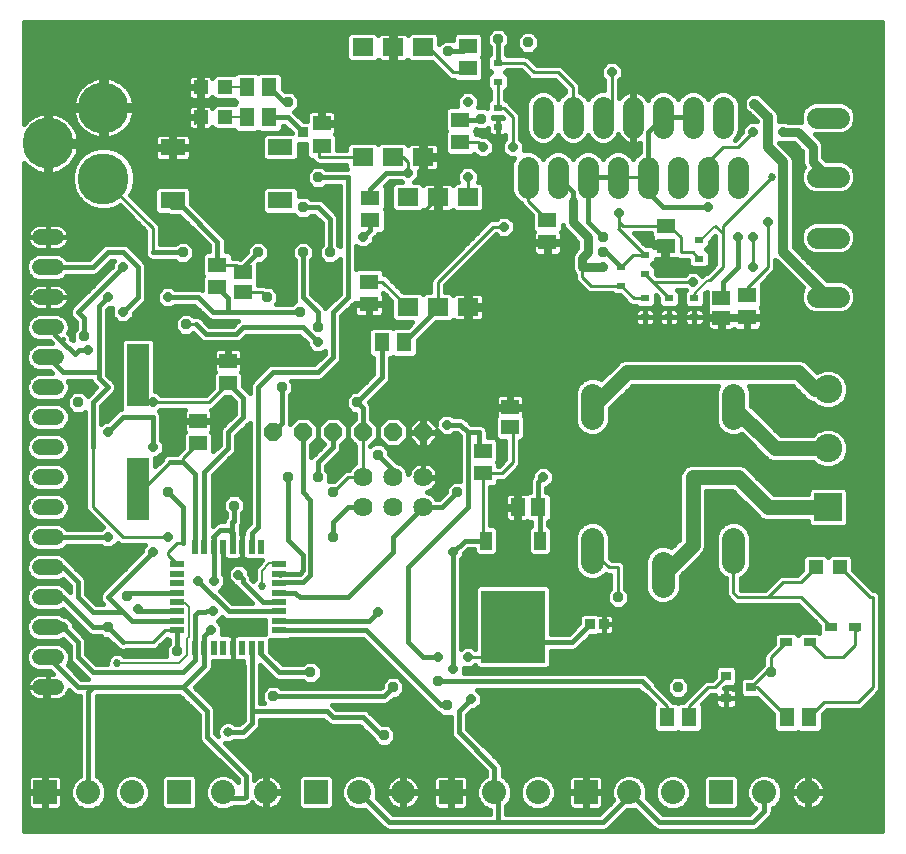
<source format=gtl>
G75*
%MOIN*%
%OFA0B0*%
%FSLAX25Y25*%
%IPPOS*%
%LPD*%
%AMOC8*
5,1,8,0,0,1.08239X$1,22.5*
%
%ADD10R,0.05906X0.05118*%
%ADD11R,0.05118X0.05906*%
%ADD12R,0.03150X0.02362*%
%ADD13R,0.03937X0.03150*%
%ADD14OC8,0.06000*%
%ADD15R,0.02200X0.05000*%
%ADD16R,0.05000X0.02200*%
%ADD17C,0.07087*%
%ADD18C,0.06400*%
%ADD19C,0.17000*%
%ADD20R,0.09500X0.09500*%
%ADD21C,0.09500*%
%ADD22R,0.07008X0.05984*%
%ADD23R,0.03543X0.03150*%
%ADD24R,0.05118X0.06299*%
%ADD25R,0.06299X0.05118*%
%ADD26R,0.03346X0.03543*%
%ADD27C,0.07050*%
%ADD28R,0.07600X0.21000*%
%ADD29R,0.08300X0.05500*%
%ADD30C,0.07800*%
%ADD31R,0.04724X0.04724*%
%ADD32R,0.21260X0.24409*%
%ADD33R,0.03937X0.06299*%
%ADD34R,0.08000X0.08000*%
%ADD35C,0.08000*%
%ADD36C,0.05200*%
%ADD37C,0.01600*%
%ADD38OC8,0.03562*%
%ADD39C,0.01000*%
%ADD40C,0.00800*%
%ADD41OC8,0.03200*%
%ADD42R,0.03562X0.03562*%
%ADD43C,0.03200*%
%ADD44C,0.02700*%
%ADD45C,0.05000*%
%ADD46C,0.03200*%
%ADD47C,0.03000*%
D10*
X0064167Y0133060D03*
X0064167Y0140540D03*
X0074167Y0153060D03*
X0074167Y0160540D03*
X0079167Y0183454D03*
X0079167Y0190146D03*
X0168167Y0145146D03*
X0168167Y0138454D03*
X0220167Y0198954D03*
X0220167Y0205646D03*
X0238667Y0181646D03*
X0238667Y0174954D03*
D11*
X0177513Y0111800D03*
X0170820Y0111800D03*
D12*
X0213167Y0175150D03*
X0213167Y0181450D03*
X0221167Y0181450D03*
X0221167Y0175150D03*
X0229667Y0175150D03*
X0229667Y0181450D03*
X0231167Y0194650D03*
X0231167Y0200950D03*
X0213167Y0195950D03*
X0213167Y0189650D03*
X0205167Y0191950D03*
X0205167Y0185650D03*
X0164167Y0238650D03*
X0164167Y0244950D03*
X0164167Y0253650D03*
X0164167Y0259950D03*
D13*
X0275230Y0071800D03*
X0268104Y0066800D03*
X0260230Y0066800D03*
X0283104Y0071800D03*
D14*
X0139167Y0136800D03*
X0129167Y0136800D03*
X0119167Y0136800D03*
X0109167Y0136800D03*
X0099167Y0136800D03*
X0089167Y0136800D03*
D15*
X0085190Y0098700D03*
X0082041Y0098700D03*
X0078891Y0098700D03*
X0075741Y0098700D03*
X0072592Y0098700D03*
X0069442Y0098700D03*
X0066293Y0098700D03*
X0063143Y0098700D03*
X0063143Y0064900D03*
X0066293Y0064900D03*
X0069442Y0064900D03*
X0072592Y0064900D03*
X0075741Y0064900D03*
X0078891Y0064900D03*
X0082041Y0064900D03*
X0085190Y0064900D03*
D16*
X0091067Y0070776D03*
X0091067Y0073926D03*
X0091067Y0077076D03*
X0091067Y0080225D03*
X0091067Y0083375D03*
X0091067Y0086524D03*
X0091067Y0089674D03*
X0091067Y0092824D03*
X0057267Y0092824D03*
X0057267Y0089674D03*
X0057267Y0086524D03*
X0057267Y0083375D03*
X0057267Y0080225D03*
X0057267Y0077076D03*
X0057267Y0073926D03*
X0057267Y0070776D03*
D17*
X0174167Y0218257D02*
X0174167Y0225343D01*
X0184167Y0225343D02*
X0184167Y0218257D01*
X0194167Y0218257D02*
X0194167Y0225343D01*
X0204167Y0225343D02*
X0204167Y0218257D01*
X0214167Y0218257D02*
X0214167Y0225343D01*
X0224167Y0225343D02*
X0224167Y0218257D01*
X0234167Y0218257D02*
X0234167Y0225343D01*
X0244167Y0225343D02*
X0244167Y0218257D01*
X0239167Y0238257D02*
X0239167Y0245343D01*
X0229167Y0245343D02*
X0229167Y0238257D01*
X0219167Y0238257D02*
X0219167Y0245343D01*
X0209167Y0245343D02*
X0209167Y0238257D01*
X0199167Y0238257D02*
X0199167Y0245343D01*
X0189167Y0245343D02*
X0189167Y0238257D01*
X0179167Y0238257D02*
X0179167Y0245343D01*
D18*
X0139167Y0121800D03*
X0139167Y0111800D03*
X0129167Y0111800D03*
X0119167Y0111800D03*
X0119167Y0121800D03*
X0129167Y0121800D03*
D19*
X0032667Y0221363D03*
X0014163Y0233174D03*
X0032667Y0244985D03*
D20*
X0274167Y0111800D03*
D21*
X0274167Y0131485D03*
X0274167Y0151170D03*
D22*
X0154167Y0178513D03*
X0144167Y0178513D03*
X0134167Y0178513D03*
X0134167Y0215087D03*
X0144167Y0215087D03*
X0154167Y0215087D03*
X0139167Y0228513D03*
X0129167Y0228513D03*
X0119167Y0228513D03*
X0119167Y0265087D03*
X0129167Y0265087D03*
X0139167Y0265087D03*
D23*
X0240230Y0055540D03*
X0240230Y0048060D03*
X0248497Y0051800D03*
D24*
X0260427Y0041800D03*
X0267907Y0041800D03*
X0227907Y0041800D03*
X0220427Y0041800D03*
X0132907Y0166800D03*
X0125427Y0166800D03*
X0087907Y0241800D03*
X0080427Y0241800D03*
X0080427Y0251800D03*
X0087907Y0251800D03*
D25*
X0105348Y0239753D03*
X0105348Y0232272D03*
X0121667Y0215040D03*
X0121667Y0207560D03*
X0121167Y0187040D03*
X0121167Y0179560D03*
X0070667Y0185060D03*
X0070667Y0192540D03*
X0151667Y0233560D03*
X0151667Y0241040D03*
X0154167Y0258060D03*
X0154167Y0265540D03*
X0180667Y0207540D03*
X0180667Y0200060D03*
X0247167Y0182540D03*
X0247167Y0175060D03*
X0159167Y0130540D03*
X0159167Y0123060D03*
D26*
X0194883Y0072800D03*
X0199450Y0072800D03*
D27*
X0270642Y0181957D02*
X0277692Y0181957D01*
X0277692Y0201643D02*
X0270642Y0201643D01*
X0270642Y0221957D02*
X0277692Y0221957D01*
X0277692Y0241643D02*
X0270642Y0241643D01*
D28*
X0044167Y0155800D03*
X0044167Y0117800D03*
D29*
X0055767Y0214100D03*
X0055767Y0231800D03*
X0091667Y0231800D03*
X0091667Y0214100D03*
D30*
X0195667Y0149200D02*
X0195667Y0141400D01*
X0195667Y0101200D02*
X0195667Y0093400D01*
X0219167Y0093200D02*
X0219167Y0085400D01*
X0242667Y0093400D02*
X0242667Y0101200D01*
X0242667Y0141400D02*
X0242667Y0149200D01*
D31*
X0270033Y0091800D03*
X0278301Y0091800D03*
X0073301Y0241800D03*
X0065033Y0241800D03*
X0065033Y0251800D03*
X0073301Y0251800D03*
D32*
X0169167Y0071957D03*
D33*
X0178143Y0100698D03*
X0160190Y0100698D03*
D34*
X0148467Y0016800D03*
X0193467Y0016800D03*
X0238467Y0016800D03*
X0103467Y0016800D03*
X0057967Y0016800D03*
X0013167Y0016800D03*
D35*
X0027646Y0016800D03*
X0042126Y0016800D03*
X0072446Y0016800D03*
X0086926Y0016800D03*
X0117946Y0016800D03*
X0132426Y0016800D03*
X0162946Y0016800D03*
X0177426Y0016800D03*
X0207946Y0016800D03*
X0222426Y0016800D03*
X0252946Y0016800D03*
X0267426Y0016800D03*
D36*
X0016767Y0051800D02*
X0011567Y0051800D01*
X0011567Y0061800D02*
X0016767Y0061800D01*
X0016767Y0071800D02*
X0011567Y0071800D01*
X0011567Y0081800D02*
X0016767Y0081800D01*
X0016767Y0091800D02*
X0011567Y0091800D01*
X0011567Y0101800D02*
X0016767Y0101800D01*
X0016767Y0111800D02*
X0011567Y0111800D01*
X0011567Y0121800D02*
X0016767Y0121800D01*
X0016767Y0131800D02*
X0011567Y0131800D01*
X0011567Y0141800D02*
X0016767Y0141800D01*
X0016767Y0151800D02*
X0011567Y0151800D01*
X0011567Y0161800D02*
X0016767Y0161800D01*
X0016767Y0171800D02*
X0011567Y0171800D01*
X0011567Y0181800D02*
X0016767Y0181800D01*
X0016767Y0191800D02*
X0011567Y0191800D01*
X0011567Y0201800D02*
X0016767Y0201800D01*
D37*
X0006167Y0226681D02*
X0006167Y0003800D01*
X0292088Y0003800D01*
X0292088Y0273501D01*
X0006167Y0273501D01*
X0006167Y0239667D01*
X0006470Y0240048D01*
X0007289Y0240866D01*
X0008193Y0241588D01*
X0009173Y0242203D01*
X0010215Y0242705D01*
X0011307Y0243087D01*
X0012435Y0243344D01*
X0013363Y0243449D01*
X0013363Y0233974D01*
X0014963Y0233974D01*
X0024438Y0233974D01*
X0024333Y0234902D01*
X0024076Y0236030D01*
X0023694Y0237122D01*
X0023192Y0238164D01*
X0022576Y0239144D01*
X0021855Y0240048D01*
X0021037Y0240866D01*
X0020132Y0241588D01*
X0019153Y0242203D01*
X0018111Y0242705D01*
X0017019Y0243087D01*
X0015891Y0243344D01*
X0014963Y0243449D01*
X0014963Y0233974D01*
X0014963Y0232374D01*
X0024438Y0232374D01*
X0024333Y0231446D01*
X0024076Y0230318D01*
X0023694Y0229226D01*
X0023192Y0228184D01*
X0022576Y0227204D01*
X0021855Y0226300D01*
X0021037Y0225482D01*
X0020132Y0224760D01*
X0019153Y0224145D01*
X0018111Y0223643D01*
X0017019Y0223261D01*
X0015891Y0223004D01*
X0014963Y0222899D01*
X0014963Y0232374D01*
X0013363Y0232374D01*
X0013363Y0222899D01*
X0012435Y0223004D01*
X0011307Y0223261D01*
X0010215Y0223643D01*
X0009173Y0224145D01*
X0008193Y0224760D01*
X0007289Y0225482D01*
X0006470Y0226300D01*
X0006167Y0226681D01*
X0006167Y0225592D02*
X0007179Y0225592D01*
X0006167Y0223993D02*
X0009488Y0223993D01*
X0006167Y0222395D02*
X0022167Y0222395D01*
X0022167Y0222745D02*
X0022167Y0219981D01*
X0022882Y0217310D01*
X0024265Y0214916D01*
X0026220Y0212961D01*
X0028614Y0211579D01*
X0031284Y0210863D01*
X0034049Y0210863D01*
X0036720Y0211579D01*
X0038112Y0212382D01*
X0046667Y0203827D01*
X0046667Y0198081D01*
X0046367Y0197357D01*
X0046367Y0196243D01*
X0046793Y0195214D01*
X0047581Y0194426D01*
X0048610Y0194000D01*
X0056619Y0194000D01*
X0057600Y0193019D01*
X0060733Y0193019D01*
X0062948Y0195234D01*
X0062948Y0198366D01*
X0060733Y0200581D01*
X0057600Y0200581D01*
X0056619Y0199600D01*
X0051667Y0199600D01*
X0051667Y0205360D01*
X0051286Y0206279D01*
X0041647Y0215918D01*
X0042451Y0217310D01*
X0043167Y0219981D01*
X0043167Y0222745D01*
X0042451Y0225416D01*
X0041069Y0227810D01*
X0039114Y0229765D01*
X0036720Y0231147D01*
X0034049Y0231863D01*
X0031284Y0231863D01*
X0028614Y0231147D01*
X0026220Y0229765D01*
X0024265Y0227810D01*
X0022882Y0225416D01*
X0022167Y0222745D01*
X0022501Y0223993D02*
X0018837Y0223993D01*
X0021147Y0225592D02*
X0022984Y0225592D01*
X0022565Y0227190D02*
X0023907Y0227190D01*
X0023483Y0228789D02*
X0025243Y0228789D01*
X0024091Y0230387D02*
X0027297Y0230387D01*
X0024394Y0231986D02*
X0055192Y0231986D01*
X0055192Y0232375D02*
X0055192Y0231225D01*
X0056342Y0231225D01*
X0056342Y0232375D01*
X0061717Y0232375D01*
X0061717Y0234787D01*
X0061594Y0235245D01*
X0061357Y0235655D01*
X0061022Y0235990D01*
X0060611Y0236227D01*
X0060154Y0236350D01*
X0056342Y0236350D01*
X0056342Y0232375D01*
X0055192Y0232375D01*
X0055192Y0236350D01*
X0051380Y0236350D01*
X0050922Y0236227D01*
X0050511Y0235990D01*
X0050176Y0235655D01*
X0049939Y0235245D01*
X0049817Y0234787D01*
X0049817Y0232375D01*
X0055192Y0232375D01*
X0055192Y0231225D02*
X0049817Y0231225D01*
X0049817Y0228813D01*
X0049939Y0228355D01*
X0050176Y0227945D01*
X0050511Y0227610D01*
X0050922Y0227373D01*
X0051380Y0227250D01*
X0055192Y0227250D01*
X0055192Y0231225D01*
X0055192Y0230387D02*
X0056342Y0230387D01*
X0056342Y0231225D02*
X0056342Y0227250D01*
X0060154Y0227250D01*
X0060611Y0227373D01*
X0061022Y0227610D01*
X0061357Y0227945D01*
X0061594Y0228355D01*
X0061717Y0228813D01*
X0061717Y0231225D01*
X0056342Y0231225D01*
X0056342Y0231986D02*
X0085517Y0231986D01*
X0085517Y0233584D02*
X0061717Y0233584D01*
X0061611Y0235183D02*
X0085517Y0235183D01*
X0085517Y0235378D02*
X0085517Y0228222D01*
X0086688Y0227050D01*
X0096645Y0227050D01*
X0097817Y0228222D01*
X0097817Y0233019D01*
X0100198Y0233019D01*
X0100198Y0228885D01*
X0101370Y0227713D01*
X0102244Y0227713D01*
X0102500Y0227096D01*
X0103203Y0226393D01*
X0104122Y0226013D01*
X0113663Y0226013D01*
X0113663Y0224692D01*
X0113755Y0224600D01*
X0106714Y0224600D01*
X0105733Y0225581D01*
X0102600Y0225581D01*
X0100386Y0223366D01*
X0100386Y0220234D01*
X0102600Y0218019D01*
X0105733Y0218019D01*
X0106714Y0219000D01*
X0111367Y0219000D01*
X0111367Y0198947D01*
X0110967Y0199347D01*
X0110967Y0208357D01*
X0110540Y0209386D01*
X0106540Y0213386D01*
X0105753Y0214174D01*
X0104724Y0214600D01*
X0101714Y0214600D01*
X0100733Y0215581D01*
X0097817Y0215581D01*
X0097817Y0217678D01*
X0096645Y0218850D01*
X0086688Y0218850D01*
X0085517Y0217678D01*
X0085517Y0210522D01*
X0086688Y0209350D01*
X0096269Y0209350D01*
X0097600Y0208019D01*
X0100733Y0208019D01*
X0101714Y0209000D01*
X0103007Y0209000D01*
X0105367Y0206640D01*
X0105367Y0199347D01*
X0104386Y0198366D01*
X0104386Y0195234D01*
X0106600Y0193019D01*
X0109733Y0193019D01*
X0111367Y0194653D01*
X0111367Y0182960D01*
X0107581Y0179174D01*
X0106793Y0178386D01*
X0106667Y0178081D01*
X0106540Y0178386D01*
X0105753Y0179174D01*
X0101967Y0182960D01*
X0101967Y0194253D01*
X0102948Y0195234D01*
X0102948Y0198366D01*
X0100733Y0200581D01*
X0097600Y0200581D01*
X0095386Y0198366D01*
X0095386Y0195234D01*
X0096367Y0194253D01*
X0096367Y0181243D01*
X0096641Y0180581D01*
X0096600Y0180581D01*
X0095619Y0179600D01*
X0090314Y0179600D01*
X0090948Y0180234D01*
X0090948Y0183366D01*
X0088733Y0185581D01*
X0086910Y0185581D01*
X0086010Y0185954D01*
X0084119Y0185954D01*
X0084119Y0192793D01*
X0084345Y0193019D01*
X0085733Y0193019D01*
X0087948Y0195234D01*
X0087948Y0198366D01*
X0085733Y0200581D01*
X0082600Y0200581D01*
X0080386Y0198366D01*
X0080386Y0196979D01*
X0078112Y0194705D01*
X0078078Y0194705D01*
X0077270Y0195040D01*
X0075816Y0195040D01*
X0075816Y0195928D01*
X0074645Y0197099D01*
X0073467Y0197099D01*
X0073467Y0200857D01*
X0073040Y0201886D01*
X0072253Y0202674D01*
X0072253Y0202674D01*
X0061917Y0213010D01*
X0061917Y0217678D01*
X0060745Y0218850D01*
X0050788Y0218850D01*
X0049617Y0217678D01*
X0049617Y0210522D01*
X0050788Y0209350D01*
X0054165Y0209350D01*
X0055010Y0209000D01*
X0058007Y0209000D01*
X0067867Y0199140D01*
X0067867Y0197099D01*
X0066689Y0197099D01*
X0065517Y0195928D01*
X0065517Y0189153D01*
X0065870Y0188800D01*
X0065517Y0188447D01*
X0065517Y0184271D01*
X0064724Y0184600D01*
X0056458Y0184600D01*
X0055658Y0185400D01*
X0052675Y0185400D01*
X0050567Y0183291D01*
X0050567Y0180309D01*
X0052675Y0178200D01*
X0055658Y0178200D01*
X0056458Y0179000D01*
X0063007Y0179000D01*
X0067581Y0174426D01*
X0068610Y0174000D01*
X0077407Y0174000D01*
X0076793Y0173386D01*
X0075723Y0172317D01*
X0067893Y0172317D01*
X0065036Y0175174D01*
X0064007Y0175600D01*
X0062893Y0175600D01*
X0062766Y0175547D01*
X0061733Y0176581D01*
X0058600Y0176581D01*
X0056386Y0174366D01*
X0056386Y0171234D01*
X0058600Y0169019D01*
X0061733Y0169019D01*
X0062502Y0169788D01*
X0064360Y0167930D01*
X0065148Y0167143D01*
X0066177Y0166717D01*
X0077440Y0166717D01*
X0078469Y0167143D01*
X0080326Y0169000D01*
X0098007Y0169000D01*
X0100567Y0166440D01*
X0100567Y0165309D01*
X0102675Y0163200D01*
X0105658Y0163200D01*
X0106367Y0163909D01*
X0106367Y0162960D01*
X0103007Y0159600D01*
X0088610Y0159600D01*
X0087581Y0159174D01*
X0082581Y0154174D01*
X0081793Y0153386D01*
X0081367Y0152357D01*
X0081367Y0149820D01*
X0080753Y0150434D01*
X0079119Y0152067D01*
X0079119Y0156447D01*
X0078608Y0156959D01*
X0078797Y0157286D01*
X0078919Y0157744D01*
X0078919Y0160061D01*
X0074646Y0160061D01*
X0074646Y0161020D01*
X0073687Y0161020D01*
X0073687Y0164899D01*
X0070977Y0164899D01*
X0070519Y0164777D01*
X0070109Y0164540D01*
X0069774Y0164204D01*
X0069537Y0163794D01*
X0069414Y0163336D01*
X0069414Y0161020D01*
X0073687Y0161020D01*
X0073687Y0160061D01*
X0069414Y0160061D01*
X0069414Y0157744D01*
X0069537Y0157286D01*
X0069726Y0156959D01*
X0069214Y0156447D01*
X0069214Y0151643D01*
X0066871Y0149300D01*
X0051758Y0149300D01*
X0050658Y0150400D01*
X0049967Y0150400D01*
X0049967Y0167128D01*
X0048795Y0168300D01*
X0039538Y0168300D01*
X0038367Y0167128D01*
X0038367Y0144499D01*
X0037581Y0144174D01*
X0033807Y0140400D01*
X0032675Y0140400D01*
X0031967Y0139691D01*
X0031967Y0145640D01*
X0035753Y0149426D01*
X0036540Y0150214D01*
X0036967Y0151243D01*
X0036967Y0152357D01*
X0036540Y0153386D01*
X0033967Y0155960D01*
X0033967Y0177640D01*
X0034526Y0178200D01*
X0035567Y0178200D01*
X0035567Y0175309D01*
X0037675Y0173200D01*
X0040658Y0173200D01*
X0042767Y0175309D01*
X0042767Y0176440D01*
X0046540Y0180214D01*
X0046967Y0181243D01*
X0046967Y0192357D01*
X0046540Y0193386D01*
X0045753Y0194174D01*
X0040753Y0199174D01*
X0039724Y0199600D01*
X0033610Y0199600D01*
X0032581Y0199174D01*
X0031793Y0198386D01*
X0028007Y0194600D01*
X0020472Y0194600D01*
X0019372Y0195700D01*
X0017682Y0196400D01*
X0010652Y0196400D01*
X0008961Y0195700D01*
X0007667Y0194406D01*
X0006967Y0192715D01*
X0006967Y0190885D01*
X0007667Y0189194D01*
X0008961Y0187900D01*
X0010652Y0187200D01*
X0017682Y0187200D01*
X0019372Y0187900D01*
X0020472Y0189000D01*
X0029724Y0189000D01*
X0030753Y0189426D01*
X0035326Y0194000D01*
X0036276Y0194000D01*
X0035567Y0193291D01*
X0035567Y0192160D01*
X0022581Y0179174D01*
X0021793Y0178386D01*
X0021367Y0177357D01*
X0021367Y0176243D01*
X0021793Y0175214D01*
X0023367Y0173640D01*
X0023367Y0171347D01*
X0022386Y0170366D01*
X0022386Y0167541D01*
X0021967Y0167960D01*
X0021967Y0168357D01*
X0021540Y0169386D01*
X0020978Y0169948D01*
X0021367Y0170885D01*
X0021367Y0172715D01*
X0020666Y0174406D01*
X0019372Y0175700D01*
X0017682Y0176400D01*
X0010652Y0176400D01*
X0008961Y0175700D01*
X0007667Y0174406D01*
X0006967Y0172715D01*
X0006967Y0170885D01*
X0007667Y0169194D01*
X0008961Y0167900D01*
X0010652Y0167200D01*
X0014807Y0167200D01*
X0015607Y0166400D01*
X0010652Y0166400D01*
X0008961Y0165700D01*
X0007667Y0164406D01*
X0006967Y0162715D01*
X0006967Y0160885D01*
X0007667Y0159194D01*
X0008961Y0157900D01*
X0010652Y0157200D01*
X0014807Y0157200D01*
X0015607Y0156400D01*
X0010652Y0156400D01*
X0008961Y0155700D01*
X0007667Y0154406D01*
X0006967Y0152715D01*
X0006967Y0150885D01*
X0007667Y0149194D01*
X0008961Y0147900D01*
X0010652Y0147200D01*
X0017682Y0147200D01*
X0019372Y0147900D01*
X0020666Y0149194D01*
X0021367Y0150885D01*
X0021367Y0152715D01*
X0020834Y0154000D01*
X0028467Y0154000D01*
X0028793Y0153214D01*
X0030207Y0151800D01*
X0027360Y0148954D01*
X0025733Y0150581D01*
X0022600Y0150581D01*
X0020386Y0148366D01*
X0020386Y0145234D01*
X0022600Y0143019D01*
X0025733Y0143019D01*
X0026367Y0143653D01*
X0026367Y0131243D01*
X0026667Y0130519D01*
X0026667Y0111303D01*
X0027047Y0110384D01*
X0032353Y0105078D01*
X0031875Y0104600D01*
X0020472Y0104600D01*
X0019372Y0105700D01*
X0017682Y0106400D01*
X0010652Y0106400D01*
X0008961Y0105700D01*
X0007667Y0104406D01*
X0006967Y0102715D01*
X0006967Y0100885D01*
X0007667Y0099194D01*
X0008961Y0097900D01*
X0010652Y0097200D01*
X0017682Y0097200D01*
X0019372Y0097900D01*
X0020472Y0099000D01*
X0031875Y0099000D01*
X0032675Y0098200D01*
X0035658Y0098200D01*
X0037444Y0099987D01*
X0037751Y0099681D01*
X0038669Y0099300D01*
X0046576Y0099300D01*
X0045567Y0098291D01*
X0045567Y0097160D01*
X0032581Y0084174D01*
X0031793Y0083386D01*
X0031367Y0082357D01*
X0031367Y0081243D01*
X0031793Y0080214D01*
X0032407Y0079600D01*
X0030326Y0079600D01*
X0026967Y0082960D01*
X0026967Y0087357D01*
X0026540Y0088386D01*
X0021540Y0093386D01*
X0020769Y0094157D01*
X0020666Y0094406D01*
X0019372Y0095700D01*
X0017682Y0096400D01*
X0010652Y0096400D01*
X0008961Y0095700D01*
X0007667Y0094406D01*
X0006967Y0092715D01*
X0006967Y0090885D01*
X0007667Y0089194D01*
X0008961Y0087900D01*
X0010652Y0087200D01*
X0017682Y0087200D01*
X0019184Y0087822D01*
X0021367Y0085640D01*
X0021367Y0083560D01*
X0020769Y0084157D01*
X0020666Y0084406D01*
X0019372Y0085700D01*
X0017682Y0086400D01*
X0010652Y0086400D01*
X0008961Y0085700D01*
X0007667Y0084406D01*
X0006967Y0082715D01*
X0006967Y0080885D01*
X0007667Y0079194D01*
X0008961Y0077900D01*
X0010652Y0077200D01*
X0017682Y0077200D01*
X0019184Y0077822D01*
X0026793Y0070214D01*
X0027581Y0069426D01*
X0028610Y0069000D01*
X0031619Y0069000D01*
X0032600Y0068019D01*
X0033988Y0068019D01*
X0037581Y0064426D01*
X0038610Y0064000D01*
X0039724Y0064000D01*
X0040448Y0064300D01*
X0049664Y0064300D01*
X0050583Y0064681D01*
X0053758Y0067856D01*
X0053938Y0067676D01*
X0054367Y0067676D01*
X0054367Y0066347D01*
X0053386Y0065366D01*
X0053386Y0062325D01*
X0039629Y0062325D01*
X0039189Y0062765D01*
X0037958Y0063275D01*
X0036625Y0063275D01*
X0035394Y0062765D01*
X0034452Y0061823D01*
X0033942Y0060591D01*
X0033942Y0059600D01*
X0030326Y0059600D01*
X0026967Y0062960D01*
X0026967Y0067357D01*
X0026540Y0068386D01*
X0022767Y0072160D01*
X0022767Y0073291D01*
X0020658Y0075400D01*
X0019672Y0075400D01*
X0019372Y0075700D01*
X0017682Y0076400D01*
X0010652Y0076400D01*
X0008961Y0075700D01*
X0007667Y0074406D01*
X0006967Y0072715D01*
X0006967Y0070885D01*
X0007667Y0069194D01*
X0008961Y0067900D01*
X0010652Y0067200D01*
X0017682Y0067200D01*
X0019184Y0067822D01*
X0021367Y0065640D01*
X0021367Y0061243D01*
X0021793Y0060214D01*
X0022581Y0059426D01*
X0027407Y0054600D01*
X0025326Y0054600D01*
X0020686Y0059241D01*
X0021367Y0060885D01*
X0021367Y0062715D01*
X0020666Y0064406D01*
X0019372Y0065700D01*
X0017682Y0066400D01*
X0010652Y0066400D01*
X0008961Y0065700D01*
X0007667Y0064406D01*
X0006967Y0062715D01*
X0006967Y0060885D01*
X0007667Y0059194D01*
X0008961Y0057900D01*
X0010652Y0057200D01*
X0014807Y0057200D01*
X0015807Y0056200D01*
X0014167Y0056200D01*
X0014167Y0051800D01*
X0014167Y0047400D01*
X0017113Y0047400D01*
X0017797Y0047508D01*
X0018456Y0047722D01*
X0019073Y0048037D01*
X0019633Y0048444D01*
X0020123Y0048934D01*
X0020530Y0049494D01*
X0020844Y0050111D01*
X0021058Y0050770D01*
X0021083Y0050924D01*
X0021793Y0050214D01*
X0022581Y0049426D01*
X0023610Y0049000D01*
X0024846Y0049000D01*
X0024846Y0022135D01*
X0024247Y0021887D01*
X0022560Y0020199D01*
X0021646Y0017993D01*
X0021646Y0015607D01*
X0022560Y0013401D01*
X0024247Y0011713D01*
X0026453Y0010800D01*
X0028840Y0010800D01*
X0031045Y0011713D01*
X0032733Y0013401D01*
X0033646Y0015607D01*
X0033646Y0017993D01*
X0032733Y0020199D01*
X0031045Y0021887D01*
X0030446Y0022135D01*
X0030446Y0049000D01*
X0058007Y0049000D01*
X0064367Y0042640D01*
X0064367Y0034743D01*
X0064793Y0033714D01*
X0077367Y0021140D01*
X0077367Y0020365D01*
X0075845Y0021887D01*
X0073640Y0022800D01*
X0071253Y0022800D01*
X0069047Y0021887D01*
X0067360Y0020199D01*
X0066446Y0017993D01*
X0066446Y0015607D01*
X0067360Y0013401D01*
X0069047Y0011713D01*
X0071253Y0010800D01*
X0073640Y0010800D01*
X0075845Y0011713D01*
X0076131Y0012000D01*
X0080224Y0012000D01*
X0081253Y0012426D01*
X0081753Y0012926D01*
X0082227Y0013400D01*
X0082502Y0013022D01*
X0083147Y0012376D01*
X0083886Y0011839D01*
X0084699Y0011425D01*
X0085568Y0011143D01*
X0086469Y0011000D01*
X0086545Y0011000D01*
X0086545Y0016419D01*
X0087307Y0016419D01*
X0087307Y0017181D01*
X0092726Y0017181D01*
X0092726Y0017256D01*
X0092583Y0018158D01*
X0092301Y0019026D01*
X0091886Y0019840D01*
X0091350Y0020578D01*
X0090704Y0021224D01*
X0089966Y0021761D01*
X0089152Y0022175D01*
X0088284Y0022457D01*
X0087382Y0022600D01*
X0087307Y0022600D01*
X0087307Y0017181D01*
X0086545Y0017181D01*
X0086545Y0022600D01*
X0086469Y0022600D01*
X0085568Y0022457D01*
X0084699Y0022175D01*
X0083886Y0021761D01*
X0083147Y0021224D01*
X0082967Y0021043D01*
X0082967Y0022857D01*
X0082540Y0023886D01*
X0081753Y0024674D01*
X0081753Y0024674D01*
X0073068Y0033359D01*
X0073451Y0033200D01*
X0074883Y0033200D01*
X0076206Y0033748D01*
X0076458Y0034000D01*
X0079724Y0034000D01*
X0080753Y0034426D01*
X0083753Y0037426D01*
X0084540Y0038214D01*
X0084967Y0039243D01*
X0084967Y0041000D01*
X0106007Y0041000D01*
X0107581Y0039426D01*
X0108610Y0039000D01*
X0118007Y0039000D01*
X0122386Y0034621D01*
X0122386Y0034234D01*
X0124600Y0032019D01*
X0127733Y0032019D01*
X0129948Y0034234D01*
X0129948Y0037366D01*
X0127733Y0039581D01*
X0125345Y0039581D01*
X0121540Y0043386D01*
X0120753Y0044174D01*
X0119724Y0044600D01*
X0110326Y0044600D01*
X0108926Y0046000D01*
X0126724Y0046000D01*
X0127753Y0046426D01*
X0129345Y0048019D01*
X0130733Y0048019D01*
X0132948Y0050234D01*
X0132948Y0053366D01*
X0130733Y0055581D01*
X0127600Y0055581D01*
X0125386Y0053366D01*
X0125386Y0051979D01*
X0125007Y0051600D01*
X0091714Y0051600D01*
X0090733Y0052581D01*
X0087600Y0052581D01*
X0085386Y0050366D01*
X0085386Y0047234D01*
X0086019Y0046600D01*
X0084967Y0046600D01*
X0084967Y0059087D01*
X0089628Y0054426D01*
X0090657Y0054000D01*
X0099119Y0054000D01*
X0100100Y0053019D01*
X0103233Y0053019D01*
X0105448Y0055234D01*
X0105448Y0058366D01*
X0103233Y0060581D01*
X0100100Y0060581D01*
X0099119Y0059600D01*
X0092374Y0059600D01*
X0088290Y0063683D01*
X0088290Y0067676D01*
X0094395Y0067676D01*
X0094695Y0067976D01*
X0119030Y0067976D01*
X0143581Y0043426D01*
X0144610Y0043000D01*
X0144619Y0043000D01*
X0145600Y0042019D01*
X0148367Y0042019D01*
X0148367Y0036243D01*
X0148793Y0035214D01*
X0160146Y0023861D01*
X0160146Y0022135D01*
X0159547Y0021887D01*
X0157860Y0020199D01*
X0156946Y0017993D01*
X0156946Y0015607D01*
X0157860Y0013401D01*
X0159547Y0011713D01*
X0161367Y0010960D01*
X0161367Y0009600D01*
X0129106Y0009600D01*
X0123698Y0015008D01*
X0123946Y0015607D01*
X0123946Y0017993D01*
X0123033Y0020199D01*
X0121345Y0021887D01*
X0119140Y0022800D01*
X0116753Y0022800D01*
X0114547Y0021887D01*
X0112860Y0020199D01*
X0111946Y0017993D01*
X0111946Y0015607D01*
X0112860Y0013401D01*
X0114547Y0011713D01*
X0116753Y0010800D01*
X0119140Y0010800D01*
X0119738Y0011048D01*
X0125572Y0005214D01*
X0126360Y0004426D01*
X0127389Y0004000D01*
X0199724Y0004000D01*
X0200753Y0004426D01*
X0207126Y0010800D01*
X0209140Y0010800D01*
X0209738Y0011048D01*
X0215572Y0005214D01*
X0216360Y0004426D01*
X0217389Y0004000D01*
X0249724Y0004000D01*
X0250753Y0004426D01*
X0254532Y0008206D01*
X0255320Y0008993D01*
X0255746Y0010023D01*
X0255746Y0011465D01*
X0256345Y0011713D01*
X0258033Y0013401D01*
X0258946Y0015607D01*
X0258946Y0017993D01*
X0258033Y0020199D01*
X0256345Y0021887D01*
X0254140Y0022800D01*
X0251753Y0022800D01*
X0249547Y0021887D01*
X0247860Y0020199D01*
X0246946Y0017993D01*
X0246946Y0015607D01*
X0247860Y0013401D01*
X0249547Y0011713D01*
X0249953Y0011546D01*
X0248007Y0009600D01*
X0219106Y0009600D01*
X0213698Y0015008D01*
X0213946Y0015607D01*
X0213946Y0017993D01*
X0213033Y0020199D01*
X0211345Y0021887D01*
X0209140Y0022800D01*
X0206753Y0022800D01*
X0204547Y0021887D01*
X0202860Y0020199D01*
X0201946Y0017993D01*
X0201946Y0015607D01*
X0202552Y0014145D01*
X0198007Y0009600D01*
X0166967Y0009600D01*
X0166967Y0012335D01*
X0168033Y0013401D01*
X0168946Y0015607D01*
X0168946Y0017993D01*
X0168033Y0020199D01*
X0166345Y0021887D01*
X0165746Y0022135D01*
X0165746Y0025577D01*
X0165320Y0026607D01*
X0164532Y0027394D01*
X0153967Y0037960D01*
X0153967Y0042640D01*
X0155526Y0044200D01*
X0156658Y0044200D01*
X0158767Y0046309D01*
X0158767Y0049291D01*
X0157058Y0051000D01*
X0211007Y0051000D01*
X0212581Y0049426D01*
X0213305Y0049126D01*
X0216260Y0046171D01*
X0215867Y0045778D01*
X0215867Y0037822D01*
X0217039Y0036650D01*
X0223814Y0036650D01*
X0224167Y0037003D01*
X0224519Y0036650D01*
X0231294Y0036650D01*
X0232466Y0037822D01*
X0232466Y0045778D01*
X0232073Y0046171D01*
X0235202Y0049300D01*
X0236658Y0049300D01*
X0236658Y0048060D01*
X0240230Y0048060D01*
X0243801Y0048060D01*
X0243801Y0049872D01*
X0243679Y0050329D01*
X0243442Y0050740D01*
X0243107Y0051075D01*
X0242696Y0051312D01*
X0242238Y0051435D01*
X0240230Y0051435D01*
X0240230Y0048060D01*
X0240230Y0048060D01*
X0240230Y0048060D01*
X0243801Y0048060D01*
X0243801Y0046248D01*
X0243679Y0045790D01*
X0243442Y0045380D01*
X0243107Y0045045D01*
X0242696Y0044808D01*
X0242238Y0044685D01*
X0240230Y0044685D01*
X0240230Y0048060D01*
X0240230Y0048060D01*
X0240230Y0051435D01*
X0239660Y0051435D01*
X0240190Y0051965D01*
X0242830Y0051965D01*
X0244001Y0053137D01*
X0244001Y0057943D01*
X0242830Y0059115D01*
X0237630Y0059115D01*
X0236458Y0057943D01*
X0236458Y0055304D01*
X0235454Y0054300D01*
X0233669Y0054300D01*
X0232751Y0053919D01*
X0226491Y0047660D01*
X0225787Y0046956D01*
X0225785Y0046950D01*
X0224519Y0046950D01*
X0224167Y0046597D01*
X0223814Y0046950D01*
X0222549Y0046950D01*
X0222546Y0046956D01*
X0221843Y0047660D01*
X0216840Y0052662D01*
X0216540Y0053386D01*
X0214540Y0055386D01*
X0213753Y0056174D01*
X0212724Y0056600D01*
X0152767Y0056600D01*
X0152767Y0058200D01*
X0155658Y0058200D01*
X0156537Y0059079D01*
X0156537Y0058924D01*
X0157708Y0057753D01*
X0180625Y0057753D01*
X0181797Y0058924D01*
X0181797Y0064000D01*
X0189440Y0064000D01*
X0190469Y0064426D01*
X0191257Y0065214D01*
X0195071Y0069028D01*
X0197385Y0069028D01*
X0197585Y0069228D01*
X0199413Y0069228D01*
X0199413Y0072763D01*
X0199487Y0072763D01*
X0199487Y0069228D01*
X0201360Y0069228D01*
X0201818Y0069351D01*
X0202229Y0069588D01*
X0202564Y0069923D01*
X0202801Y0070334D01*
X0202923Y0070791D01*
X0202923Y0072763D01*
X0199487Y0072763D01*
X0199487Y0072837D01*
X0199413Y0072837D01*
X0199413Y0076372D01*
X0197585Y0076372D01*
X0197385Y0076572D01*
X0192382Y0076572D01*
X0191210Y0075400D01*
X0191210Y0073087D01*
X0187723Y0069600D01*
X0181797Y0069600D01*
X0181797Y0084991D01*
X0180625Y0086162D01*
X0157708Y0086162D01*
X0156537Y0084991D01*
X0156537Y0064521D01*
X0155658Y0065400D01*
X0152675Y0065400D01*
X0151967Y0064691D01*
X0151967Y0094509D01*
X0152767Y0095309D01*
X0152767Y0096440D01*
X0154224Y0097898D01*
X0156222Y0097898D01*
X0156222Y0096720D01*
X0157393Y0095548D01*
X0162987Y0095548D01*
X0164159Y0096720D01*
X0164159Y0104676D01*
X0162987Y0105847D01*
X0161667Y0105847D01*
X0161667Y0118501D01*
X0163145Y0118501D01*
X0164316Y0119672D01*
X0164316Y0120560D01*
X0165924Y0120560D01*
X0166843Y0120940D01*
X0170583Y0124681D01*
X0171286Y0125384D01*
X0171667Y0126303D01*
X0171667Y0133894D01*
X0171948Y0133894D01*
X0173119Y0135066D01*
X0173119Y0141841D01*
X0172854Y0142106D01*
X0172919Y0142350D01*
X0172919Y0144667D01*
X0168646Y0144667D01*
X0168646Y0145626D01*
X0167687Y0145626D01*
X0167687Y0144667D01*
X0163414Y0144667D01*
X0163414Y0142350D01*
X0163479Y0142106D01*
X0163214Y0141841D01*
X0163214Y0135066D01*
X0164385Y0133894D01*
X0166667Y0133894D01*
X0166667Y0127836D01*
X0164391Y0125560D01*
X0164316Y0125560D01*
X0164316Y0126447D01*
X0163964Y0126800D01*
X0164316Y0127153D01*
X0164316Y0133928D01*
X0163145Y0135099D01*
X0160707Y0135099D01*
X0160707Y0137357D01*
X0160281Y0138386D01*
X0159493Y0139174D01*
X0158464Y0139600D01*
X0155326Y0139600D01*
X0154040Y0140886D01*
X0153253Y0141674D01*
X0152224Y0142100D01*
X0149458Y0142100D01*
X0148658Y0142900D01*
X0145675Y0142900D01*
X0143567Y0140791D01*
X0143567Y0139188D01*
X0141155Y0141600D01*
X0139367Y0141600D01*
X0139367Y0137000D01*
X0143967Y0137000D01*
X0143967Y0137409D01*
X0145675Y0135700D01*
X0148658Y0135700D01*
X0149458Y0136500D01*
X0150507Y0136500D01*
X0151367Y0135640D01*
X0151367Y0120581D01*
X0149100Y0120581D01*
X0146886Y0118366D01*
X0146886Y0116979D01*
X0144507Y0114600D01*
X0143635Y0114600D01*
X0143575Y0114746D01*
X0142112Y0116208D01*
X0140365Y0116932D01*
X0141086Y0117166D01*
X0141787Y0117524D01*
X0142424Y0117986D01*
X0142980Y0118543D01*
X0143443Y0119179D01*
X0143800Y0119881D01*
X0144044Y0120629D01*
X0144167Y0121406D01*
X0144167Y0121714D01*
X0139253Y0121714D01*
X0139253Y0121886D01*
X0144167Y0121886D01*
X0144167Y0122194D01*
X0144044Y0122971D01*
X0143800Y0123719D01*
X0143443Y0124421D01*
X0142980Y0125057D01*
X0142424Y0125614D01*
X0141787Y0126076D01*
X0141086Y0126434D01*
X0140337Y0126677D01*
X0139560Y0126800D01*
X0139252Y0126800D01*
X0139252Y0121886D01*
X0139081Y0121886D01*
X0139081Y0126800D01*
X0138773Y0126800D01*
X0137996Y0126677D01*
X0137247Y0126434D01*
X0136546Y0126076D01*
X0135909Y0125614D01*
X0135353Y0125057D01*
X0134890Y0124421D01*
X0134533Y0123719D01*
X0134299Y0122998D01*
X0133575Y0124746D01*
X0132112Y0126208D01*
X0130586Y0126841D01*
X0127948Y0129479D01*
X0127948Y0130866D01*
X0125733Y0133081D01*
X0122600Y0133081D01*
X0121667Y0132147D01*
X0121667Y0132229D01*
X0124167Y0134729D01*
X0127096Y0131800D01*
X0131238Y0131800D01*
X0134167Y0134729D01*
X0134167Y0138871D01*
X0131238Y0141800D01*
X0127096Y0141800D01*
X0124167Y0138871D01*
X0124167Y0134729D01*
X0124167Y0138871D01*
X0121967Y0141071D01*
X0121967Y0145357D01*
X0121540Y0146386D01*
X0121126Y0146800D01*
X0127800Y0153474D01*
X0128226Y0154503D01*
X0128226Y0161650D01*
X0128814Y0161650D01*
X0129167Y0162003D01*
X0129519Y0161650D01*
X0136294Y0161650D01*
X0137466Y0162822D01*
X0137466Y0167399D01*
X0143587Y0173520D01*
X0148499Y0173520D01*
X0149308Y0174330D01*
X0149557Y0174080D01*
X0149968Y0173843D01*
X0150426Y0173720D01*
X0153471Y0173720D01*
X0153471Y0177816D01*
X0154863Y0177816D01*
X0154863Y0173720D01*
X0157908Y0173720D01*
X0158365Y0173843D01*
X0158776Y0174080D01*
X0159111Y0174415D01*
X0159348Y0174826D01*
X0159471Y0175283D01*
X0159471Y0177817D01*
X0154863Y0177817D01*
X0154863Y0179209D01*
X0153471Y0179209D01*
X0153471Y0183305D01*
X0150426Y0183305D01*
X0149968Y0183182D01*
X0149557Y0182945D01*
X0149308Y0182696D01*
X0148499Y0183505D01*
X0146667Y0183505D01*
X0146667Y0185764D01*
X0163639Y0202737D01*
X0164675Y0201700D01*
X0167658Y0201700D01*
X0169767Y0203809D01*
X0169767Y0206791D01*
X0167658Y0208900D01*
X0164675Y0208900D01*
X0163575Y0207800D01*
X0162169Y0207800D01*
X0161251Y0207419D01*
X0142047Y0188216D01*
X0141667Y0187297D01*
X0141667Y0183505D01*
X0139834Y0183505D01*
X0139167Y0182837D01*
X0138499Y0183505D01*
X0132710Y0183505D01*
X0127055Y0189160D01*
X0126316Y0189466D01*
X0126316Y0190428D01*
X0125145Y0191599D01*
X0117189Y0191599D01*
X0116967Y0191377D01*
X0116967Y0198909D01*
X0117675Y0198200D01*
X0120658Y0198200D01*
X0122767Y0200309D01*
X0122767Y0201440D01*
X0124040Y0202714D01*
X0124159Y0203001D01*
X0125645Y0203001D01*
X0126816Y0204172D01*
X0126816Y0210947D01*
X0126464Y0211300D01*
X0126816Y0211653D01*
X0126816Y0218428D01*
X0126415Y0218829D01*
X0128086Y0220500D01*
X0131876Y0220500D01*
X0132296Y0220080D01*
X0129834Y0220080D01*
X0128663Y0218908D01*
X0128663Y0211267D01*
X0129834Y0210095D01*
X0138499Y0210095D01*
X0139308Y0210904D01*
X0139557Y0210655D01*
X0139968Y0210418D01*
X0140426Y0210295D01*
X0143471Y0210295D01*
X0143471Y0214391D01*
X0144863Y0214391D01*
X0144863Y0210295D01*
X0147908Y0210295D01*
X0148365Y0210418D01*
X0148776Y0210655D01*
X0149025Y0210904D01*
X0149834Y0210095D01*
X0158499Y0210095D01*
X0159671Y0211267D01*
X0159671Y0218908D01*
X0158499Y0220080D01*
X0157537Y0220080D01*
X0157767Y0220309D01*
X0157767Y0223291D01*
X0155658Y0225400D01*
X0152675Y0225400D01*
X0150567Y0223291D01*
X0150567Y0220309D01*
X0150796Y0220080D01*
X0149834Y0220080D01*
X0149025Y0219270D01*
X0148776Y0219520D01*
X0148365Y0219757D01*
X0147908Y0219880D01*
X0144863Y0219880D01*
X0144863Y0215784D01*
X0143471Y0215784D01*
X0143471Y0219880D01*
X0140426Y0219880D01*
X0139968Y0219757D01*
X0139557Y0219520D01*
X0139308Y0219270D01*
X0138499Y0220080D01*
X0136037Y0220080D01*
X0137767Y0221809D01*
X0137767Y0223720D01*
X0138471Y0223720D01*
X0138471Y0227816D01*
X0139863Y0227816D01*
X0139863Y0223720D01*
X0142908Y0223720D01*
X0143365Y0223843D01*
X0143776Y0224080D01*
X0144111Y0224415D01*
X0144348Y0224826D01*
X0144471Y0225283D01*
X0144471Y0227817D01*
X0139863Y0227817D01*
X0139863Y0229209D01*
X0138471Y0229209D01*
X0138471Y0233305D01*
X0135426Y0233305D01*
X0134968Y0233182D01*
X0134557Y0232945D01*
X0134308Y0232696D01*
X0133499Y0233505D01*
X0124834Y0233505D01*
X0124167Y0232837D01*
X0123499Y0233505D01*
X0114834Y0233505D01*
X0113663Y0232333D01*
X0113663Y0231013D01*
X0110497Y0231013D01*
X0110497Y0235660D01*
X0109986Y0236172D01*
X0110175Y0236499D01*
X0110297Y0236957D01*
X0110297Y0239273D01*
X0105827Y0239273D01*
X0105827Y0240232D01*
X0104868Y0240232D01*
X0104868Y0244112D01*
X0101961Y0244112D01*
X0101503Y0243989D01*
X0101093Y0243752D01*
X0100758Y0243417D01*
X0100521Y0243007D01*
X0100398Y0242549D01*
X0100398Y0240581D01*
X0099345Y0240581D01*
X0096320Y0243606D01*
X0097948Y0245234D01*
X0097948Y0248366D01*
X0095733Y0250581D01*
X0093086Y0250581D01*
X0092466Y0251201D01*
X0092466Y0255778D01*
X0091294Y0256950D01*
X0084519Y0256950D01*
X0084167Y0256597D01*
X0083814Y0256950D01*
X0077039Y0256950D01*
X0076252Y0256162D01*
X0070110Y0256162D01*
X0068974Y0255027D01*
X0068835Y0255267D01*
X0068500Y0255603D01*
X0068090Y0255840D01*
X0067632Y0255962D01*
X0065414Y0255962D01*
X0065414Y0252181D01*
X0064652Y0252181D01*
X0064652Y0255962D01*
X0062434Y0255962D01*
X0061976Y0255840D01*
X0061565Y0255603D01*
X0061230Y0255267D01*
X0060993Y0254857D01*
X0060871Y0254399D01*
X0060871Y0252181D01*
X0064652Y0252181D01*
X0064652Y0251419D01*
X0065414Y0251419D01*
X0065414Y0247638D01*
X0067632Y0247638D01*
X0068090Y0247760D01*
X0068500Y0247997D01*
X0068835Y0248333D01*
X0068974Y0248573D01*
X0070110Y0247438D01*
X0076252Y0247438D01*
X0076889Y0246800D01*
X0076252Y0246162D01*
X0070110Y0246162D01*
X0068974Y0245027D01*
X0068835Y0245267D01*
X0068500Y0245603D01*
X0068090Y0245840D01*
X0067632Y0245962D01*
X0065414Y0245962D01*
X0065414Y0242181D01*
X0064652Y0242181D01*
X0064652Y0245962D01*
X0062434Y0245962D01*
X0061976Y0245840D01*
X0061565Y0245603D01*
X0061230Y0245267D01*
X0060993Y0244857D01*
X0060871Y0244399D01*
X0060871Y0242181D01*
X0064652Y0242181D01*
X0064652Y0241419D01*
X0065414Y0241419D01*
X0065414Y0237638D01*
X0067632Y0237638D01*
X0068090Y0237760D01*
X0068500Y0237997D01*
X0068835Y0238333D01*
X0068974Y0238573D01*
X0070110Y0237438D01*
X0076252Y0237438D01*
X0077039Y0236650D01*
X0083814Y0236650D01*
X0084167Y0237003D01*
X0084519Y0236650D01*
X0091294Y0236650D01*
X0092466Y0237822D01*
X0092466Y0239000D01*
X0093007Y0239000D01*
X0095386Y0236621D01*
X0095386Y0236550D01*
X0086688Y0236550D01*
X0085517Y0235378D01*
X0084389Y0236781D02*
X0083945Y0236781D01*
X0087907Y0241800D02*
X0094167Y0241800D01*
X0099167Y0236800D01*
X0095226Y0236781D02*
X0091425Y0236781D01*
X0092466Y0238380D02*
X0093627Y0238380D01*
X0096751Y0243175D02*
X0100618Y0243175D01*
X0100398Y0241577D02*
X0098350Y0241577D01*
X0097488Y0244774D02*
X0146863Y0244774D01*
X0146517Y0244428D02*
X0146517Y0237653D01*
X0146870Y0237300D01*
X0146517Y0236947D01*
X0146517Y0230172D01*
X0147689Y0229001D01*
X0155645Y0229001D01*
X0156260Y0229616D01*
X0157675Y0228200D01*
X0160658Y0228200D01*
X0162767Y0230309D01*
X0162767Y0233291D01*
X0160658Y0235400D01*
X0159102Y0235400D01*
X0158823Y0235679D01*
X0157904Y0236060D01*
X0156816Y0236060D01*
X0156816Y0236947D01*
X0156464Y0237300D01*
X0156816Y0237653D01*
X0156816Y0237803D01*
X0157100Y0237519D01*
X0160233Y0237519D01*
X0160792Y0238078D01*
X0160792Y0237232D01*
X0160915Y0236775D01*
X0161151Y0236364D01*
X0161487Y0236029D01*
X0161897Y0235792D01*
X0162355Y0235669D01*
X0164167Y0235669D01*
X0165978Y0235669D01*
X0166436Y0235792D01*
X0166667Y0235925D01*
X0166667Y0234391D01*
X0165567Y0233291D01*
X0165567Y0230309D01*
X0167675Y0228200D01*
X0169350Y0228200D01*
X0168623Y0226446D01*
X0168623Y0217154D01*
X0169467Y0215117D01*
X0171027Y0213557D01*
X0171792Y0213240D01*
X0172047Y0212624D01*
X0172751Y0211921D01*
X0175517Y0209154D01*
X0175517Y0204153D01*
X0176029Y0203641D01*
X0175840Y0203314D01*
X0175717Y0202856D01*
X0175717Y0200539D01*
X0180187Y0200539D01*
X0180187Y0199580D01*
X0181146Y0199580D01*
X0181146Y0195701D01*
X0184053Y0195701D01*
X0184511Y0195823D01*
X0184921Y0196060D01*
X0185257Y0196396D01*
X0185494Y0196806D01*
X0185616Y0197264D01*
X0185616Y0199580D01*
X0181146Y0199580D01*
X0181146Y0200539D01*
X0185616Y0200539D01*
X0185616Y0202856D01*
X0185494Y0203314D01*
X0185305Y0203641D01*
X0185816Y0204153D01*
X0185816Y0205743D01*
X0186199Y0204817D01*
X0187184Y0203833D01*
X0190667Y0200350D01*
X0190667Y0198250D01*
X0189349Y0196932D01*
X0188816Y0195646D01*
X0188816Y0191104D01*
X0189349Y0189817D01*
X0189816Y0189350D01*
X0189816Y0188003D01*
X0190197Y0187085D01*
X0193751Y0183531D01*
X0194669Y0183150D01*
X0202082Y0183150D01*
X0202763Y0182469D01*
X0204812Y0182469D01*
X0207248Y0180033D01*
X0207951Y0179330D01*
X0208870Y0178950D01*
X0210082Y0178950D01*
X0210763Y0178269D01*
X0215570Y0178269D01*
X0216741Y0179440D01*
X0216741Y0182540D01*
X0217592Y0181690D01*
X0217592Y0179440D01*
X0218763Y0178269D01*
X0223570Y0178269D01*
X0224741Y0179440D01*
X0224741Y0183459D01*
X0223901Y0184300D01*
X0226575Y0184300D01*
X0226754Y0184121D01*
X0226092Y0183459D01*
X0226092Y0179440D01*
X0227263Y0178269D01*
X0232070Y0178269D01*
X0233241Y0179440D01*
X0233241Y0183106D01*
X0233714Y0183578D01*
X0233714Y0178259D01*
X0233979Y0177994D01*
X0233914Y0177750D01*
X0233914Y0175433D01*
X0238187Y0175433D01*
X0238187Y0174474D01*
X0233914Y0174474D01*
X0233914Y0172158D01*
X0234037Y0171700D01*
X0234274Y0171289D01*
X0234609Y0170954D01*
X0235019Y0170717D01*
X0235477Y0170594D01*
X0238187Y0170594D01*
X0238187Y0174474D01*
X0239146Y0174474D01*
X0239146Y0170594D01*
X0241856Y0170594D01*
X0242314Y0170717D01*
X0242725Y0170954D01*
X0242871Y0171101D01*
X0242912Y0171060D01*
X0243322Y0170823D01*
X0243780Y0170701D01*
X0246687Y0170701D01*
X0246687Y0174580D01*
X0247646Y0174580D01*
X0247646Y0170701D01*
X0250553Y0170701D01*
X0251011Y0170823D01*
X0251421Y0171060D01*
X0251757Y0171396D01*
X0251994Y0171806D01*
X0252116Y0172264D01*
X0252116Y0174580D01*
X0247646Y0174580D01*
X0247646Y0175539D01*
X0252116Y0175539D01*
X0252116Y0177856D01*
X0251994Y0178314D01*
X0251805Y0178641D01*
X0252316Y0179153D01*
X0252316Y0185928D01*
X0252073Y0186171D01*
X0256286Y0190384D01*
X0256667Y0191303D01*
X0256667Y0194366D01*
X0257127Y0193906D01*
X0265954Y0185079D01*
X0265117Y0183056D01*
X0265117Y0180858D01*
X0265958Y0178828D01*
X0267512Y0177274D01*
X0269543Y0176432D01*
X0278791Y0176432D01*
X0280821Y0177274D01*
X0282376Y0178828D01*
X0283217Y0180858D01*
X0283217Y0183056D01*
X0282376Y0185087D01*
X0280821Y0186641D01*
X0278791Y0187482D01*
X0273733Y0187482D01*
X0262767Y0198449D01*
X0262767Y0227516D01*
X0262219Y0228839D01*
X0257858Y0233200D01*
X0260658Y0233200D01*
X0260758Y0233300D01*
X0262717Y0233300D01*
X0265667Y0230350D01*
X0265667Y0226261D01*
X0266096Y0225225D01*
X0265958Y0225087D01*
X0265117Y0223056D01*
X0265117Y0220858D01*
X0265958Y0218828D01*
X0267512Y0217274D01*
X0269543Y0216432D01*
X0278791Y0216432D01*
X0280821Y0217274D01*
X0282376Y0218828D01*
X0283217Y0220858D01*
X0283217Y0223056D01*
X0282376Y0225087D01*
X0280821Y0226641D01*
X0278791Y0227482D01*
X0273591Y0227482D01*
X0272667Y0228407D01*
X0272667Y0232496D01*
X0272134Y0233783D01*
X0271149Y0234767D01*
X0269799Y0236118D01*
X0278791Y0236118D01*
X0280821Y0236959D01*
X0282376Y0238513D01*
X0283217Y0240544D01*
X0283217Y0242742D01*
X0282376Y0244772D01*
X0280821Y0246326D01*
X0278791Y0247168D01*
X0269543Y0247168D01*
X0267512Y0246326D01*
X0265958Y0244772D01*
X0265117Y0242742D01*
X0265117Y0240544D01*
X0265291Y0240123D01*
X0264863Y0240300D01*
X0260758Y0240300D01*
X0260658Y0240400D01*
X0257767Y0240400D01*
X0257767Y0242516D01*
X0257219Y0243839D01*
X0251706Y0249352D01*
X0251706Y0249352D01*
X0251158Y0249900D01*
X0248175Y0249900D01*
X0247627Y0249352D01*
X0246615Y0248339D01*
X0246067Y0247791D01*
X0246067Y0244809D01*
X0246615Y0244261D01*
X0250476Y0240400D01*
X0247675Y0240400D01*
X0245567Y0238291D01*
X0245567Y0236736D01*
X0243131Y0234300D01*
X0243049Y0234300D01*
X0243866Y0235117D01*
X0244710Y0237154D01*
X0244710Y0246446D01*
X0243866Y0248483D01*
X0242307Y0250043D01*
X0240269Y0250887D01*
X0238064Y0250887D01*
X0236027Y0250043D01*
X0234467Y0248483D01*
X0234167Y0247758D01*
X0233866Y0248483D01*
X0232307Y0250043D01*
X0230269Y0250887D01*
X0228064Y0250887D01*
X0226027Y0250043D01*
X0224467Y0248483D01*
X0224167Y0247758D01*
X0223866Y0248483D01*
X0222307Y0250043D01*
X0220269Y0250887D01*
X0218064Y0250887D01*
X0216027Y0250043D01*
X0214467Y0248483D01*
X0214062Y0247505D01*
X0213737Y0248144D01*
X0213242Y0248824D01*
X0212648Y0249419D01*
X0211967Y0249913D01*
X0211218Y0250295D01*
X0210418Y0250555D01*
X0209587Y0250687D01*
X0209548Y0250687D01*
X0209548Y0242181D01*
X0208786Y0242181D01*
X0208786Y0250687D01*
X0208746Y0250687D01*
X0207915Y0250555D01*
X0207116Y0250295D01*
X0206366Y0249913D01*
X0205686Y0249419D01*
X0205091Y0248824D01*
X0204667Y0248240D01*
X0204667Y0254209D01*
X0205767Y0255309D01*
X0205767Y0258291D01*
X0203658Y0260400D01*
X0200675Y0260400D01*
X0198567Y0258291D01*
X0198567Y0255309D01*
X0199667Y0254209D01*
X0199667Y0250887D01*
X0198064Y0250887D01*
X0196027Y0250043D01*
X0194467Y0248483D01*
X0194167Y0247758D01*
X0193866Y0248483D01*
X0192307Y0250043D01*
X0191667Y0250308D01*
X0191667Y0252297D01*
X0191286Y0253216D01*
X0185583Y0258919D01*
X0184664Y0259300D01*
X0177053Y0259300D01*
X0174284Y0262069D01*
X0173365Y0262450D01*
X0167251Y0262450D01*
X0166967Y0262734D01*
X0166967Y0265253D01*
X0167948Y0266234D01*
X0167948Y0269366D01*
X0165733Y0271581D01*
X0162600Y0271581D01*
X0160386Y0269366D01*
X0160386Y0266234D01*
X0161367Y0265253D01*
X0161367Y0262734D01*
X0160592Y0261959D01*
X0160592Y0257940D01*
X0161732Y0256800D01*
X0160592Y0255660D01*
X0160592Y0251641D01*
X0161667Y0250566D01*
X0161667Y0248034D01*
X0160592Y0246959D01*
X0160592Y0244722D01*
X0160233Y0245081D01*
X0157539Y0245081D01*
X0157767Y0245309D01*
X0157767Y0248291D01*
X0155658Y0250400D01*
X0152675Y0250400D01*
X0150567Y0248291D01*
X0150567Y0245599D01*
X0147689Y0245599D01*
X0146517Y0244428D01*
X0146517Y0243175D02*
X0110077Y0243175D01*
X0110175Y0243007D02*
X0109938Y0243417D01*
X0109603Y0243752D01*
X0109192Y0243989D01*
X0108734Y0244112D01*
X0105827Y0244112D01*
X0105827Y0240232D01*
X0110297Y0240232D01*
X0110297Y0242549D01*
X0110175Y0243007D01*
X0110297Y0241577D02*
X0146517Y0241577D01*
X0146517Y0239978D02*
X0105827Y0239978D01*
X0105827Y0241577D02*
X0104868Y0241577D01*
X0104868Y0243175D02*
X0105827Y0243175D01*
X0110297Y0238380D02*
X0146517Y0238380D01*
X0146517Y0236781D02*
X0110250Y0236781D01*
X0110497Y0235183D02*
X0146517Y0235183D01*
X0146517Y0233584D02*
X0110497Y0233584D01*
X0110497Y0231986D02*
X0113663Y0231986D01*
X0113663Y0225592D02*
X0042350Y0225592D01*
X0042832Y0223993D02*
X0101012Y0223993D01*
X0100386Y0222395D02*
X0043167Y0222395D01*
X0043167Y0220796D02*
X0100386Y0220796D01*
X0101422Y0219198D02*
X0042957Y0219198D01*
X0042528Y0217599D02*
X0049617Y0217599D01*
X0049617Y0216001D02*
X0041695Y0216001D01*
X0043163Y0214402D02*
X0049617Y0214402D01*
X0049617Y0212803D02*
X0044762Y0212803D01*
X0046360Y0211205D02*
X0049617Y0211205D01*
X0050532Y0209606D02*
X0047959Y0209606D01*
X0049557Y0208008D02*
X0058999Y0208008D01*
X0060597Y0206409D02*
X0051156Y0206409D01*
X0051667Y0204811D02*
X0062196Y0204811D01*
X0063794Y0203212D02*
X0051667Y0203212D01*
X0051667Y0201614D02*
X0065393Y0201614D01*
X0066991Y0200015D02*
X0061299Y0200015D01*
X0062897Y0198417D02*
X0067867Y0198417D01*
X0066408Y0196818D02*
X0062948Y0196818D01*
X0062934Y0195220D02*
X0065517Y0195220D01*
X0065517Y0193621D02*
X0061335Y0193621D01*
X0059167Y0196800D02*
X0049167Y0196800D01*
X0046367Y0196818D02*
X0043108Y0196818D01*
X0044707Y0195220D02*
X0046790Y0195220D01*
X0046305Y0193621D02*
X0056998Y0193621D01*
X0057035Y0200015D02*
X0051667Y0200015D01*
X0046667Y0200015D02*
X0020796Y0200015D01*
X0020844Y0200111D02*
X0021058Y0200770D01*
X0021167Y0201454D01*
X0021167Y0201800D01*
X0021167Y0202146D01*
X0021058Y0202830D01*
X0020844Y0203489D01*
X0020530Y0204106D01*
X0020123Y0204666D01*
X0019633Y0205156D01*
X0019073Y0205563D01*
X0018456Y0205878D01*
X0017797Y0206092D01*
X0017113Y0206200D01*
X0014167Y0206200D01*
X0014167Y0201800D01*
X0021167Y0201800D01*
X0014167Y0201800D01*
X0014167Y0201800D01*
X0014167Y0201800D01*
X0014167Y0197400D01*
X0017113Y0197400D01*
X0017797Y0197508D01*
X0018456Y0197722D01*
X0019073Y0198037D01*
X0019633Y0198444D01*
X0020123Y0198934D01*
X0020530Y0199494D01*
X0020844Y0200111D01*
X0021167Y0201614D02*
X0046667Y0201614D01*
X0046667Y0203212D02*
X0020934Y0203212D01*
X0019978Y0204811D02*
X0045683Y0204811D01*
X0044085Y0206409D02*
X0006167Y0206409D01*
X0006167Y0204811D02*
X0008355Y0204811D01*
X0008211Y0204666D02*
X0007803Y0204106D01*
X0007489Y0203489D01*
X0007275Y0202830D01*
X0007167Y0202146D01*
X0007167Y0201800D01*
X0007167Y0201454D01*
X0007275Y0200770D01*
X0007489Y0200111D01*
X0007803Y0199494D01*
X0008211Y0198934D01*
X0008700Y0198444D01*
X0009261Y0198037D01*
X0009878Y0197722D01*
X0010536Y0197508D01*
X0011220Y0197400D01*
X0014167Y0197400D01*
X0014167Y0201800D01*
X0014167Y0201800D01*
X0014167Y0206200D01*
X0011220Y0206200D01*
X0010536Y0206092D01*
X0009878Y0205878D01*
X0009261Y0205563D01*
X0008700Y0205156D01*
X0008211Y0204666D01*
X0007399Y0203212D02*
X0006167Y0203212D01*
X0006167Y0201614D02*
X0007167Y0201614D01*
X0007167Y0201800D02*
X0014167Y0201800D01*
X0014167Y0201800D01*
X0007167Y0201800D01*
X0007538Y0200015D02*
X0006167Y0200015D01*
X0006167Y0198417D02*
X0008737Y0198417D01*
X0006167Y0196818D02*
X0030225Y0196818D01*
X0028627Y0195220D02*
X0019852Y0195220D01*
X0019596Y0198417D02*
X0031824Y0198417D01*
X0034167Y0196800D02*
X0039167Y0196800D01*
X0044167Y0191800D01*
X0044167Y0181800D01*
X0039167Y0176800D01*
X0041897Y0174439D02*
X0056459Y0174439D01*
X0056386Y0172841D02*
X0033967Y0172841D01*
X0033967Y0174439D02*
X0036436Y0174439D01*
X0035567Y0176038D02*
X0033967Y0176038D01*
X0033967Y0177636D02*
X0035567Y0177636D01*
X0034167Y0181800D02*
X0031167Y0178800D01*
X0031167Y0156800D01*
X0031167Y0154800D01*
X0034167Y0151800D01*
X0029167Y0146800D01*
X0029167Y0131800D01*
X0026367Y0131279D02*
X0021367Y0131279D01*
X0021367Y0130885D02*
X0021367Y0132715D01*
X0020666Y0134406D01*
X0019372Y0135700D01*
X0017682Y0136400D01*
X0010652Y0136400D01*
X0008961Y0135700D01*
X0007667Y0134406D01*
X0006967Y0132715D01*
X0006967Y0130885D01*
X0007667Y0129194D01*
X0008961Y0127900D01*
X0010652Y0127200D01*
X0017682Y0127200D01*
X0019372Y0127900D01*
X0020666Y0129194D01*
X0021367Y0130885D01*
X0020868Y0129681D02*
X0026667Y0129681D01*
X0026667Y0128082D02*
X0019554Y0128082D01*
X0019372Y0125700D02*
X0017682Y0126400D01*
X0010652Y0126400D01*
X0008961Y0125700D01*
X0007667Y0124406D01*
X0006967Y0122715D01*
X0006967Y0120885D01*
X0007667Y0119194D01*
X0008961Y0117900D01*
X0010652Y0117200D01*
X0017682Y0117200D01*
X0019372Y0117900D01*
X0020666Y0119194D01*
X0021367Y0120885D01*
X0021367Y0122715D01*
X0020666Y0124406D01*
X0019372Y0125700D01*
X0020187Y0124885D02*
X0026667Y0124885D01*
X0026667Y0123287D02*
X0021130Y0123287D01*
X0021367Y0121688D02*
X0026667Y0121688D01*
X0026667Y0120090D02*
X0021037Y0120090D01*
X0019963Y0118491D02*
X0026667Y0118491D01*
X0026667Y0116893D02*
X0006167Y0116893D01*
X0006167Y0118491D02*
X0008370Y0118491D01*
X0007296Y0120090D02*
X0006167Y0120090D01*
X0006167Y0121688D02*
X0006967Y0121688D01*
X0007204Y0123287D02*
X0006167Y0123287D01*
X0006167Y0124885D02*
X0008147Y0124885D01*
X0006167Y0126484D02*
X0026667Y0126484D01*
X0026367Y0132878D02*
X0021299Y0132878D01*
X0020596Y0134476D02*
X0026367Y0134476D01*
X0026367Y0136075D02*
X0018466Y0136075D01*
X0017682Y0137200D02*
X0019372Y0137900D01*
X0020666Y0139194D01*
X0021367Y0140885D01*
X0021367Y0142715D01*
X0020666Y0144406D01*
X0019372Y0145700D01*
X0017682Y0146400D01*
X0010652Y0146400D01*
X0008961Y0145700D01*
X0007667Y0144406D01*
X0006967Y0142715D01*
X0006967Y0140885D01*
X0007667Y0139194D01*
X0008961Y0137900D01*
X0010652Y0137200D01*
X0017682Y0137200D01*
X0018825Y0137673D02*
X0026367Y0137673D01*
X0026367Y0139272D02*
X0020698Y0139272D01*
X0021361Y0140870D02*
X0026367Y0140870D01*
X0026367Y0142469D02*
X0021367Y0142469D01*
X0021552Y0144068D02*
X0020806Y0144068D01*
X0020386Y0145666D02*
X0019406Y0145666D01*
X0020386Y0147265D02*
X0017837Y0147265D01*
X0020335Y0148863D02*
X0020882Y0148863D01*
X0021191Y0150462D02*
X0022481Y0150462D01*
X0021367Y0152060D02*
X0029947Y0152060D01*
X0028868Y0150462D02*
X0025852Y0150462D01*
X0028609Y0153659D02*
X0020976Y0153659D01*
X0019167Y0156800D02*
X0031167Y0156800D01*
X0033967Y0156856D02*
X0038367Y0156856D01*
X0038367Y0158454D02*
X0033967Y0158454D01*
X0033967Y0160053D02*
X0038367Y0160053D01*
X0038367Y0161651D02*
X0033967Y0161651D01*
X0033967Y0163250D02*
X0038367Y0163250D01*
X0038367Y0164848D02*
X0033967Y0164848D01*
X0033967Y0166447D02*
X0038367Y0166447D01*
X0039283Y0168045D02*
X0033967Y0168045D01*
X0033967Y0169644D02*
X0057976Y0169644D01*
X0056386Y0171242D02*
X0033967Y0171242D01*
X0026167Y0168800D02*
X0026167Y0174800D01*
X0024167Y0176800D01*
X0039167Y0191800D01*
X0035897Y0193621D02*
X0034948Y0193621D01*
X0035430Y0192023D02*
X0033349Y0192023D01*
X0033831Y0190424D02*
X0031751Y0190424D01*
X0032233Y0188826D02*
X0020298Y0188826D01*
X0017748Y0187227D02*
X0030634Y0187227D01*
X0029036Y0185629D02*
X0018944Y0185629D01*
X0019073Y0185563D02*
X0018456Y0185878D01*
X0017797Y0186092D01*
X0017113Y0186200D01*
X0014167Y0186200D01*
X0014167Y0181800D01*
X0021167Y0181800D01*
X0021167Y0182146D01*
X0021058Y0182830D01*
X0020844Y0183489D01*
X0020530Y0184106D01*
X0020123Y0184666D01*
X0019633Y0185156D01*
X0019073Y0185563D01*
X0020568Y0184030D02*
X0027437Y0184030D01*
X0025839Y0182432D02*
X0021121Y0182432D01*
X0021167Y0181800D02*
X0014167Y0181800D01*
X0014167Y0181800D01*
X0014167Y0181800D01*
X0014167Y0177400D01*
X0017113Y0177400D01*
X0017797Y0177508D01*
X0018456Y0177722D01*
X0019073Y0178037D01*
X0019633Y0178444D01*
X0020123Y0178934D01*
X0020530Y0179494D01*
X0020844Y0180111D01*
X0021058Y0180770D01*
X0021167Y0181454D01*
X0021167Y0181800D01*
X0021068Y0180833D02*
X0024240Y0180833D01*
X0022642Y0179235D02*
X0020342Y0179235D01*
X0021482Y0177636D02*
X0018191Y0177636D01*
X0018556Y0176038D02*
X0021452Y0176038D01*
X0020633Y0174439D02*
X0022568Y0174439D01*
X0023367Y0172841D02*
X0021315Y0172841D01*
X0021367Y0171242D02*
X0023262Y0171242D01*
X0022386Y0169644D02*
X0021283Y0169644D01*
X0021967Y0168045D02*
X0022386Y0168045D01*
X0019167Y0167800D02*
X0018667Y0167300D01*
X0023167Y0162800D01*
X0024667Y0164300D01*
X0027667Y0164300D01*
X0018667Y0167300D02*
X0014167Y0171800D01*
X0009777Y0176038D02*
X0006167Y0176038D01*
X0006167Y0177636D02*
X0010143Y0177636D01*
X0009878Y0177722D02*
X0010536Y0177508D01*
X0011220Y0177400D01*
X0014167Y0177400D01*
X0014167Y0181800D01*
X0014167Y0181800D01*
X0014167Y0186200D01*
X0011220Y0186200D01*
X0010536Y0186092D01*
X0009878Y0185878D01*
X0009261Y0185563D01*
X0008700Y0185156D01*
X0008211Y0184666D01*
X0007803Y0184106D01*
X0007489Y0183489D01*
X0007275Y0182830D01*
X0007167Y0182146D01*
X0007167Y0181800D01*
X0007167Y0181454D01*
X0007275Y0180770D01*
X0007489Y0180111D01*
X0007803Y0179494D01*
X0008211Y0178934D01*
X0008700Y0178444D01*
X0009261Y0178037D01*
X0009878Y0177722D01*
X0007992Y0179235D02*
X0006167Y0179235D01*
X0006167Y0180833D02*
X0007265Y0180833D01*
X0007167Y0181800D02*
X0014167Y0181800D01*
X0014167Y0181800D01*
X0007167Y0181800D01*
X0007212Y0182432D02*
X0006167Y0182432D01*
X0006167Y0184030D02*
X0007765Y0184030D01*
X0006167Y0185629D02*
X0009389Y0185629D01*
X0010586Y0187227D02*
X0006167Y0187227D01*
X0006167Y0188826D02*
X0008035Y0188826D01*
X0007157Y0190424D02*
X0006167Y0190424D01*
X0006167Y0192023D02*
X0006967Y0192023D01*
X0007342Y0193621D02*
X0006167Y0193621D01*
X0006167Y0195220D02*
X0008481Y0195220D01*
X0014167Y0198417D02*
X0014167Y0198417D01*
X0014167Y0200015D02*
X0014167Y0200015D01*
X0014167Y0201614D02*
X0014167Y0201614D01*
X0014167Y0203212D02*
X0014167Y0203212D01*
X0014167Y0204811D02*
X0014167Y0204811D01*
X0006167Y0208008D02*
X0042486Y0208008D01*
X0040888Y0209606D02*
X0006167Y0209606D01*
X0006167Y0211205D02*
X0030008Y0211205D01*
X0035325Y0211205D02*
X0039289Y0211205D01*
X0026492Y0212803D02*
X0006167Y0212803D01*
X0006167Y0214402D02*
X0024778Y0214402D01*
X0023638Y0216001D02*
X0006167Y0216001D01*
X0006167Y0217599D02*
X0022805Y0217599D01*
X0022376Y0219198D02*
X0006167Y0219198D01*
X0006167Y0220796D02*
X0022167Y0220796D01*
X0014963Y0223993D02*
X0013363Y0223993D01*
X0013363Y0225592D02*
X0014963Y0225592D01*
X0014963Y0227190D02*
X0013363Y0227190D01*
X0013363Y0228789D02*
X0014963Y0228789D01*
X0014963Y0230387D02*
X0013363Y0230387D01*
X0013363Y0231986D02*
X0014963Y0231986D01*
X0014963Y0233584D02*
X0049817Y0233584D01*
X0049923Y0235183D02*
X0035839Y0235183D01*
X0035523Y0235072D02*
X0036615Y0235454D01*
X0037657Y0235956D01*
X0038636Y0236572D01*
X0039541Y0237293D01*
X0040359Y0238111D01*
X0041080Y0239015D01*
X0041696Y0239995D01*
X0042198Y0241037D01*
X0042580Y0242129D01*
X0042837Y0243257D01*
X0042942Y0244185D01*
X0033467Y0244185D01*
X0033467Y0245785D01*
X0042942Y0245785D01*
X0042837Y0246713D01*
X0042580Y0247841D01*
X0042198Y0248933D01*
X0041696Y0249975D01*
X0041080Y0250955D01*
X0040359Y0251859D01*
X0039541Y0252677D01*
X0038636Y0253399D01*
X0037657Y0254014D01*
X0036615Y0254516D01*
X0035523Y0254898D01*
X0034395Y0255155D01*
X0033467Y0255260D01*
X0033467Y0245785D01*
X0031867Y0245785D01*
X0031867Y0255260D01*
X0030939Y0255155D01*
X0029811Y0254898D01*
X0028719Y0254516D01*
X0027677Y0254014D01*
X0026697Y0253399D01*
X0025792Y0252677D01*
X0024974Y0251859D01*
X0024253Y0250955D01*
X0023638Y0249975D01*
X0023136Y0248933D01*
X0022754Y0247841D01*
X0022496Y0246713D01*
X0022392Y0245785D01*
X0031867Y0245785D01*
X0031867Y0244185D01*
X0033467Y0244185D01*
X0033467Y0234710D01*
X0034395Y0234815D01*
X0035523Y0235072D01*
X0033467Y0235183D02*
X0031867Y0235183D01*
X0031867Y0234710D02*
X0031867Y0244185D01*
X0022392Y0244185D01*
X0022496Y0243257D01*
X0022754Y0242129D01*
X0023136Y0241037D01*
X0023638Y0239995D01*
X0024253Y0239015D01*
X0024974Y0238111D01*
X0025792Y0237293D01*
X0026697Y0236572D01*
X0027677Y0235956D01*
X0028719Y0235454D01*
X0029811Y0235072D01*
X0030939Y0234815D01*
X0031867Y0234710D01*
X0031867Y0236781D02*
X0033467Y0236781D01*
X0033467Y0238380D02*
X0031867Y0238380D01*
X0031867Y0239978D02*
X0033467Y0239978D01*
X0033467Y0241577D02*
X0031867Y0241577D01*
X0031867Y0243175D02*
X0033467Y0243175D01*
X0033467Y0244774D02*
X0060971Y0244774D01*
X0060871Y0243175D02*
X0042818Y0243175D01*
X0042386Y0241577D02*
X0064652Y0241577D01*
X0064652Y0241419D02*
X0060871Y0241419D01*
X0060871Y0239201D01*
X0060993Y0238743D01*
X0061230Y0238333D01*
X0061565Y0237997D01*
X0061976Y0237760D01*
X0062434Y0237638D01*
X0064652Y0237638D01*
X0064652Y0241419D01*
X0064652Y0239978D02*
X0065414Y0239978D01*
X0065414Y0238380D02*
X0064652Y0238380D01*
X0061203Y0238380D02*
X0040573Y0238380D01*
X0041685Y0239978D02*
X0060871Y0239978D01*
X0064652Y0243175D02*
X0065414Y0243175D01*
X0065414Y0244774D02*
X0064652Y0244774D01*
X0064652Y0247638D02*
X0064652Y0251419D01*
X0060871Y0251419D01*
X0060871Y0249201D01*
X0060993Y0248743D01*
X0061230Y0248333D01*
X0061565Y0247997D01*
X0061976Y0247760D01*
X0062434Y0247638D01*
X0064652Y0247638D01*
X0064652Y0247971D02*
X0065414Y0247971D01*
X0065414Y0249569D02*
X0064652Y0249569D01*
X0064652Y0251168D02*
X0065414Y0251168D01*
X0065033Y0251800D02*
X0064167Y0252666D01*
X0064652Y0252766D02*
X0065414Y0252766D01*
X0065414Y0254365D02*
X0064652Y0254365D01*
X0060871Y0254365D02*
X0036928Y0254365D01*
X0039429Y0252766D02*
X0060871Y0252766D01*
X0060871Y0251168D02*
X0040910Y0251168D01*
X0041891Y0249569D02*
X0060871Y0249569D01*
X0061612Y0247971D02*
X0042534Y0247971D01*
X0042876Y0246372D02*
X0076462Y0246372D01*
X0069577Y0247971D02*
X0068454Y0247971D01*
X0069911Y0255963D02*
X0006167Y0255963D01*
X0006167Y0254365D02*
X0028405Y0254365D01*
X0025904Y0252766D02*
X0006167Y0252766D01*
X0006167Y0251168D02*
X0024423Y0251168D01*
X0023442Y0249569D02*
X0006167Y0249569D01*
X0006167Y0247971D02*
X0022799Y0247971D01*
X0022458Y0246372D02*
X0006167Y0246372D01*
X0006167Y0244774D02*
X0031867Y0244774D01*
X0031867Y0246372D02*
X0033467Y0246372D01*
X0033467Y0247971D02*
X0031867Y0247971D01*
X0031867Y0249569D02*
X0033467Y0249569D01*
X0033467Y0251168D02*
X0031867Y0251168D01*
X0031867Y0252766D02*
X0033467Y0252766D01*
X0033467Y0254365D02*
X0031867Y0254365D01*
X0022515Y0243175D02*
X0016632Y0243175D01*
X0014963Y0243175D02*
X0013363Y0243175D01*
X0013363Y0241577D02*
X0014963Y0241577D01*
X0014963Y0239978D02*
X0013363Y0239978D01*
X0013363Y0238380D02*
X0014963Y0238380D01*
X0014963Y0236781D02*
X0013363Y0236781D01*
X0013363Y0235183D02*
X0014963Y0235183D01*
X0021911Y0239978D02*
X0023648Y0239978D01*
X0023056Y0238380D02*
X0024760Y0238380D01*
X0023813Y0236781D02*
X0026434Y0236781D01*
X0024269Y0235183D02*
X0029495Y0235183D01*
X0022947Y0241577D02*
X0020146Y0241577D01*
X0011693Y0243175D02*
X0006167Y0243175D01*
X0006167Y0241577D02*
X0008179Y0241577D01*
X0006415Y0239978D02*
X0006167Y0239978D01*
X0006167Y0257562D02*
X0144869Y0257562D01*
X0143271Y0259160D02*
X0006167Y0259160D01*
X0006167Y0260759D02*
X0114171Y0260759D01*
X0113663Y0261267D02*
X0114834Y0260095D01*
X0123499Y0260095D01*
X0124308Y0260904D01*
X0124557Y0260655D01*
X0124968Y0260418D01*
X0125426Y0260295D01*
X0128471Y0260295D01*
X0128471Y0264391D01*
X0129863Y0264391D01*
X0129863Y0260295D01*
X0132908Y0260295D01*
X0133365Y0260418D01*
X0133776Y0260655D01*
X0134025Y0260904D01*
X0134834Y0260095D01*
X0142336Y0260095D01*
X0147751Y0254681D01*
X0148669Y0254300D01*
X0149389Y0254300D01*
X0150189Y0253501D01*
X0158145Y0253501D01*
X0159316Y0254672D01*
X0159316Y0261447D01*
X0158964Y0261800D01*
X0159316Y0262153D01*
X0159316Y0268928D01*
X0158145Y0270099D01*
X0150189Y0270099D01*
X0149017Y0268928D01*
X0149017Y0267581D01*
X0146100Y0267581D01*
X0144671Y0266151D01*
X0144671Y0268908D01*
X0143499Y0270080D01*
X0134834Y0270080D01*
X0134025Y0269270D01*
X0133776Y0269520D01*
X0133365Y0269757D01*
X0132908Y0269880D01*
X0129863Y0269880D01*
X0129863Y0265784D01*
X0128471Y0265784D01*
X0128471Y0269880D01*
X0125426Y0269880D01*
X0124968Y0269757D01*
X0124557Y0269520D01*
X0124308Y0269270D01*
X0123499Y0270080D01*
X0114834Y0270080D01*
X0113663Y0268908D01*
X0113663Y0261267D01*
X0113663Y0262357D02*
X0006167Y0262357D01*
X0006167Y0263956D02*
X0113663Y0263956D01*
X0113663Y0265554D02*
X0006167Y0265554D01*
X0006167Y0267153D02*
X0113663Y0267153D01*
X0113663Y0268751D02*
X0006167Y0268751D01*
X0006167Y0270350D02*
X0161369Y0270350D01*
X0160386Y0268751D02*
X0159316Y0268751D01*
X0159316Y0267153D02*
X0160386Y0267153D01*
X0161065Y0265554D02*
X0159316Y0265554D01*
X0159316Y0263956D02*
X0161367Y0263956D01*
X0160990Y0262357D02*
X0159316Y0262357D01*
X0159316Y0260759D02*
X0160592Y0260759D01*
X0160592Y0259160D02*
X0159316Y0259160D01*
X0159316Y0257562D02*
X0160970Y0257562D01*
X0160895Y0255963D02*
X0159316Y0255963D01*
X0159009Y0254365D02*
X0160592Y0254365D01*
X0160592Y0252766D02*
X0092466Y0252766D01*
X0092499Y0251168D02*
X0161065Y0251168D01*
X0161667Y0249569D02*
X0156489Y0249569D01*
X0157767Y0247971D02*
X0161603Y0247971D01*
X0160592Y0246372D02*
X0157767Y0246372D01*
X0160540Y0244774D02*
X0160592Y0244774D01*
X0162448Y0241769D02*
X0165663Y0241769D01*
X0165800Y0241631D01*
X0164167Y0241631D01*
X0164167Y0238651D01*
X0164167Y0238651D01*
X0164167Y0241631D01*
X0162448Y0241631D01*
X0162448Y0241769D01*
X0164167Y0241577D02*
X0164167Y0241577D01*
X0164167Y0239978D02*
X0164167Y0239978D01*
X0164167Y0238650D02*
X0164167Y0235669D01*
X0164167Y0238650D01*
X0164167Y0238650D01*
X0164167Y0238380D02*
X0164167Y0238380D01*
X0164167Y0236781D02*
X0164167Y0236781D01*
X0166667Y0235183D02*
X0160875Y0235183D01*
X0160913Y0236781D02*
X0156816Y0236781D01*
X0158407Y0241040D02*
X0151667Y0241040D01*
X0150567Y0246372D02*
X0097948Y0246372D01*
X0097948Y0247971D02*
X0150567Y0247971D01*
X0151845Y0249569D02*
X0096745Y0249569D01*
X0094167Y0246800D02*
X0092907Y0246800D01*
X0087907Y0251800D01*
X0092466Y0254365D02*
X0148513Y0254365D01*
X0146468Y0255963D02*
X0092281Y0255963D01*
X0076908Y0236781D02*
X0038899Y0236781D01*
X0038036Y0230387D02*
X0049817Y0230387D01*
X0049823Y0228789D02*
X0040090Y0228789D01*
X0041427Y0227190D02*
X0086548Y0227190D01*
X0085517Y0228789D02*
X0061710Y0228789D01*
X0061717Y0230387D02*
X0085517Y0230387D01*
X0096785Y0227190D02*
X0102461Y0227190D01*
X0100295Y0228789D02*
X0097817Y0228789D01*
X0097817Y0230387D02*
X0100198Y0230387D01*
X0100198Y0231986D02*
X0097817Y0231986D01*
X0104167Y0221800D02*
X0114167Y0221800D01*
X0114167Y0181800D01*
X0109167Y0176800D01*
X0109167Y0161800D01*
X0104167Y0156800D01*
X0089167Y0156800D01*
X0084167Y0151800D01*
X0084167Y0105300D01*
X0082041Y0103174D01*
X0082041Y0098700D01*
X0078891Y0098700D02*
X0078891Y0103000D01*
X0078541Y0103000D01*
X0078541Y0103932D01*
X0078467Y0104112D01*
X0078467Y0105640D01*
X0078540Y0105714D01*
X0078967Y0106743D01*
X0078967Y0109753D01*
X0079948Y0110734D01*
X0079948Y0113866D01*
X0077733Y0116081D01*
X0074600Y0116081D01*
X0072386Y0113866D01*
X0072386Y0110734D01*
X0073367Y0109753D01*
X0073367Y0108460D01*
X0073293Y0108386D01*
X0072867Y0107357D01*
X0072867Y0107100D01*
X0071110Y0107100D01*
X0070081Y0106674D01*
X0069293Y0105886D01*
X0069093Y0105686D01*
X0069093Y0122506D01*
X0075753Y0129166D01*
X0076540Y0129954D01*
X0076967Y0130983D01*
X0076967Y0135640D01*
X0081367Y0140040D01*
X0081367Y0106460D01*
X0080455Y0105548D01*
X0080455Y0105548D01*
X0079667Y0104760D01*
X0079241Y0103731D01*
X0079241Y0103000D01*
X0078891Y0103000D01*
X0078891Y0098700D01*
X0078891Y0098700D01*
X0078891Y0098700D01*
X0078891Y0094400D01*
X0077870Y0094400D01*
X0077670Y0094200D01*
X0073813Y0094200D01*
X0073613Y0094400D01*
X0072592Y0094400D01*
X0072592Y0098700D01*
X0072592Y0098700D01*
X0072592Y0094400D01*
X0072467Y0094400D01*
X0072467Y0089591D01*
X0073267Y0088791D01*
X0073267Y0085809D01*
X0071442Y0083984D01*
X0075551Y0079876D01*
X0082131Y0079876D01*
X0077581Y0084426D01*
X0077581Y0084426D01*
X0076793Y0085214D01*
X0076592Y0085700D01*
X0076175Y0085700D01*
X0074067Y0087809D01*
X0074067Y0090791D01*
X0076175Y0092900D01*
X0079158Y0092900D01*
X0081267Y0090791D01*
X0081267Y0089660D01*
X0081540Y0089386D01*
X0081967Y0088357D01*
X0081967Y0087960D01*
X0082548Y0087378D01*
X0082577Y0087448D01*
X0083017Y0087888D01*
X0083017Y0091027D01*
X0083382Y0091909D01*
X0084057Y0092585D01*
X0085673Y0094200D01*
X0080112Y0094200D01*
X0079912Y0094400D01*
X0078891Y0094400D01*
X0078891Y0098700D01*
X0078891Y0099309D02*
X0078891Y0099309D01*
X0078891Y0097711D02*
X0078891Y0097711D01*
X0078891Y0096112D02*
X0078891Y0096112D01*
X0078891Y0094514D02*
X0078891Y0094514D01*
X0080741Y0091317D02*
X0083136Y0091317D01*
X0083017Y0089718D02*
X0081267Y0089718D01*
X0081967Y0088120D02*
X0083017Y0088120D01*
X0079167Y0087800D02*
X0079167Y0086800D01*
X0085741Y0080225D01*
X0091067Y0080225D01*
X0091141Y0083300D02*
X0091067Y0083375D01*
X0091141Y0083300D02*
X0096667Y0083300D01*
X0098167Y0081800D01*
X0114167Y0081800D01*
X0129167Y0096800D01*
X0129167Y0101800D01*
X0139167Y0111800D01*
X0145667Y0111800D01*
X0150667Y0116800D01*
X0146800Y0116893D02*
X0140460Y0116893D01*
X0142929Y0118491D02*
X0147011Y0118491D01*
X0148609Y0120090D02*
X0143868Y0120090D01*
X0144167Y0121688D02*
X0151367Y0121688D01*
X0151367Y0123287D02*
X0143941Y0123287D01*
X0143105Y0124885D02*
X0151367Y0124885D01*
X0151367Y0126484D02*
X0140931Y0126484D01*
X0139252Y0126484D02*
X0139081Y0126484D01*
X0139081Y0124885D02*
X0139252Y0124885D01*
X0139252Y0123287D02*
X0139081Y0123287D01*
X0135228Y0124885D02*
X0133435Y0124885D01*
X0134179Y0123287D02*
X0134392Y0123287D01*
X0131447Y0126484D02*
X0137402Y0126484D01*
X0137178Y0132000D02*
X0138967Y0132000D01*
X0138967Y0136600D01*
X0139367Y0136600D01*
X0139367Y0137000D01*
X0138967Y0137000D01*
X0138967Y0141600D01*
X0137178Y0141600D01*
X0134367Y0138788D01*
X0134367Y0137000D01*
X0138967Y0137000D01*
X0138967Y0136600D01*
X0134367Y0136600D01*
X0134367Y0134812D01*
X0137178Y0132000D01*
X0136301Y0132878D02*
X0132316Y0132878D01*
X0133914Y0134476D02*
X0134702Y0134476D01*
X0134367Y0136075D02*
X0134167Y0136075D01*
X0134167Y0137673D02*
X0134367Y0137673D01*
X0134850Y0139272D02*
X0133766Y0139272D01*
X0132167Y0140870D02*
X0136449Y0140870D01*
X0138967Y0140870D02*
X0139367Y0140870D01*
X0139367Y0139272D02*
X0138967Y0139272D01*
X0138967Y0137673D02*
X0139367Y0137673D01*
X0139367Y0136600D02*
X0143967Y0136600D01*
X0143967Y0134812D01*
X0141155Y0132000D01*
X0139367Y0132000D01*
X0139367Y0136600D01*
X0139367Y0136075D02*
X0138967Y0136075D01*
X0138967Y0134476D02*
X0139367Y0134476D01*
X0139367Y0132878D02*
X0138967Y0132878D01*
X0142033Y0132878D02*
X0151367Y0132878D01*
X0151367Y0134476D02*
X0143631Y0134476D01*
X0143967Y0136075D02*
X0145301Y0136075D01*
X0143567Y0139272D02*
X0143483Y0139272D01*
X0143646Y0140870D02*
X0141884Y0140870D01*
X0145245Y0142469D02*
X0121967Y0142469D01*
X0121967Y0144068D02*
X0163414Y0144068D01*
X0163414Y0145626D02*
X0167687Y0145626D01*
X0167687Y0149505D01*
X0164977Y0149505D01*
X0164519Y0149383D01*
X0164109Y0149146D01*
X0163774Y0148811D01*
X0163537Y0148400D01*
X0163414Y0147942D01*
X0163414Y0145626D01*
X0163414Y0145666D02*
X0121839Y0145666D01*
X0121591Y0147265D02*
X0163414Y0147265D01*
X0163826Y0148863D02*
X0123189Y0148863D01*
X0124788Y0150462D02*
X0189803Y0150462D01*
X0189767Y0150374D02*
X0189767Y0140226D01*
X0190665Y0138058D01*
X0192325Y0136398D01*
X0194493Y0135500D01*
X0196840Y0135500D01*
X0199009Y0136398D01*
X0200668Y0138058D01*
X0201567Y0140226D01*
X0201567Y0144836D01*
X0209031Y0152300D01*
X0237565Y0152300D01*
X0236767Y0150374D01*
X0236767Y0140226D01*
X0237665Y0138058D01*
X0239325Y0136398D01*
X0241493Y0135500D01*
X0243840Y0135500D01*
X0245440Y0136163D01*
X0253933Y0127670D01*
X0255587Y0126985D01*
X0269121Y0126985D01*
X0270343Y0125763D01*
X0272824Y0124735D01*
X0275509Y0124735D01*
X0277990Y0125763D01*
X0279889Y0127661D01*
X0280917Y0130142D01*
X0280917Y0132828D01*
X0279889Y0135309D01*
X0277990Y0137207D01*
X0275509Y0138235D01*
X0272824Y0138235D01*
X0270343Y0137207D01*
X0269121Y0135985D01*
X0258346Y0135985D01*
X0248567Y0145764D01*
X0248567Y0150374D01*
X0247769Y0152300D01*
X0262303Y0152300D01*
X0265982Y0148621D01*
X0267248Y0147355D01*
X0268901Y0146670D01*
X0269121Y0146670D01*
X0270343Y0145448D01*
X0272824Y0144420D01*
X0275509Y0144420D01*
X0277990Y0145448D01*
X0279889Y0147347D01*
X0280917Y0149827D01*
X0280917Y0152513D01*
X0279889Y0154994D01*
X0277990Y0156892D01*
X0275509Y0157920D01*
X0272824Y0157920D01*
X0270410Y0156920D01*
X0266716Y0160615D01*
X0265062Y0161300D01*
X0206272Y0161300D01*
X0204618Y0160615D01*
X0203352Y0159349D01*
X0198440Y0154437D01*
X0196840Y0155100D01*
X0194493Y0155100D01*
X0192325Y0154202D01*
X0190665Y0152542D01*
X0189767Y0150374D01*
X0189767Y0148863D02*
X0172507Y0148863D01*
X0172560Y0148811D02*
X0172225Y0149146D01*
X0171814Y0149383D01*
X0171356Y0149505D01*
X0168646Y0149505D01*
X0168646Y0145626D01*
X0172919Y0145626D01*
X0172919Y0147942D01*
X0172797Y0148400D01*
X0172560Y0148811D01*
X0172919Y0147265D02*
X0189767Y0147265D01*
X0189767Y0145666D02*
X0172919Y0145666D01*
X0172919Y0144068D02*
X0189767Y0144068D01*
X0189767Y0142469D02*
X0172919Y0142469D01*
X0173119Y0140870D02*
X0189767Y0140870D01*
X0190162Y0139272D02*
X0173119Y0139272D01*
X0173119Y0137673D02*
X0191049Y0137673D01*
X0193105Y0136075D02*
X0173119Y0136075D01*
X0172530Y0134476D02*
X0247126Y0134476D01*
X0248725Y0132878D02*
X0171667Y0132878D01*
X0171667Y0131279D02*
X0250323Y0131279D01*
X0251922Y0129681D02*
X0171667Y0129681D01*
X0171667Y0128082D02*
X0253520Y0128082D01*
X0249044Y0123287D02*
X0292088Y0123287D01*
X0292088Y0124885D02*
X0275872Y0124885D01*
X0278711Y0126484D02*
X0292088Y0126484D01*
X0292088Y0128082D02*
X0280063Y0128082D01*
X0280725Y0129681D02*
X0292088Y0129681D01*
X0292088Y0131279D02*
X0280917Y0131279D01*
X0280896Y0132878D02*
X0292088Y0132878D01*
X0292088Y0134476D02*
X0280234Y0134476D01*
X0279123Y0136075D02*
X0292088Y0136075D01*
X0292088Y0137673D02*
X0276865Y0137673D01*
X0271468Y0137673D02*
X0256657Y0137673D01*
X0258256Y0136075D02*
X0269211Y0136075D01*
X0269622Y0126484D02*
X0171667Y0126484D01*
X0170788Y0124885D02*
X0177161Y0124885D01*
X0177675Y0125400D02*
X0175567Y0123291D01*
X0175567Y0122160D01*
X0175139Y0121733D01*
X0174713Y0120703D01*
X0174713Y0116753D01*
X0174126Y0116753D01*
X0173860Y0116487D01*
X0173616Y0116553D01*
X0171300Y0116553D01*
X0171300Y0112280D01*
X0170341Y0112280D01*
X0170341Y0116553D01*
X0168024Y0116553D01*
X0167566Y0116430D01*
X0167156Y0116193D01*
X0166821Y0115858D01*
X0166584Y0115448D01*
X0166461Y0114990D01*
X0166461Y0112280D01*
X0170341Y0112280D01*
X0170341Y0111320D01*
X0171300Y0111320D01*
X0171300Y0107047D01*
X0173616Y0107047D01*
X0173860Y0107113D01*
X0174126Y0106847D01*
X0175343Y0106847D01*
X0175343Y0105844D01*
X0174175Y0104676D01*
X0174175Y0096720D01*
X0175346Y0095548D01*
X0180940Y0095548D01*
X0182112Y0096720D01*
X0182112Y0104676D01*
X0180943Y0105844D01*
X0180943Y0106890D01*
X0182072Y0108019D01*
X0182072Y0115581D01*
X0180901Y0116753D01*
X0180313Y0116753D01*
X0180313Y0118200D01*
X0180658Y0118200D01*
X0182767Y0120309D01*
X0182767Y0123291D01*
X0180658Y0125400D01*
X0177675Y0125400D01*
X0175567Y0123287D02*
X0169189Y0123287D01*
X0167591Y0121688D02*
X0175121Y0121688D01*
X0174713Y0120090D02*
X0164316Y0120090D01*
X0161667Y0118491D02*
X0174713Y0118491D01*
X0174713Y0116893D02*
X0161667Y0116893D01*
X0161667Y0115294D02*
X0166543Y0115294D01*
X0166461Y0113696D02*
X0161667Y0113696D01*
X0161667Y0112097D02*
X0170341Y0112097D01*
X0170341Y0111320D02*
X0166461Y0111320D01*
X0166461Y0108610D01*
X0166584Y0108152D01*
X0166821Y0107742D01*
X0167156Y0107407D01*
X0167566Y0107170D01*
X0168024Y0107047D01*
X0170341Y0107047D01*
X0170341Y0111320D01*
X0170341Y0110499D02*
X0171300Y0110499D01*
X0171300Y0108900D02*
X0170341Y0108900D01*
X0170341Y0107302D02*
X0171300Y0107302D01*
X0167338Y0107302D02*
X0161667Y0107302D01*
X0161667Y0108900D02*
X0166461Y0108900D01*
X0166461Y0110499D02*
X0161667Y0110499D01*
X0163131Y0105703D02*
X0175202Y0105703D01*
X0174175Y0104105D02*
X0164159Y0104105D01*
X0164159Y0102506D02*
X0174175Y0102506D01*
X0174175Y0100908D02*
X0164159Y0100908D01*
X0164159Y0099309D02*
X0174175Y0099309D01*
X0174175Y0097711D02*
X0164159Y0097711D01*
X0163551Y0096112D02*
X0174782Y0096112D01*
X0178143Y0100698D02*
X0178143Y0111170D01*
X0177513Y0111800D01*
X0177513Y0120146D01*
X0179167Y0121800D01*
X0182767Y0121688D02*
X0224667Y0121688D01*
X0224667Y0122695D02*
X0224667Y0101164D01*
X0221940Y0098437D01*
X0220340Y0099100D01*
X0217993Y0099100D01*
X0215825Y0098202D01*
X0214165Y0096542D01*
X0213267Y0094374D01*
X0213267Y0084226D01*
X0214165Y0082058D01*
X0215825Y0080398D01*
X0217993Y0079500D01*
X0220340Y0079500D01*
X0222509Y0080398D01*
X0224168Y0082058D01*
X0225067Y0084226D01*
X0225067Y0088836D01*
X0231716Y0095485D01*
X0232982Y0096751D01*
X0233667Y0098405D01*
X0233667Y0117300D01*
X0242303Y0117300D01*
X0250352Y0109251D01*
X0251618Y0107985D01*
X0253272Y0107300D01*
X0267417Y0107300D01*
X0267417Y0106222D01*
X0268588Y0105050D01*
X0279745Y0105050D01*
X0280917Y0106222D01*
X0280917Y0117378D01*
X0279745Y0118550D01*
X0268588Y0118550D01*
X0267417Y0117378D01*
X0267417Y0116300D01*
X0256031Y0116300D01*
X0246716Y0125615D01*
X0245062Y0126300D01*
X0228272Y0126300D01*
X0226618Y0125615D01*
X0225352Y0124349D01*
X0224667Y0122695D01*
X0224912Y0123287D02*
X0182767Y0123287D01*
X0181172Y0124885D02*
X0225888Y0124885D01*
X0224667Y0120090D02*
X0182548Y0120090D01*
X0180949Y0118491D02*
X0224667Y0118491D01*
X0224667Y0116893D02*
X0180313Y0116893D01*
X0182072Y0115294D02*
X0224667Y0115294D01*
X0224667Y0113696D02*
X0182072Y0113696D01*
X0182072Y0112097D02*
X0224667Y0112097D01*
X0224667Y0110499D02*
X0182072Y0110499D01*
X0182072Y0108900D02*
X0224667Y0108900D01*
X0224667Y0107302D02*
X0181355Y0107302D01*
X0181084Y0105703D02*
X0191826Y0105703D01*
X0192325Y0106202D02*
X0190665Y0104542D01*
X0189767Y0102374D01*
X0189767Y0092226D01*
X0190665Y0090058D01*
X0192325Y0088398D01*
X0194493Y0087500D01*
X0196840Y0087500D01*
X0199009Y0088398D01*
X0200133Y0089522D01*
X0200669Y0089300D01*
X0201667Y0089300D01*
X0201667Y0084647D01*
X0200386Y0083366D01*
X0200386Y0080234D01*
X0202600Y0078019D01*
X0205733Y0078019D01*
X0207948Y0080234D01*
X0207948Y0083366D01*
X0206667Y0084647D01*
X0206667Y0092297D01*
X0206286Y0093216D01*
X0205583Y0093919D01*
X0204664Y0094300D01*
X0202202Y0094300D01*
X0201567Y0094936D01*
X0201567Y0102374D01*
X0200668Y0104542D01*
X0199009Y0106202D01*
X0196840Y0107100D01*
X0194493Y0107100D01*
X0192325Y0106202D01*
X0190484Y0104105D02*
X0182112Y0104105D01*
X0182112Y0102506D02*
X0189822Y0102506D01*
X0189767Y0100908D02*
X0182112Y0100908D01*
X0182112Y0099309D02*
X0189767Y0099309D01*
X0189767Y0097711D02*
X0182112Y0097711D01*
X0181504Y0096112D02*
X0189767Y0096112D01*
X0189767Y0094514D02*
X0151971Y0094514D01*
X0151967Y0092915D02*
X0189767Y0092915D01*
X0190143Y0091317D02*
X0151967Y0091317D01*
X0151967Y0089718D02*
X0191005Y0089718D01*
X0192997Y0088120D02*
X0151967Y0088120D01*
X0151967Y0086521D02*
X0201667Y0086521D01*
X0201667Y0084923D02*
X0181797Y0084923D01*
X0181797Y0083324D02*
X0200386Y0083324D01*
X0200386Y0081726D02*
X0181797Y0081726D01*
X0181797Y0080127D02*
X0200492Y0080127D01*
X0202091Y0078529D02*
X0181797Y0078529D01*
X0181797Y0076930D02*
X0266564Y0076930D01*
X0264966Y0078529D02*
X0206242Y0078529D01*
X0207841Y0080127D02*
X0216479Y0080127D01*
X0214497Y0081726D02*
X0207948Y0081726D01*
X0207948Y0083324D02*
X0213640Y0083324D01*
X0213267Y0084923D02*
X0206667Y0084923D01*
X0206667Y0086521D02*
X0213267Y0086521D01*
X0213267Y0088120D02*
X0206667Y0088120D01*
X0206667Y0089718D02*
X0213267Y0089718D01*
X0213267Y0091317D02*
X0206667Y0091317D01*
X0206411Y0092915D02*
X0213267Y0092915D01*
X0213325Y0094514D02*
X0201989Y0094514D01*
X0201567Y0096112D02*
X0213987Y0096112D01*
X0215333Y0097711D02*
X0201567Y0097711D01*
X0201567Y0099309D02*
X0222812Y0099309D01*
X0224410Y0100908D02*
X0201567Y0100908D01*
X0201512Y0102506D02*
X0224667Y0102506D01*
X0224667Y0104105D02*
X0200850Y0104105D01*
X0199507Y0105703D02*
X0224667Y0105703D01*
X0233667Y0105703D02*
X0238826Y0105703D01*
X0239325Y0106202D02*
X0237665Y0104542D01*
X0236767Y0102374D01*
X0236767Y0092226D01*
X0237665Y0090058D01*
X0239325Y0088398D01*
X0240167Y0088049D01*
X0240167Y0082803D01*
X0240547Y0081884D01*
X0241251Y0081181D01*
X0242751Y0079681D01*
X0243669Y0079300D01*
X0264194Y0079300D01*
X0271261Y0072233D01*
X0271261Y0070014D01*
X0270901Y0070375D01*
X0265307Y0070375D01*
X0264167Y0069235D01*
X0263027Y0070375D01*
X0257433Y0070375D01*
X0256261Y0069203D01*
X0256261Y0066367D01*
X0253751Y0063856D01*
X0253047Y0063153D01*
X0252667Y0062234D01*
X0252667Y0059647D01*
X0251386Y0058366D01*
X0251386Y0058224D01*
X0251378Y0058216D01*
X0248537Y0055375D01*
X0245897Y0055375D01*
X0244726Y0054203D01*
X0244726Y0049397D01*
X0245897Y0048225D01*
X0250466Y0048225D01*
X0255867Y0042824D01*
X0255867Y0037822D01*
X0257039Y0036650D01*
X0263814Y0036650D01*
X0264167Y0037003D01*
X0264519Y0036650D01*
X0271294Y0036650D01*
X0272466Y0037822D01*
X0272466Y0042824D01*
X0273942Y0044300D01*
X0284664Y0044300D01*
X0285583Y0044681D01*
X0290583Y0049681D01*
X0291286Y0050384D01*
X0291667Y0051303D01*
X0291667Y0082297D01*
X0291286Y0083216D01*
X0290583Y0083919D01*
X0289664Y0084300D01*
X0289336Y0084300D01*
X0282663Y0090973D01*
X0282663Y0094991D01*
X0281491Y0096162D01*
X0275110Y0096162D01*
X0274167Y0095219D01*
X0273223Y0096162D01*
X0266842Y0096162D01*
X0265671Y0094991D01*
X0265671Y0090973D01*
X0263997Y0089300D01*
X0258669Y0089300D01*
X0257751Y0088919D01*
X0253131Y0084300D01*
X0245202Y0084300D01*
X0245167Y0084336D01*
X0245167Y0088049D01*
X0246009Y0088398D01*
X0247668Y0090058D01*
X0248567Y0092226D01*
X0248567Y0102374D01*
X0247668Y0104542D01*
X0246009Y0106202D01*
X0243840Y0107100D01*
X0241493Y0107100D01*
X0239325Y0106202D01*
X0237484Y0104105D02*
X0233667Y0104105D01*
X0233667Y0102506D02*
X0236822Y0102506D01*
X0236767Y0100908D02*
X0233667Y0100908D01*
X0233667Y0099309D02*
X0236767Y0099309D01*
X0236767Y0097711D02*
X0233379Y0097711D01*
X0232343Y0096112D02*
X0236767Y0096112D01*
X0236767Y0094514D02*
X0230744Y0094514D01*
X0229146Y0092915D02*
X0236767Y0092915D01*
X0237143Y0091317D02*
X0227547Y0091317D01*
X0225949Y0089718D02*
X0238005Y0089718D01*
X0239997Y0088120D02*
X0225067Y0088120D01*
X0225067Y0086521D02*
X0240167Y0086521D01*
X0240167Y0084923D02*
X0225067Y0084923D01*
X0224693Y0083324D02*
X0240167Y0083324D01*
X0240706Y0081726D02*
X0223836Y0081726D01*
X0221854Y0080127D02*
X0242304Y0080127D01*
X0241251Y0081181D02*
X0241251Y0081181D01*
X0245167Y0084923D02*
X0253754Y0084923D01*
X0255352Y0086521D02*
X0245167Y0086521D01*
X0245336Y0088120D02*
X0256951Y0088120D01*
X0264415Y0089718D02*
X0247329Y0089718D01*
X0248190Y0091317D02*
X0265671Y0091317D01*
X0265671Y0092915D02*
X0248567Y0092915D01*
X0248567Y0094514D02*
X0265671Y0094514D01*
X0266792Y0096112D02*
X0248567Y0096112D01*
X0248567Y0097711D02*
X0292088Y0097711D01*
X0292088Y0099309D02*
X0248567Y0099309D01*
X0248567Y0100908D02*
X0292088Y0100908D01*
X0292088Y0102506D02*
X0248512Y0102506D01*
X0247850Y0104105D02*
X0292088Y0104105D01*
X0292088Y0105703D02*
X0280398Y0105703D01*
X0280917Y0107302D02*
X0292088Y0107302D01*
X0292088Y0108900D02*
X0280917Y0108900D01*
X0280917Y0110499D02*
X0292088Y0110499D01*
X0292088Y0112097D02*
X0280917Y0112097D01*
X0280917Y0113696D02*
X0292088Y0113696D01*
X0292088Y0115294D02*
X0280917Y0115294D01*
X0280917Y0116893D02*
X0292088Y0116893D01*
X0292088Y0118491D02*
X0279804Y0118491D01*
X0272461Y0124885D02*
X0247445Y0124885D01*
X0250642Y0121688D02*
X0292088Y0121688D01*
X0292088Y0120090D02*
X0252241Y0120090D01*
X0253839Y0118491D02*
X0268530Y0118491D01*
X0267417Y0116893D02*
X0255438Y0116893D01*
X0249104Y0110499D02*
X0233667Y0110499D01*
X0233667Y0112097D02*
X0247505Y0112097D01*
X0245907Y0113696D02*
X0233667Y0113696D01*
X0233667Y0115294D02*
X0244308Y0115294D01*
X0242710Y0116893D02*
X0233667Y0116893D01*
X0233667Y0108900D02*
X0250702Y0108900D01*
X0253267Y0107302D02*
X0233667Y0107302D01*
X0246507Y0105703D02*
X0267935Y0105703D01*
X0273273Y0096112D02*
X0275060Y0096112D01*
X0281541Y0096112D02*
X0292088Y0096112D01*
X0292088Y0094514D02*
X0282663Y0094514D01*
X0282663Y0092915D02*
X0292088Y0092915D01*
X0292088Y0091317D02*
X0282663Y0091317D01*
X0283918Y0089718D02*
X0292088Y0089718D01*
X0292088Y0088120D02*
X0285516Y0088120D01*
X0287115Y0086521D02*
X0292088Y0086521D01*
X0292088Y0084923D02*
X0288713Y0084923D01*
X0291178Y0083324D02*
X0292088Y0083324D01*
X0292088Y0081726D02*
X0291667Y0081726D01*
X0291667Y0080127D02*
X0292088Y0080127D01*
X0292088Y0078529D02*
X0291667Y0078529D01*
X0291667Y0076930D02*
X0292088Y0076930D01*
X0292088Y0075332D02*
X0291667Y0075332D01*
X0291667Y0073733D02*
X0292088Y0073733D01*
X0292088Y0072134D02*
X0291667Y0072134D01*
X0291667Y0070536D02*
X0292088Y0070536D01*
X0292088Y0068937D02*
X0291667Y0068937D01*
X0291667Y0067339D02*
X0292088Y0067339D01*
X0292088Y0065740D02*
X0291667Y0065740D01*
X0291667Y0064142D02*
X0292088Y0064142D01*
X0292088Y0062543D02*
X0291667Y0062543D01*
X0291667Y0060945D02*
X0292088Y0060945D01*
X0292088Y0059346D02*
X0291667Y0059346D01*
X0291667Y0057748D02*
X0292088Y0057748D01*
X0292088Y0056149D02*
X0291667Y0056149D01*
X0291667Y0054551D02*
X0292088Y0054551D01*
X0292088Y0052952D02*
X0291667Y0052952D01*
X0291667Y0051354D02*
X0292088Y0051354D01*
X0292088Y0049755D02*
X0290658Y0049755D01*
X0292088Y0048157D02*
X0289059Y0048157D01*
X0287461Y0046558D02*
X0292088Y0046558D01*
X0292088Y0044960D02*
X0285862Y0044960D01*
X0292088Y0043361D02*
X0273004Y0043361D01*
X0272466Y0041763D02*
X0292088Y0041763D01*
X0292088Y0040164D02*
X0272466Y0040164D01*
X0272466Y0038566D02*
X0292088Y0038566D01*
X0292088Y0036967D02*
X0271611Y0036967D01*
X0264202Y0036967D02*
X0264131Y0036967D01*
X0256722Y0036967D02*
X0231611Y0036967D01*
X0232466Y0038566D02*
X0255867Y0038566D01*
X0255867Y0040164D02*
X0232466Y0040164D01*
X0232466Y0041763D02*
X0255867Y0041763D01*
X0255330Y0043361D02*
X0232466Y0043361D01*
X0232466Y0044960D02*
X0237500Y0044960D01*
X0237353Y0045045D02*
X0237763Y0044808D01*
X0238221Y0044685D01*
X0240230Y0044685D01*
X0240230Y0048060D01*
X0240230Y0048060D01*
X0236658Y0048060D01*
X0236658Y0046248D01*
X0236781Y0045790D01*
X0237018Y0045380D01*
X0237353Y0045045D01*
X0236658Y0046558D02*
X0232461Y0046558D01*
X0234059Y0048157D02*
X0236658Y0048157D01*
X0231783Y0052952D02*
X0227948Y0052952D01*
X0227948Y0053366D02*
X0225733Y0055581D01*
X0222600Y0055581D01*
X0220386Y0053366D01*
X0220386Y0050234D01*
X0222600Y0048019D01*
X0225733Y0048019D01*
X0227948Y0050234D01*
X0227948Y0053366D01*
X0226763Y0054551D02*
X0235705Y0054551D01*
X0236458Y0056149D02*
X0213777Y0056149D01*
X0215376Y0054551D02*
X0221570Y0054551D01*
X0220386Y0052952D02*
X0216720Y0052952D01*
X0218148Y0051354D02*
X0220386Y0051354D01*
X0220864Y0049755D02*
X0219747Y0049755D01*
X0221345Y0048157D02*
X0222463Y0048157D01*
X0225871Y0048157D02*
X0226988Y0048157D01*
X0227469Y0049755D02*
X0228586Y0049755D01*
X0227948Y0051354D02*
X0230185Y0051354D01*
X0236458Y0057748D02*
X0152767Y0057748D01*
X0149167Y0057800D02*
X0149167Y0096800D01*
X0153064Y0100698D01*
X0160190Y0100698D01*
X0156222Y0097711D02*
X0154037Y0097711D01*
X0152767Y0096112D02*
X0156829Y0096112D01*
X0156537Y0084923D02*
X0151967Y0084923D01*
X0151967Y0083324D02*
X0156537Y0083324D01*
X0156537Y0081726D02*
X0151967Y0081726D01*
X0151967Y0080127D02*
X0156537Y0080127D01*
X0156537Y0078529D02*
X0151967Y0078529D01*
X0151967Y0076930D02*
X0156537Y0076930D01*
X0156537Y0075332D02*
X0151967Y0075332D01*
X0151967Y0073733D02*
X0156537Y0073733D01*
X0156537Y0072134D02*
X0151967Y0072134D01*
X0151967Y0070536D02*
X0156537Y0070536D01*
X0156537Y0068937D02*
X0151967Y0068937D01*
X0151967Y0067339D02*
X0156537Y0067339D01*
X0156537Y0065740D02*
X0151967Y0065740D01*
X0144167Y0061800D02*
X0139167Y0061800D01*
X0134167Y0066800D01*
X0134167Y0091800D01*
X0154167Y0111800D01*
X0154167Y0136800D01*
X0157907Y0136800D01*
X0157907Y0131800D01*
X0159167Y0130540D01*
X0164316Y0131279D02*
X0166667Y0131279D01*
X0166667Y0129681D02*
X0164316Y0129681D01*
X0164316Y0128082D02*
X0166667Y0128082D01*
X0165315Y0126484D02*
X0164280Y0126484D01*
X0164316Y0132878D02*
X0166667Y0132878D01*
X0163804Y0134476D02*
X0163767Y0134476D01*
X0163214Y0136075D02*
X0160707Y0136075D01*
X0160576Y0137673D02*
X0163214Y0137673D01*
X0163214Y0139272D02*
X0159256Y0139272D01*
X0163214Y0140870D02*
X0154056Y0140870D01*
X0151667Y0139300D02*
X0147167Y0139300D01*
X0149089Y0142469D02*
X0163414Y0142469D01*
X0167687Y0145666D02*
X0168646Y0145666D01*
X0168646Y0147265D02*
X0167687Y0147265D01*
X0167687Y0148863D02*
X0168646Y0148863D01*
X0154167Y0136800D02*
X0151667Y0139300D01*
X0150932Y0136075D02*
X0149033Y0136075D01*
X0151367Y0131279D02*
X0127535Y0131279D01*
X0127948Y0129681D02*
X0151367Y0129681D01*
X0151367Y0128082D02*
X0129344Y0128082D01*
X0129167Y0124300D02*
X0124167Y0129300D01*
X0125936Y0132878D02*
X0126018Y0132878D01*
X0124419Y0134476D02*
X0123914Y0134476D01*
X0124167Y0136075D02*
X0124167Y0136075D01*
X0124167Y0137673D02*
X0124167Y0137673D01*
X0123766Y0139272D02*
X0124568Y0139272D01*
X0126166Y0140870D02*
X0122167Y0140870D01*
X0119167Y0144800D02*
X0117167Y0146800D01*
X0125427Y0155060D01*
X0125427Y0166800D01*
X0120867Y0166447D02*
X0111967Y0166447D01*
X0111967Y0168045D02*
X0120867Y0168045D01*
X0120867Y0169644D02*
X0111967Y0169644D01*
X0111967Y0171242D02*
X0121332Y0171242D01*
X0120867Y0170778D02*
X0120867Y0162822D01*
X0122039Y0161650D01*
X0122627Y0161650D01*
X0122627Y0156220D01*
X0116988Y0150581D01*
X0115600Y0150581D01*
X0113386Y0148366D01*
X0113386Y0145234D01*
X0115600Y0143019D01*
X0116367Y0143019D01*
X0116367Y0141071D01*
X0114167Y0138871D01*
X0114167Y0134729D01*
X0116667Y0132229D01*
X0116667Y0126393D01*
X0116221Y0126208D01*
X0114758Y0124746D01*
X0114574Y0124300D01*
X0113669Y0124300D01*
X0112751Y0123919D01*
X0112047Y0123216D01*
X0109412Y0120581D01*
X0107948Y0120581D01*
X0107948Y0123366D01*
X0106967Y0124347D01*
X0106967Y0125640D01*
X0111540Y0130214D01*
X0111967Y0131243D01*
X0111967Y0132529D01*
X0114167Y0134729D01*
X0114167Y0138871D01*
X0111238Y0141800D01*
X0107096Y0141800D01*
X0104167Y0138871D01*
X0104167Y0134729D01*
X0106151Y0132744D01*
X0102581Y0129174D01*
X0101967Y0128560D01*
X0101967Y0132529D01*
X0104167Y0134729D01*
X0104167Y0138871D01*
X0101238Y0141800D01*
X0097096Y0141800D01*
X0094967Y0139671D01*
X0094967Y0149253D01*
X0095948Y0150234D01*
X0095948Y0153366D01*
X0095314Y0154000D01*
X0104724Y0154000D01*
X0105753Y0154426D01*
X0106540Y0155214D01*
X0111540Y0160214D01*
X0111967Y0161243D01*
X0111967Y0175640D01*
X0116366Y0180039D01*
X0120687Y0180039D01*
X0120687Y0179080D01*
X0121646Y0179080D01*
X0121646Y0175201D01*
X0124553Y0175201D01*
X0125011Y0175323D01*
X0125421Y0175560D01*
X0125757Y0175896D01*
X0125994Y0176306D01*
X0126116Y0176764D01*
X0126116Y0179080D01*
X0121646Y0179080D01*
X0121646Y0180039D01*
X0126116Y0180039D01*
X0126116Y0182356D01*
X0125994Y0182814D01*
X0125805Y0183141D01*
X0125904Y0183240D01*
X0128663Y0180481D01*
X0128663Y0174692D01*
X0129834Y0173520D01*
X0135668Y0173520D01*
X0134097Y0171950D01*
X0129519Y0171950D01*
X0129167Y0171597D01*
X0128814Y0171950D01*
X0122039Y0171950D01*
X0120867Y0170778D01*
X0120687Y0175201D02*
X0117780Y0175201D01*
X0117322Y0175323D01*
X0116912Y0175560D01*
X0116577Y0175896D01*
X0116340Y0176306D01*
X0116217Y0176764D01*
X0116217Y0179080D01*
X0120687Y0179080D01*
X0120687Y0175201D01*
X0120687Y0176038D02*
X0121646Y0176038D01*
X0121646Y0177636D02*
X0120687Y0177636D01*
X0120687Y0179235D02*
X0115561Y0179235D01*
X0116217Y0177636D02*
X0113963Y0177636D01*
X0112364Y0176038D02*
X0116495Y0176038D01*
X0111967Y0174439D02*
X0128916Y0174439D01*
X0128663Y0176038D02*
X0125839Y0176038D01*
X0126116Y0177636D02*
X0128663Y0177636D01*
X0128663Y0179235D02*
X0121646Y0179235D01*
X0126116Y0180833D02*
X0128310Y0180833D01*
X0126712Y0182432D02*
X0126096Y0182432D01*
X0128987Y0187227D02*
X0141667Y0187227D01*
X0141667Y0185629D02*
X0130586Y0185629D01*
X0132184Y0184030D02*
X0141667Y0184030D01*
X0142657Y0188826D02*
X0127389Y0188826D01*
X0126316Y0190424D02*
X0144255Y0190424D01*
X0145854Y0192023D02*
X0116967Y0192023D01*
X0116967Y0193621D02*
X0147452Y0193621D01*
X0149051Y0195220D02*
X0116967Y0195220D01*
X0116967Y0196818D02*
X0150650Y0196818D01*
X0152248Y0198417D02*
X0120875Y0198417D01*
X0122473Y0200015D02*
X0153847Y0200015D01*
X0155445Y0201614D02*
X0122940Y0201614D01*
X0121667Y0204300D02*
X0119167Y0201800D01*
X0121667Y0204300D02*
X0121667Y0207560D01*
X0126816Y0208008D02*
X0163783Y0208008D01*
X0160241Y0206409D02*
X0126816Y0206409D01*
X0126816Y0204811D02*
X0158642Y0204811D01*
X0157044Y0203212D02*
X0125856Y0203212D01*
X0126816Y0209606D02*
X0175065Y0209606D01*
X0175517Y0208008D02*
X0168550Y0208008D01*
X0169767Y0206409D02*
X0175517Y0206409D01*
X0175517Y0204811D02*
X0169767Y0204811D01*
X0169170Y0203212D02*
X0175813Y0203212D01*
X0175717Y0201614D02*
X0162516Y0201614D01*
X0160918Y0200015D02*
X0180187Y0200015D01*
X0180187Y0199580D02*
X0175717Y0199580D01*
X0175717Y0197264D01*
X0175840Y0196806D01*
X0176077Y0196396D01*
X0176412Y0196060D01*
X0176822Y0195823D01*
X0177280Y0195701D01*
X0180187Y0195701D01*
X0180187Y0199580D01*
X0181146Y0200015D02*
X0190667Y0200015D01*
X0190667Y0198417D02*
X0185616Y0198417D01*
X0185497Y0196818D02*
X0189302Y0196818D01*
X0188816Y0195220D02*
X0156122Y0195220D01*
X0157721Y0196818D02*
X0175836Y0196818D01*
X0175717Y0198417D02*
X0159319Y0198417D01*
X0154524Y0193621D02*
X0188816Y0193621D01*
X0188816Y0192023D02*
X0152925Y0192023D01*
X0151327Y0190424D02*
X0189098Y0190424D01*
X0189816Y0188826D02*
X0149728Y0188826D01*
X0148129Y0187227D02*
X0190138Y0187227D01*
X0191653Y0185629D02*
X0146667Y0185629D01*
X0146667Y0184030D02*
X0193251Y0184030D01*
X0204850Y0182432D02*
X0159214Y0182432D01*
X0159111Y0182610D02*
X0158776Y0182945D01*
X0158365Y0183182D01*
X0157908Y0183305D01*
X0154863Y0183305D01*
X0154863Y0179209D01*
X0159471Y0179209D01*
X0159471Y0181742D01*
X0159348Y0182199D01*
X0159111Y0182610D01*
X0159471Y0180833D02*
X0206448Y0180833D01*
X0208182Y0179235D02*
X0159471Y0179235D01*
X0159471Y0177636D02*
X0210351Y0177636D01*
X0210487Y0177772D02*
X0210151Y0177437D01*
X0209915Y0177026D01*
X0209792Y0176568D01*
X0209792Y0175150D01*
X0209792Y0173732D01*
X0209915Y0173275D01*
X0210151Y0172864D01*
X0210487Y0172529D01*
X0210897Y0172292D01*
X0211355Y0172169D01*
X0213167Y0172169D01*
X0214978Y0172169D01*
X0215436Y0172292D01*
X0215847Y0172529D01*
X0216182Y0172864D01*
X0216419Y0173275D01*
X0216541Y0173732D01*
X0216541Y0175150D01*
X0213167Y0175150D01*
X0213167Y0175150D01*
X0213167Y0172169D01*
X0213167Y0175150D01*
X0213167Y0175150D01*
X0216541Y0175150D01*
X0216541Y0176568D01*
X0216419Y0177026D01*
X0216182Y0177437D01*
X0215847Y0177772D01*
X0215436Y0178009D01*
X0214978Y0178131D01*
X0213167Y0178131D01*
X0213167Y0175151D01*
X0213167Y0175151D01*
X0213167Y0178131D01*
X0211355Y0178131D01*
X0210897Y0178009D01*
X0210487Y0177772D01*
X0209792Y0176038D02*
X0159471Y0176038D01*
X0159125Y0174439D02*
X0209792Y0174439D01*
X0209792Y0175150D02*
X0213167Y0175150D01*
X0213167Y0175150D01*
X0209792Y0175150D01*
X0210175Y0172841D02*
X0142907Y0172841D01*
X0141309Y0171242D02*
X0234321Y0171242D01*
X0233914Y0172841D02*
X0232658Y0172841D01*
X0232682Y0172864D02*
X0232919Y0173275D01*
X0233041Y0173732D01*
X0233041Y0175150D01*
X0229667Y0175150D01*
X0229667Y0175150D01*
X0229667Y0172169D01*
X0231478Y0172169D01*
X0231936Y0172292D01*
X0232347Y0172529D01*
X0232682Y0172864D01*
X0233041Y0174439D02*
X0233914Y0174439D01*
X0233041Y0175150D02*
X0233041Y0176568D01*
X0232919Y0177026D01*
X0232682Y0177437D01*
X0232347Y0177772D01*
X0231936Y0178009D01*
X0231478Y0178131D01*
X0229667Y0178131D01*
X0229667Y0175151D01*
X0229667Y0175151D01*
X0229667Y0175150D02*
X0233041Y0175150D01*
X0233041Y0176038D02*
X0233914Y0176038D01*
X0233914Y0177636D02*
X0232482Y0177636D01*
X0233036Y0179235D02*
X0233714Y0179235D01*
X0233714Y0180833D02*
X0233241Y0180833D01*
X0233241Y0182432D02*
X0233714Y0182432D01*
X0238667Y0181646D02*
X0239167Y0182146D01*
X0239167Y0186800D01*
X0244167Y0191800D01*
X0244167Y0201800D01*
X0236667Y0201614D02*
X0236125Y0201614D01*
X0236596Y0202085D02*
X0234741Y0200231D01*
X0234741Y0198940D01*
X0233601Y0197800D01*
X0234741Y0196660D01*
X0234741Y0192641D01*
X0233570Y0191469D01*
X0228763Y0191469D01*
X0227592Y0192641D01*
X0227592Y0194300D01*
X0224669Y0194300D01*
X0223751Y0194681D01*
X0223735Y0194696D01*
X0223356Y0194594D01*
X0220646Y0194594D01*
X0220646Y0198474D01*
X0219687Y0198474D01*
X0216227Y0198474D01*
X0215570Y0199131D01*
X0213521Y0199131D01*
X0209505Y0203146D01*
X0215214Y0203146D01*
X0215214Y0202259D01*
X0215479Y0201994D01*
X0215414Y0201750D01*
X0215414Y0199433D01*
X0219687Y0199433D01*
X0219687Y0198474D01*
X0219687Y0194594D01*
X0216977Y0194594D01*
X0216741Y0194658D01*
X0216741Y0193940D01*
X0215601Y0192800D01*
X0216741Y0191660D01*
X0216741Y0189611D01*
X0217053Y0189300D01*
X0226575Y0189300D01*
X0227675Y0190400D01*
X0230658Y0190400D01*
X0232132Y0188926D01*
X0232751Y0189544D01*
X0233669Y0189925D01*
X0233756Y0189925D01*
X0236667Y0192836D01*
X0236667Y0202014D01*
X0236596Y0202085D01*
X0236667Y0200015D02*
X0234741Y0200015D01*
X0234218Y0198417D02*
X0236667Y0198417D01*
X0236667Y0196818D02*
X0234583Y0196818D01*
X0234741Y0195220D02*
X0236667Y0195220D01*
X0236667Y0193621D02*
X0234741Y0193621D01*
X0234123Y0192023D02*
X0235854Y0192023D01*
X0234255Y0190424D02*
X0216741Y0190424D01*
X0216379Y0192023D02*
X0228210Y0192023D01*
X0227592Y0193621D02*
X0216423Y0193621D01*
X0219167Y0191800D02*
X0219167Y0196800D01*
X0219687Y0196818D02*
X0220646Y0196818D01*
X0220646Y0195220D02*
X0219687Y0195220D01*
X0219687Y0198417D02*
X0220646Y0198417D01*
X0220167Y0198954D02*
X0218820Y0200300D01*
X0215167Y0200300D01*
X0213667Y0201800D01*
X0212667Y0201800D01*
X0211038Y0201614D02*
X0215414Y0201614D01*
X0215414Y0200015D02*
X0212636Y0200015D01*
X0205167Y0191950D02*
X0200316Y0196800D01*
X0199167Y0196800D01*
X0199167Y0201800D02*
X0194167Y0206800D01*
X0194167Y0221800D01*
X0204167Y0221800D01*
X0209167Y0227758D02*
X0208866Y0228483D01*
X0207307Y0230043D01*
X0205269Y0230887D01*
X0203064Y0230887D01*
X0201027Y0230043D01*
X0199467Y0228483D01*
X0199167Y0227758D01*
X0198866Y0228483D01*
X0197307Y0230043D01*
X0195269Y0230887D01*
X0193064Y0230887D01*
X0191027Y0230043D01*
X0189467Y0228483D01*
X0189167Y0227758D01*
X0188866Y0228483D01*
X0187307Y0230043D01*
X0185269Y0230887D01*
X0183064Y0230887D01*
X0181027Y0230043D01*
X0179467Y0228483D01*
X0179167Y0227758D01*
X0178866Y0228483D01*
X0177307Y0230043D01*
X0175269Y0230887D01*
X0173064Y0230887D01*
X0172767Y0230763D01*
X0172767Y0233291D01*
X0171667Y0234391D01*
X0171667Y0242297D01*
X0171286Y0243216D01*
X0168136Y0246366D01*
X0167741Y0246761D01*
X0167741Y0246959D01*
X0166667Y0248034D01*
X0166667Y0250566D01*
X0167741Y0251641D01*
X0167741Y0255660D01*
X0166601Y0256800D01*
X0167251Y0257450D01*
X0171832Y0257450D01*
X0173898Y0255384D01*
X0174601Y0254681D01*
X0175520Y0254300D01*
X0183131Y0254300D01*
X0186667Y0250764D01*
X0186667Y0250308D01*
X0186027Y0250043D01*
X0184467Y0248483D01*
X0184167Y0247758D01*
X0183866Y0248483D01*
X0182307Y0250043D01*
X0180269Y0250887D01*
X0178064Y0250887D01*
X0176027Y0250043D01*
X0174467Y0248483D01*
X0173623Y0246446D01*
X0173623Y0237154D01*
X0174467Y0235117D01*
X0176027Y0233557D01*
X0178064Y0232713D01*
X0180269Y0232713D01*
X0182307Y0233557D01*
X0183866Y0235117D01*
X0184167Y0235842D01*
X0184467Y0235117D01*
X0186027Y0233557D01*
X0188064Y0232713D01*
X0190269Y0232713D01*
X0192307Y0233557D01*
X0193866Y0235117D01*
X0194167Y0235842D01*
X0194467Y0235117D01*
X0196027Y0233557D01*
X0198064Y0232713D01*
X0200269Y0232713D01*
X0202307Y0233557D01*
X0203866Y0235117D01*
X0204271Y0236095D01*
X0204597Y0235456D01*
X0205091Y0234776D01*
X0205686Y0234181D01*
X0206366Y0233687D01*
X0207116Y0233305D01*
X0207915Y0233045D01*
X0208746Y0232913D01*
X0208786Y0232913D01*
X0208786Y0241419D01*
X0209548Y0241419D01*
X0209548Y0232913D01*
X0209587Y0232913D01*
X0210418Y0233045D01*
X0211218Y0233305D01*
X0211367Y0233381D01*
X0211367Y0230184D01*
X0211027Y0230043D01*
X0209467Y0228483D01*
X0209167Y0227758D01*
X0208561Y0228789D02*
X0209773Y0228789D01*
X0211367Y0230387D02*
X0206475Y0230387D01*
X0206567Y0233584D02*
X0202334Y0233584D01*
X0203893Y0235183D02*
X0204795Y0235183D01*
X0208786Y0235183D02*
X0209548Y0235183D01*
X0209548Y0236781D02*
X0208786Y0236781D01*
X0208786Y0238380D02*
X0209548Y0238380D01*
X0209548Y0239978D02*
X0208786Y0239978D01*
X0208786Y0243175D02*
X0209548Y0243175D01*
X0209548Y0244774D02*
X0208786Y0244774D01*
X0208786Y0246372D02*
X0209548Y0246372D01*
X0209548Y0247971D02*
X0208786Y0247971D01*
X0208786Y0249569D02*
X0209548Y0249569D01*
X0212441Y0249569D02*
X0215553Y0249569D01*
X0214255Y0247971D02*
X0213825Y0247971D01*
X0219167Y0241800D02*
X0229167Y0241800D01*
X0234078Y0247971D02*
X0234255Y0247971D01*
X0235553Y0249569D02*
X0232780Y0249569D01*
X0225553Y0249569D02*
X0222780Y0249569D01*
X0224078Y0247971D02*
X0224255Y0247971D01*
X0219167Y0241800D02*
X0214167Y0236800D01*
X0214167Y0221800D01*
X0214167Y0216800D01*
X0219167Y0211800D01*
X0234167Y0211800D01*
X0256667Y0193621D02*
X0257412Y0193621D01*
X0256667Y0192023D02*
X0259010Y0192023D01*
X0260609Y0190424D02*
X0256303Y0190424D01*
X0254728Y0188826D02*
X0262207Y0188826D01*
X0263806Y0187227D02*
X0253130Y0187227D01*
X0252316Y0185629D02*
X0265404Y0185629D01*
X0265520Y0184030D02*
X0252316Y0184030D01*
X0252316Y0182432D02*
X0265117Y0182432D01*
X0265127Y0180833D02*
X0252316Y0180833D01*
X0252316Y0179235D02*
X0265789Y0179235D01*
X0267149Y0177636D02*
X0252116Y0177636D01*
X0252116Y0176038D02*
X0292088Y0176038D01*
X0292088Y0177636D02*
X0281184Y0177636D01*
X0282544Y0179235D02*
X0292088Y0179235D01*
X0292088Y0180833D02*
X0283206Y0180833D01*
X0283217Y0182432D02*
X0292088Y0182432D01*
X0292088Y0184030D02*
X0282813Y0184030D01*
X0281834Y0185629D02*
X0292088Y0185629D01*
X0292088Y0187227D02*
X0279407Y0187227D01*
X0272389Y0188826D02*
X0292088Y0188826D01*
X0292088Y0190424D02*
X0270791Y0190424D01*
X0269192Y0192023D02*
X0292088Y0192023D01*
X0292088Y0193621D02*
X0267594Y0193621D01*
X0265995Y0195220D02*
X0292088Y0195220D01*
X0292088Y0196818D02*
X0280483Y0196818D01*
X0280821Y0196959D02*
X0282376Y0198513D01*
X0283217Y0200544D01*
X0283217Y0202742D01*
X0282376Y0204772D01*
X0280821Y0206326D01*
X0278791Y0207168D01*
X0269543Y0207168D01*
X0267512Y0206326D01*
X0265958Y0204772D01*
X0265117Y0202742D01*
X0265117Y0200544D01*
X0265958Y0198513D01*
X0267512Y0196959D01*
X0269543Y0196118D01*
X0278791Y0196118D01*
X0280821Y0196959D01*
X0282280Y0198417D02*
X0292088Y0198417D01*
X0292088Y0200015D02*
X0282998Y0200015D01*
X0283217Y0201614D02*
X0292088Y0201614D01*
X0292088Y0203212D02*
X0283022Y0203212D01*
X0282337Y0204811D02*
X0292088Y0204811D01*
X0292088Y0206409D02*
X0280621Y0206409D01*
X0281147Y0217599D02*
X0292088Y0217599D01*
X0292088Y0216001D02*
X0262767Y0216001D01*
X0262767Y0217599D02*
X0267187Y0217599D01*
X0265805Y0219198D02*
X0262767Y0219198D01*
X0262767Y0220796D02*
X0265143Y0220796D01*
X0265117Y0222395D02*
X0262767Y0222395D01*
X0262767Y0223993D02*
X0265505Y0223993D01*
X0265944Y0225592D02*
X0262767Y0225592D01*
X0262767Y0227190D02*
X0265667Y0227190D01*
X0265667Y0228789D02*
X0262240Y0228789D01*
X0260671Y0230387D02*
X0265630Y0230387D01*
X0264031Y0231986D02*
X0259072Y0231986D01*
X0257767Y0241577D02*
X0265117Y0241577D01*
X0265296Y0243175D02*
X0257494Y0243175D01*
X0256284Y0244774D02*
X0265959Y0244774D01*
X0267623Y0246372D02*
X0254686Y0246372D01*
X0253087Y0247971D02*
X0292088Y0247971D01*
X0292088Y0249569D02*
X0251489Y0249569D01*
X0247845Y0249569D02*
X0242780Y0249569D01*
X0244078Y0247971D02*
X0246246Y0247971D01*
X0246615Y0248339D02*
X0246615Y0248339D01*
X0247627Y0249352D02*
X0247627Y0249352D01*
X0246067Y0246372D02*
X0244710Y0246372D01*
X0244710Y0244774D02*
X0246102Y0244774D01*
X0246615Y0244261D02*
X0246615Y0244261D01*
X0247700Y0243175D02*
X0244710Y0243175D01*
X0244710Y0241577D02*
X0249299Y0241577D01*
X0247254Y0239978D02*
X0244710Y0239978D01*
X0244710Y0238380D02*
X0245655Y0238380D01*
X0245567Y0236781D02*
X0244555Y0236781D01*
X0244014Y0235183D02*
X0243893Y0235183D01*
X0262767Y0214402D02*
X0292088Y0214402D01*
X0292088Y0212803D02*
X0262767Y0212803D01*
X0262767Y0211205D02*
X0292088Y0211205D01*
X0292088Y0209606D02*
X0262767Y0209606D01*
X0262767Y0208008D02*
X0292088Y0208008D01*
X0292088Y0219198D02*
X0282529Y0219198D01*
X0283191Y0220796D02*
X0292088Y0220796D01*
X0292088Y0222395D02*
X0283217Y0222395D01*
X0282829Y0223993D02*
X0292088Y0223993D01*
X0292088Y0225592D02*
X0281871Y0225592D01*
X0279497Y0227190D02*
X0292088Y0227190D01*
X0292088Y0228789D02*
X0272667Y0228789D01*
X0272667Y0230387D02*
X0292088Y0230387D01*
X0292088Y0231986D02*
X0272667Y0231986D01*
X0272216Y0233584D02*
X0292088Y0233584D01*
X0292088Y0235183D02*
X0270734Y0235183D01*
X0280393Y0236781D02*
X0292088Y0236781D01*
X0292088Y0238380D02*
X0282242Y0238380D01*
X0282982Y0239978D02*
X0292088Y0239978D01*
X0292088Y0241577D02*
X0283217Y0241577D01*
X0283037Y0243175D02*
X0292088Y0243175D01*
X0292088Y0244774D02*
X0282374Y0244774D01*
X0280711Y0246372D02*
X0292088Y0246372D01*
X0292088Y0251168D02*
X0204667Y0251168D01*
X0204667Y0252766D02*
X0292088Y0252766D01*
X0292088Y0254365D02*
X0204823Y0254365D01*
X0205767Y0255963D02*
X0292088Y0255963D01*
X0292088Y0257562D02*
X0205767Y0257562D01*
X0204897Y0259160D02*
X0292088Y0259160D01*
X0292088Y0260759D02*
X0175594Y0260759D01*
X0175733Y0263019D02*
X0177948Y0265234D01*
X0177948Y0268366D01*
X0175733Y0270581D01*
X0172600Y0270581D01*
X0170386Y0268366D01*
X0170386Y0265234D01*
X0172600Y0263019D01*
X0175733Y0263019D01*
X0176670Y0263956D02*
X0292088Y0263956D01*
X0292088Y0265554D02*
X0177948Y0265554D01*
X0177948Y0267153D02*
X0292088Y0267153D01*
X0292088Y0268751D02*
X0177563Y0268751D01*
X0175964Y0270350D02*
X0292088Y0270350D01*
X0292088Y0271948D02*
X0006167Y0271948D01*
X0055192Y0235183D02*
X0056342Y0235183D01*
X0056342Y0233584D02*
X0055192Y0233584D01*
X0055192Y0228789D02*
X0056342Y0228789D01*
X0061917Y0217599D02*
X0085517Y0217599D01*
X0085517Y0216001D02*
X0061917Y0216001D01*
X0061917Y0214402D02*
X0085517Y0214402D01*
X0085517Y0212803D02*
X0062123Y0212803D01*
X0063721Y0211205D02*
X0085517Y0211205D01*
X0086432Y0209606D02*
X0065320Y0209606D01*
X0066918Y0208008D02*
X0103999Y0208008D01*
X0105367Y0206409D02*
X0068517Y0206409D01*
X0070115Y0204811D02*
X0105367Y0204811D01*
X0105367Y0203212D02*
X0071714Y0203212D01*
X0073153Y0201614D02*
X0105367Y0201614D01*
X0105367Y0200015D02*
X0101299Y0200015D01*
X0102897Y0198417D02*
X0104436Y0198417D01*
X0104386Y0196818D02*
X0102948Y0196818D01*
X0102934Y0195220D02*
X0104399Y0195220D01*
X0105998Y0193621D02*
X0101967Y0193621D01*
X0101967Y0192023D02*
X0111367Y0192023D01*
X0111367Y0193621D02*
X0110335Y0193621D01*
X0108167Y0196800D02*
X0108167Y0207800D01*
X0104167Y0211800D01*
X0099167Y0211800D01*
X0097817Y0216001D02*
X0111367Y0216001D01*
X0111367Y0217599D02*
X0097817Y0217599D01*
X0105202Y0214402D02*
X0111367Y0214402D01*
X0111367Y0212803D02*
X0107123Y0212803D01*
X0106540Y0213386D02*
X0106540Y0213386D01*
X0108721Y0211205D02*
X0111367Y0211205D01*
X0111367Y0209606D02*
X0110320Y0209606D01*
X0110967Y0208008D02*
X0111367Y0208008D01*
X0111367Y0206409D02*
X0110967Y0206409D01*
X0110967Y0204811D02*
X0111367Y0204811D01*
X0111367Y0203212D02*
X0110967Y0203212D01*
X0110967Y0201614D02*
X0111367Y0201614D01*
X0111367Y0200015D02*
X0110967Y0200015D01*
X0116967Y0198417D02*
X0117459Y0198417D01*
X0111367Y0190424D02*
X0101967Y0190424D01*
X0101967Y0188826D02*
X0111367Y0188826D01*
X0111367Y0187227D02*
X0101967Y0187227D01*
X0101967Y0185629D02*
X0111367Y0185629D01*
X0111367Y0184030D02*
X0101967Y0184030D01*
X0102495Y0182432D02*
X0110839Y0182432D01*
X0109240Y0180833D02*
X0104093Y0180833D01*
X0105692Y0179235D02*
X0107642Y0179235D01*
X0104167Y0176800D02*
X0104167Y0171800D01*
X0099167Y0171800D02*
X0104167Y0166800D01*
X0101027Y0164848D02*
X0077547Y0164848D01*
X0077356Y0164899D02*
X0074646Y0164899D01*
X0074646Y0161020D01*
X0078919Y0161020D01*
X0078919Y0163336D01*
X0078797Y0163794D01*
X0078560Y0164204D01*
X0078225Y0164540D01*
X0077814Y0164777D01*
X0077356Y0164899D01*
X0078919Y0163250D02*
X0102626Y0163250D01*
X0105058Y0161651D02*
X0078919Y0161651D01*
X0078919Y0160053D02*
X0103459Y0160053D01*
X0105707Y0163250D02*
X0106367Y0163250D01*
X0111967Y0163250D02*
X0120867Y0163250D01*
X0120867Y0164848D02*
X0111967Y0164848D01*
X0111967Y0161651D02*
X0122038Y0161651D01*
X0122627Y0160053D02*
X0111379Y0160053D01*
X0109781Y0158454D02*
X0122627Y0158454D01*
X0122627Y0156856D02*
X0108182Y0156856D01*
X0106584Y0155257D02*
X0121664Y0155257D01*
X0120065Y0153659D02*
X0095655Y0153659D01*
X0095948Y0152060D02*
X0118467Y0152060D01*
X0115481Y0150462D02*
X0095948Y0150462D01*
X0094967Y0148863D02*
X0113882Y0148863D01*
X0113386Y0147265D02*
X0094967Y0147265D01*
X0094967Y0145666D02*
X0113386Y0145666D01*
X0114552Y0144068D02*
X0094967Y0144068D01*
X0094967Y0142469D02*
X0116367Y0142469D01*
X0116166Y0140870D02*
X0112167Y0140870D01*
X0113766Y0139272D02*
X0114568Y0139272D01*
X0114167Y0137673D02*
X0114167Y0137673D01*
X0114167Y0136075D02*
X0114167Y0136075D01*
X0113914Y0134476D02*
X0114419Y0134476D01*
X0116018Y0132878D02*
X0112316Y0132878D01*
X0111967Y0131279D02*
X0116667Y0131279D01*
X0116667Y0129681D02*
X0111007Y0129681D01*
X0109409Y0128082D02*
X0116667Y0128082D01*
X0116667Y0126484D02*
X0107810Y0126484D01*
X0106967Y0124885D02*
X0114898Y0124885D01*
X0112118Y0123287D02*
X0107948Y0123287D01*
X0107948Y0121688D02*
X0110519Y0121688D01*
X0104167Y0121800D02*
X0104167Y0126800D01*
X0109167Y0131800D01*
X0109167Y0136800D01*
X0106018Y0132878D02*
X0102316Y0132878D01*
X0101967Y0131279D02*
X0104686Y0131279D01*
X0103088Y0129681D02*
X0101967Y0129681D01*
X0103914Y0134476D02*
X0104419Y0134476D01*
X0104167Y0136075D02*
X0104167Y0136075D01*
X0104167Y0137673D02*
X0104167Y0137673D01*
X0103766Y0139272D02*
X0104568Y0139272D01*
X0106166Y0140870D02*
X0102167Y0140870D01*
X0099167Y0136800D02*
X0099167Y0116800D01*
X0101667Y0114300D01*
X0101667Y0089300D01*
X0099167Y0086800D01*
X0091342Y0086800D01*
X0091067Y0086524D01*
X0091441Y0089300D02*
X0091067Y0089674D01*
X0098041Y0089674D01*
X0099167Y0090800D01*
X0099167Y0095800D01*
X0094167Y0100800D01*
X0094167Y0121800D01*
X0081367Y0121688D02*
X0069093Y0121688D01*
X0069093Y0120090D02*
X0081367Y0120090D01*
X0081367Y0118491D02*
X0069093Y0118491D01*
X0069093Y0116893D02*
X0081367Y0116893D01*
X0081367Y0115294D02*
X0078520Y0115294D01*
X0079948Y0113696D02*
X0081367Y0113696D01*
X0081367Y0112097D02*
X0079948Y0112097D01*
X0079713Y0110499D02*
X0081367Y0110499D01*
X0081367Y0108900D02*
X0078967Y0108900D01*
X0078967Y0107302D02*
X0081367Y0107302D01*
X0080610Y0105703D02*
X0078530Y0105703D01*
X0078470Y0104105D02*
X0079395Y0104105D01*
X0078891Y0102506D02*
X0078891Y0102506D01*
X0078891Y0100908D02*
X0078891Y0100908D01*
X0075741Y0098700D02*
X0075741Y0103375D01*
X0075667Y0103300D02*
X0075667Y0106800D01*
X0076167Y0107300D01*
X0076167Y0112300D01*
X0072386Y0112097D02*
X0069093Y0112097D01*
X0069093Y0110499D02*
X0072621Y0110499D01*
X0073367Y0108900D02*
X0069093Y0108900D01*
X0069093Y0107302D02*
X0072867Y0107302D01*
X0071667Y0104300D02*
X0074667Y0104300D01*
X0075667Y0103300D01*
X0075667Y0098775D01*
X0075741Y0098700D01*
X0072592Y0097711D02*
X0072592Y0097711D01*
X0072592Y0096112D02*
X0072592Y0096112D01*
X0072592Y0094514D02*
X0072592Y0094514D01*
X0072467Y0092915D02*
X0084388Y0092915D01*
X0079167Y0087800D02*
X0077667Y0089300D01*
X0075354Y0086521D02*
X0073267Y0086521D01*
X0073267Y0088120D02*
X0074067Y0088120D01*
X0074067Y0089718D02*
X0072467Y0089718D01*
X0072467Y0091317D02*
X0074592Y0091317D01*
X0073667Y0090800D02*
X0074167Y0090300D01*
X0069667Y0087300D02*
X0069667Y0098476D01*
X0069442Y0098700D01*
X0069167Y0098424D01*
X0069442Y0098700D02*
X0069442Y0101524D01*
X0069167Y0101800D01*
X0071667Y0104300D01*
X0069110Y0105703D02*
X0069093Y0105703D01*
X0066293Y0098700D02*
X0066293Y0123666D01*
X0074167Y0131540D01*
X0074167Y0136800D01*
X0079167Y0141800D01*
X0079167Y0148060D01*
X0074167Y0153060D01*
X0079119Y0153659D02*
X0082065Y0153659D01*
X0081367Y0152060D02*
X0079126Y0152060D01*
X0080725Y0150462D02*
X0081367Y0150462D01*
X0079119Y0155257D02*
X0083664Y0155257D01*
X0085262Y0156856D02*
X0078711Y0156856D01*
X0078919Y0158454D02*
X0086861Y0158454D01*
X0092167Y0151800D02*
X0092167Y0139800D01*
X0089167Y0136800D01*
X0094967Y0140870D02*
X0096166Y0140870D01*
X0081367Y0139272D02*
X0080598Y0139272D01*
X0081367Y0137673D02*
X0079000Y0137673D01*
X0077401Y0136075D02*
X0081367Y0136075D01*
X0081367Y0134476D02*
X0076967Y0134476D01*
X0076967Y0132878D02*
X0081367Y0132878D01*
X0081367Y0131279D02*
X0076967Y0131279D01*
X0076267Y0129681D02*
X0081367Y0129681D01*
X0081367Y0128082D02*
X0074669Y0128082D01*
X0073070Y0126484D02*
X0081367Y0126484D01*
X0081367Y0124885D02*
X0071472Y0124885D01*
X0069873Y0123287D02*
X0081367Y0123287D01*
X0073814Y0115294D02*
X0069093Y0115294D01*
X0069093Y0113696D02*
X0072386Y0113696D01*
X0063143Y0122824D02*
X0059167Y0126800D01*
X0054792Y0126800D01*
X0052118Y0127662D02*
X0049967Y0125511D01*
X0049967Y0128200D01*
X0050658Y0128200D01*
X0052767Y0130309D01*
X0052767Y0133291D01*
X0051967Y0134091D01*
X0051967Y0142357D01*
X0051540Y0143386D01*
X0051192Y0143734D01*
X0051758Y0144300D01*
X0059869Y0144300D01*
X0059774Y0144204D01*
X0059537Y0143794D01*
X0059414Y0143336D01*
X0059414Y0141020D01*
X0063687Y0141020D01*
X0063687Y0140061D01*
X0059414Y0140061D01*
X0059414Y0137744D01*
X0059537Y0137286D01*
X0059726Y0136959D01*
X0059214Y0136447D01*
X0059214Y0131643D01*
X0057751Y0130179D01*
X0057171Y0129600D01*
X0054235Y0129600D01*
X0053206Y0129174D01*
X0052418Y0128386D01*
X0052118Y0127662D01*
X0052292Y0128082D02*
X0049967Y0128082D01*
X0049967Y0126484D02*
X0050940Y0126484D01*
X0052139Y0129681D02*
X0057252Y0129681D01*
X0058851Y0131279D02*
X0052767Y0131279D01*
X0052767Y0132878D02*
X0059214Y0132878D01*
X0059214Y0134476D02*
X0051967Y0134476D01*
X0051967Y0136075D02*
X0059214Y0136075D01*
X0059433Y0137673D02*
X0051967Y0137673D01*
X0051967Y0139272D02*
X0059414Y0139272D01*
X0059414Y0142469D02*
X0051920Y0142469D01*
X0051967Y0140870D02*
X0063687Y0140870D01*
X0064646Y0140870D02*
X0074277Y0140870D01*
X0072679Y0139272D02*
X0068919Y0139272D01*
X0068919Y0140061D02*
X0064646Y0140061D01*
X0064646Y0141020D01*
X0068919Y0141020D01*
X0068919Y0143336D01*
X0068797Y0143794D01*
X0068560Y0144204D01*
X0068447Y0144318D01*
X0069323Y0144681D01*
X0073143Y0148501D01*
X0074766Y0148501D01*
X0076367Y0146900D01*
X0076367Y0142960D01*
X0072581Y0139174D01*
X0071793Y0138386D01*
X0071367Y0137357D01*
X0071367Y0132700D01*
X0069119Y0130453D01*
X0069119Y0136447D01*
X0068608Y0136959D01*
X0068797Y0137286D01*
X0068919Y0137744D01*
X0068919Y0140061D01*
X0068900Y0137673D02*
X0071498Y0137673D01*
X0071367Y0136075D02*
X0069119Y0136075D01*
X0069119Y0134476D02*
X0071367Y0134476D01*
X0071367Y0132878D02*
X0069119Y0132878D01*
X0069119Y0131279D02*
X0069946Y0131279D01*
X0063143Y0122824D02*
X0063143Y0098700D01*
X0059167Y0099724D02*
X0059167Y0111800D01*
X0054167Y0116800D01*
X0045792Y0117800D02*
X0044167Y0117800D01*
X0030129Y0107302D02*
X0017927Y0107302D01*
X0017682Y0107200D02*
X0019372Y0107900D01*
X0020666Y0109194D01*
X0021367Y0110885D01*
X0021367Y0112715D01*
X0020666Y0114406D01*
X0019372Y0115700D01*
X0017682Y0116400D01*
X0010652Y0116400D01*
X0008961Y0115700D01*
X0007667Y0114406D01*
X0006967Y0112715D01*
X0006967Y0110885D01*
X0007667Y0109194D01*
X0008961Y0107900D01*
X0010652Y0107200D01*
X0017682Y0107200D01*
X0019364Y0105703D02*
X0031728Y0105703D01*
X0028531Y0108900D02*
X0020372Y0108900D01*
X0021207Y0110499D02*
X0027000Y0110499D01*
X0026667Y0112097D02*
X0021367Y0112097D01*
X0020960Y0113696D02*
X0026667Y0113696D01*
X0026667Y0115294D02*
X0019778Y0115294D01*
X0010406Y0107302D02*
X0006167Y0107302D01*
X0006167Y0108900D02*
X0007961Y0108900D01*
X0007127Y0110499D02*
X0006167Y0110499D01*
X0006167Y0112097D02*
X0006967Y0112097D01*
X0007373Y0113696D02*
X0006167Y0113696D01*
X0006167Y0115294D02*
X0008556Y0115294D01*
X0008970Y0105703D02*
X0006167Y0105703D01*
X0006167Y0104105D02*
X0007542Y0104105D01*
X0006967Y0102506D02*
X0006167Y0102506D01*
X0006167Y0100908D02*
X0006967Y0100908D01*
X0007619Y0099309D02*
X0006167Y0099309D01*
X0006167Y0097711D02*
X0009419Y0097711D01*
X0009957Y0096112D02*
X0006167Y0096112D01*
X0006167Y0094514D02*
X0007775Y0094514D01*
X0007050Y0092915D02*
X0006167Y0092915D01*
X0006167Y0091317D02*
X0006967Y0091317D01*
X0007450Y0089718D02*
X0006167Y0089718D01*
X0006167Y0088120D02*
X0008742Y0088120D01*
X0006167Y0086521D02*
X0020486Y0086521D01*
X0020149Y0084923D02*
X0021367Y0084923D01*
X0024167Y0086800D02*
X0024167Y0081800D01*
X0029167Y0076800D01*
X0039167Y0076800D01*
X0042041Y0073926D01*
X0051293Y0073926D01*
X0051167Y0073800D01*
X0051293Y0073926D02*
X0057267Y0073926D01*
X0057267Y0077076D02*
X0044442Y0077076D01*
X0044442Y0077524D01*
X0044167Y0077800D01*
X0039167Y0076800D02*
X0034167Y0081800D01*
X0049167Y0096800D01*
X0045567Y0097711D02*
X0018915Y0097711D01*
X0018377Y0096112D02*
X0044519Y0096112D01*
X0042921Y0094514D02*
X0020558Y0094514D01*
X0021540Y0093386D02*
X0021540Y0093386D01*
X0022011Y0092915D02*
X0041322Y0092915D01*
X0039723Y0091317D02*
X0023610Y0091317D01*
X0025208Y0089718D02*
X0038125Y0089718D01*
X0036526Y0088120D02*
X0026651Y0088120D01*
X0026967Y0086521D02*
X0034928Y0086521D01*
X0033329Y0084923D02*
X0026967Y0084923D01*
X0026967Y0083324D02*
X0031767Y0083324D01*
X0031367Y0081726D02*
X0028201Y0081726D01*
X0029799Y0080127D02*
X0031880Y0080127D01*
X0024167Y0086800D02*
X0019167Y0091800D01*
X0014167Y0091800D01*
X0008184Y0084923D02*
X0006167Y0084923D01*
X0006167Y0083324D02*
X0007219Y0083324D01*
X0006967Y0081726D02*
X0006167Y0081726D01*
X0006167Y0080127D02*
X0007281Y0080127D01*
X0008333Y0078529D02*
X0006167Y0078529D01*
X0006167Y0076930D02*
X0020077Y0076930D01*
X0020726Y0075332D02*
X0021675Y0075332D01*
X0022325Y0073733D02*
X0023274Y0073733D01*
X0022792Y0072134D02*
X0024872Y0072134D01*
X0024390Y0070536D02*
X0026471Y0070536D01*
X0025989Y0068937D02*
X0031682Y0068937D01*
X0034668Y0067339D02*
X0026967Y0067339D01*
X0026967Y0065740D02*
X0036266Y0065740D01*
X0038267Y0064142D02*
X0026967Y0064142D01*
X0027383Y0062543D02*
X0035172Y0062543D01*
X0034088Y0060945D02*
X0028982Y0060945D01*
X0029167Y0056800D02*
X0024167Y0061800D01*
X0024167Y0066800D01*
X0019167Y0071800D01*
X0014167Y0071800D01*
X0010316Y0067339D02*
X0006167Y0067339D01*
X0006167Y0068937D02*
X0007924Y0068937D01*
X0007111Y0070536D02*
X0006167Y0070536D01*
X0006167Y0072134D02*
X0006967Y0072134D01*
X0007388Y0073733D02*
X0006167Y0073733D01*
X0006167Y0075332D02*
X0008593Y0075332D01*
X0014167Y0081800D02*
X0019167Y0081800D01*
X0029167Y0071800D01*
X0034167Y0071800D01*
X0039167Y0066800D01*
X0040066Y0064142D02*
X0053386Y0064142D01*
X0053386Y0062543D02*
X0039411Y0062543D01*
X0029167Y0056800D02*
X0059167Y0056800D01*
X0063143Y0060776D01*
X0063143Y0064900D01*
X0063143Y0075776D01*
X0064167Y0076800D01*
X0066667Y0076800D01*
X0067167Y0077300D01*
X0069167Y0077300D01*
X0072232Y0075275D02*
X0070758Y0073800D01*
X0072267Y0072291D01*
X0072267Y0069400D01*
X0074520Y0069400D01*
X0074720Y0069200D01*
X0075741Y0069200D01*
X0075741Y0064900D01*
X0075742Y0064900D01*
X0075742Y0060600D01*
X0076763Y0060600D01*
X0076963Y0060400D01*
X0079241Y0060400D01*
X0079241Y0059117D01*
X0079367Y0058813D01*
X0079367Y0040960D01*
X0078007Y0039600D01*
X0076458Y0039600D01*
X0076206Y0039852D01*
X0074883Y0040400D01*
X0073451Y0040400D01*
X0072127Y0039852D01*
X0071115Y0038839D01*
X0070567Y0037516D01*
X0070567Y0036084D01*
X0070725Y0035701D01*
X0069967Y0036460D01*
X0069967Y0044357D01*
X0069540Y0045386D01*
X0068753Y0046174D01*
X0063126Y0051800D01*
X0067879Y0056552D01*
X0068666Y0057340D01*
X0069093Y0058369D01*
X0069093Y0060400D01*
X0074520Y0060400D01*
X0074720Y0060600D01*
X0075741Y0060600D01*
X0075741Y0064900D01*
X0075742Y0064900D01*
X0075742Y0069200D01*
X0076763Y0069200D01*
X0076963Y0069400D01*
X0086567Y0069400D01*
X0086567Y0071998D01*
X0086567Y0074276D01*
X0073834Y0074276D01*
X0072805Y0074702D01*
X0072232Y0075275D01*
X0070825Y0073733D02*
X0086567Y0073733D01*
X0086567Y0072134D02*
X0072267Y0072134D01*
X0072267Y0070536D02*
X0086567Y0070536D01*
X0088290Y0067339D02*
X0119668Y0067339D01*
X0121266Y0065740D02*
X0088290Y0065740D01*
X0088290Y0064142D02*
X0122865Y0064142D01*
X0124463Y0062543D02*
X0089430Y0062543D01*
X0091029Y0060945D02*
X0126062Y0060945D01*
X0127660Y0059346D02*
X0104468Y0059346D01*
X0105448Y0057748D02*
X0129259Y0057748D01*
X0130857Y0056149D02*
X0105448Y0056149D01*
X0104765Y0054551D02*
X0126570Y0054551D01*
X0125386Y0052952D02*
X0084967Y0052952D01*
X0084967Y0051354D02*
X0086373Y0051354D01*
X0085386Y0049755D02*
X0084967Y0049755D01*
X0084967Y0048157D02*
X0085386Y0048157D01*
X0089167Y0048800D02*
X0126167Y0048800D01*
X0129167Y0051800D01*
X0131763Y0054551D02*
X0132456Y0054551D01*
X0132948Y0052952D02*
X0134054Y0052952D01*
X0132948Y0051354D02*
X0135653Y0051354D01*
X0137252Y0049755D02*
X0132469Y0049755D01*
X0130871Y0048157D02*
X0138850Y0048157D01*
X0140449Y0046558D02*
X0127885Y0046558D01*
X0123164Y0041763D02*
X0148367Y0041763D01*
X0148367Y0040164D02*
X0124762Y0040164D01*
X0128748Y0038566D02*
X0148367Y0038566D01*
X0148367Y0036967D02*
X0129948Y0036967D01*
X0129948Y0035369D02*
X0148729Y0035369D01*
X0150237Y0033770D02*
X0129484Y0033770D01*
X0127886Y0032172D02*
X0151835Y0032172D01*
X0153434Y0030573D02*
X0075853Y0030573D01*
X0074255Y0032172D02*
X0124448Y0032172D01*
X0122849Y0033770D02*
X0076228Y0033770D01*
X0074167Y0036800D02*
X0079167Y0036800D01*
X0082167Y0039800D01*
X0082167Y0043800D01*
X0082167Y0059548D01*
X0082041Y0059674D01*
X0082041Y0064900D01*
X0085190Y0064900D02*
X0085190Y0062824D01*
X0091214Y0056800D01*
X0101667Y0056800D01*
X0089503Y0054551D02*
X0084967Y0054551D01*
X0084967Y0056149D02*
X0087905Y0056149D01*
X0086306Y0057748D02*
X0084967Y0057748D01*
X0079367Y0057748D02*
X0068835Y0057748D01*
X0069093Y0059346D02*
X0079241Y0059346D01*
X0079367Y0056149D02*
X0067476Y0056149D01*
X0065877Y0054551D02*
X0079367Y0054551D01*
X0079367Y0052952D02*
X0064279Y0052952D01*
X0063573Y0051354D02*
X0079367Y0051354D01*
X0079367Y0049755D02*
X0065171Y0049755D01*
X0066770Y0048157D02*
X0079367Y0048157D01*
X0079367Y0046558D02*
X0068368Y0046558D01*
X0069717Y0044960D02*
X0079367Y0044960D01*
X0079367Y0043361D02*
X0069967Y0043361D01*
X0069967Y0041763D02*
X0079367Y0041763D01*
X0078571Y0040164D02*
X0075452Y0040164D01*
X0072882Y0040164D02*
X0069967Y0040164D01*
X0069967Y0038566D02*
X0071001Y0038566D01*
X0070567Y0036967D02*
X0069967Y0036967D01*
X0067167Y0035300D02*
X0080167Y0022300D01*
X0080167Y0015300D01*
X0079667Y0014800D01*
X0074446Y0014800D01*
X0072446Y0016800D01*
X0069826Y0011391D02*
X0063386Y0011391D01*
X0063967Y0011972D02*
X0062795Y0010800D01*
X0053138Y0010800D01*
X0051967Y0011972D01*
X0051967Y0021628D01*
X0053138Y0022800D01*
X0062795Y0022800D01*
X0063967Y0021628D01*
X0063967Y0011972D01*
X0063967Y0012990D02*
X0067771Y0012990D01*
X0066868Y0014588D02*
X0063967Y0014588D01*
X0063967Y0016187D02*
X0066446Y0016187D01*
X0066446Y0017785D02*
X0063967Y0017785D01*
X0063967Y0019384D02*
X0067022Y0019384D01*
X0068143Y0020982D02*
X0063967Y0020982D01*
X0063014Y0022581D02*
X0070723Y0022581D01*
X0072729Y0025778D02*
X0030446Y0025778D01*
X0030446Y0027376D02*
X0071131Y0027376D01*
X0069532Y0028975D02*
X0030446Y0028975D01*
X0030446Y0030573D02*
X0067934Y0030573D01*
X0066335Y0032172D02*
X0030446Y0032172D01*
X0030446Y0033770D02*
X0064770Y0033770D01*
X0064367Y0035369D02*
X0030446Y0035369D01*
X0030446Y0036967D02*
X0064367Y0036967D01*
X0064367Y0038566D02*
X0030446Y0038566D01*
X0030446Y0040164D02*
X0064367Y0040164D01*
X0064367Y0041763D02*
X0030446Y0041763D01*
X0030446Y0043361D02*
X0063646Y0043361D01*
X0062047Y0044960D02*
X0030446Y0044960D01*
X0030446Y0046558D02*
X0060449Y0046558D01*
X0058850Y0048157D02*
X0030446Y0048157D01*
X0027646Y0050280D02*
X0029167Y0051800D01*
X0059167Y0051800D01*
X0067167Y0043800D01*
X0067167Y0035300D01*
X0077452Y0028975D02*
X0155032Y0028975D01*
X0156631Y0027376D02*
X0079050Y0027376D01*
X0080649Y0025778D02*
X0158229Y0025778D01*
X0159828Y0024179D02*
X0082247Y0024179D01*
X0082967Y0022581D02*
X0086347Y0022581D01*
X0086545Y0022581D02*
X0087307Y0022581D01*
X0087504Y0022581D02*
X0098419Y0022581D01*
X0098638Y0022800D02*
X0097467Y0021628D01*
X0097467Y0011972D01*
X0098638Y0010800D01*
X0108295Y0010800D01*
X0109467Y0011972D01*
X0109467Y0021628D01*
X0108295Y0022800D01*
X0098638Y0022800D01*
X0097467Y0020982D02*
X0090946Y0020982D01*
X0092119Y0019384D02*
X0097467Y0019384D01*
X0097467Y0017785D02*
X0092642Y0017785D01*
X0092726Y0016419D02*
X0087307Y0016419D01*
X0087307Y0011000D01*
X0087382Y0011000D01*
X0088284Y0011143D01*
X0089152Y0011425D01*
X0089966Y0011839D01*
X0090704Y0012376D01*
X0091350Y0013022D01*
X0091886Y0013760D01*
X0092301Y0014574D01*
X0092583Y0015442D01*
X0092726Y0016344D01*
X0092726Y0016419D01*
X0092701Y0016187D02*
X0097467Y0016187D01*
X0097467Y0014588D02*
X0092305Y0014588D01*
X0091318Y0012990D02*
X0097467Y0012990D01*
X0098047Y0011391D02*
X0089048Y0011391D01*
X0087307Y0011391D02*
X0086545Y0011391D01*
X0086545Y0012990D02*
X0087307Y0012990D01*
X0087307Y0014588D02*
X0086545Y0014588D01*
X0086545Y0016187D02*
X0087307Y0016187D01*
X0087307Y0017785D02*
X0086545Y0017785D01*
X0086545Y0019384D02*
X0087307Y0019384D01*
X0087307Y0020982D02*
X0086545Y0020982D01*
X0082534Y0012990D02*
X0081816Y0012990D01*
X0081753Y0012926D02*
X0081753Y0012926D01*
X0084803Y0011391D02*
X0075067Y0011391D01*
X0076749Y0020982D02*
X0077367Y0020982D01*
X0075926Y0022581D02*
X0074169Y0022581D01*
X0074328Y0024179D02*
X0030446Y0024179D01*
X0030446Y0022581D02*
X0040403Y0022581D01*
X0040932Y0022800D02*
X0038727Y0021887D01*
X0037039Y0020199D01*
X0036126Y0017993D01*
X0036126Y0015607D01*
X0037039Y0013401D01*
X0038727Y0011713D01*
X0040932Y0010800D01*
X0043319Y0010800D01*
X0045524Y0011713D01*
X0047212Y0013401D01*
X0048126Y0015607D01*
X0048126Y0017993D01*
X0047212Y0020199D01*
X0045524Y0021887D01*
X0043319Y0022800D01*
X0040932Y0022800D01*
X0043849Y0022581D02*
X0052919Y0022581D01*
X0051967Y0020982D02*
X0046429Y0020982D01*
X0047550Y0019384D02*
X0051967Y0019384D01*
X0051967Y0017785D02*
X0048126Y0017785D01*
X0048126Y0016187D02*
X0051967Y0016187D01*
X0051967Y0014588D02*
X0047704Y0014588D01*
X0046801Y0012990D02*
X0051967Y0012990D01*
X0052547Y0011391D02*
X0044746Y0011391D01*
X0039505Y0011391D02*
X0030267Y0011391D01*
X0032321Y0012990D02*
X0037451Y0012990D01*
X0036548Y0014588D02*
X0033224Y0014588D01*
X0033646Y0016187D02*
X0036126Y0016187D01*
X0036126Y0017785D02*
X0033646Y0017785D01*
X0033070Y0019384D02*
X0036702Y0019384D01*
X0037823Y0020982D02*
X0031949Y0020982D01*
X0027646Y0016800D02*
X0027646Y0050280D01*
X0029167Y0051800D02*
X0024167Y0051800D01*
X0014167Y0061800D01*
X0009059Y0065740D02*
X0006167Y0065740D01*
X0006167Y0064142D02*
X0007558Y0064142D01*
X0006967Y0062543D02*
X0006167Y0062543D01*
X0006167Y0060945D02*
X0006967Y0060945D01*
X0007604Y0059346D02*
X0006167Y0059346D01*
X0006167Y0057748D02*
X0009329Y0057748D01*
X0009878Y0055878D02*
X0010536Y0056092D01*
X0011220Y0056200D01*
X0014167Y0056200D01*
X0014167Y0051800D01*
X0014167Y0051800D01*
X0014167Y0051800D01*
X0013167Y0051800D01*
X0013167Y0016800D01*
X0013548Y0016419D02*
X0013548Y0017181D01*
X0018967Y0017181D01*
X0018967Y0021037D01*
X0018844Y0021495D01*
X0018607Y0021905D01*
X0018272Y0022240D01*
X0017861Y0022477D01*
X0017404Y0022600D01*
X0013548Y0022600D01*
X0013548Y0017181D01*
X0012786Y0017181D01*
X0012786Y0022600D01*
X0008930Y0022600D01*
X0008472Y0022477D01*
X0008061Y0022240D01*
X0007726Y0021905D01*
X0007489Y0021495D01*
X0007367Y0021037D01*
X0007367Y0017181D01*
X0012785Y0017181D01*
X0012785Y0016419D01*
X0007367Y0016419D01*
X0007367Y0012563D01*
X0007489Y0012105D01*
X0007726Y0011695D01*
X0008061Y0011360D01*
X0008472Y0011123D01*
X0008930Y0011000D01*
X0012786Y0011000D01*
X0012786Y0016419D01*
X0013548Y0016419D01*
X0018967Y0016419D01*
X0018967Y0012563D01*
X0018844Y0012105D01*
X0018607Y0011695D01*
X0018272Y0011360D01*
X0017861Y0011123D01*
X0017404Y0011000D01*
X0013548Y0011000D01*
X0013548Y0016419D01*
X0013548Y0016187D02*
X0012786Y0016187D01*
X0012786Y0017785D02*
X0013548Y0017785D01*
X0013548Y0019384D02*
X0012786Y0019384D01*
X0012786Y0020982D02*
X0013548Y0020982D01*
X0013548Y0022581D02*
X0012786Y0022581D01*
X0017476Y0022581D02*
X0024846Y0022581D01*
X0024846Y0024179D02*
X0006167Y0024179D01*
X0006167Y0022581D02*
X0008857Y0022581D01*
X0007367Y0020982D02*
X0006167Y0020982D01*
X0006167Y0019384D02*
X0007367Y0019384D01*
X0007367Y0017785D02*
X0006167Y0017785D01*
X0006167Y0016187D02*
X0007367Y0016187D01*
X0007367Y0014588D02*
X0006167Y0014588D01*
X0006167Y0012990D02*
X0007367Y0012990D01*
X0008030Y0011391D02*
X0006167Y0011391D01*
X0006167Y0009793D02*
X0120994Y0009793D01*
X0122592Y0008194D02*
X0006167Y0008194D01*
X0006167Y0006596D02*
X0124191Y0006596D01*
X0125789Y0004997D02*
X0006167Y0004997D01*
X0012786Y0011391D02*
X0013548Y0011391D01*
X0013548Y0012990D02*
X0012786Y0012990D01*
X0012786Y0014588D02*
X0013548Y0014588D01*
X0018967Y0014588D02*
X0022068Y0014588D01*
X0021646Y0016187D02*
X0018967Y0016187D01*
X0018967Y0017785D02*
X0021646Y0017785D01*
X0022222Y0019384D02*
X0018967Y0019384D01*
X0018967Y0020982D02*
X0023343Y0020982D01*
X0024846Y0025778D02*
X0006167Y0025778D01*
X0006167Y0027376D02*
X0024846Y0027376D01*
X0024846Y0028975D02*
X0006167Y0028975D01*
X0006167Y0030573D02*
X0024846Y0030573D01*
X0024846Y0032172D02*
X0006167Y0032172D01*
X0006167Y0033770D02*
X0024846Y0033770D01*
X0024846Y0035369D02*
X0006167Y0035369D01*
X0006167Y0036967D02*
X0024846Y0036967D01*
X0024846Y0038566D02*
X0006167Y0038566D01*
X0006167Y0040164D02*
X0024846Y0040164D01*
X0024846Y0041763D02*
X0006167Y0041763D01*
X0006167Y0043361D02*
X0024846Y0043361D01*
X0024846Y0044960D02*
X0006167Y0044960D01*
X0006167Y0046558D02*
X0024846Y0046558D01*
X0024846Y0048157D02*
X0019238Y0048157D01*
X0020663Y0049755D02*
X0022252Y0049755D01*
X0023777Y0056149D02*
X0025857Y0056149D01*
X0024259Y0057748D02*
X0022179Y0057748D01*
X0022660Y0059346D02*
X0020729Y0059346D01*
X0021367Y0060945D02*
X0021490Y0060945D01*
X0021367Y0062543D02*
X0021367Y0062543D01*
X0021367Y0064142D02*
X0020776Y0064142D01*
X0021266Y0065740D02*
X0019274Y0065740D01*
X0019668Y0067339D02*
X0018017Y0067339D01*
X0014167Y0056149D02*
X0014167Y0056149D01*
X0014167Y0054551D02*
X0014167Y0054551D01*
X0014167Y0052952D02*
X0014167Y0052952D01*
X0014167Y0051800D02*
X0014167Y0051800D01*
X0014167Y0047400D01*
X0011220Y0047400D01*
X0010536Y0047508D01*
X0009878Y0047722D01*
X0009261Y0048037D01*
X0008700Y0048444D01*
X0008211Y0048934D01*
X0007803Y0049494D01*
X0007489Y0050111D01*
X0007275Y0050770D01*
X0007167Y0051454D01*
X0007167Y0051800D01*
X0014167Y0051800D01*
X0007167Y0051800D01*
X0007167Y0052146D01*
X0007275Y0052830D01*
X0007489Y0053489D01*
X0007803Y0054106D01*
X0008211Y0054666D01*
X0008700Y0055156D01*
X0009261Y0055563D01*
X0009878Y0055878D01*
X0010901Y0056149D02*
X0006167Y0056149D01*
X0006167Y0054551D02*
X0008127Y0054551D01*
X0007315Y0052952D02*
X0006167Y0052952D01*
X0006167Y0051354D02*
X0007182Y0051354D01*
X0007670Y0049755D02*
X0006167Y0049755D01*
X0006167Y0048157D02*
X0009095Y0048157D01*
X0014167Y0048157D02*
X0014167Y0048157D01*
X0014167Y0049755D02*
X0014167Y0049755D01*
X0014167Y0051354D02*
X0014167Y0051354D01*
X0040667Y0082300D02*
X0041741Y0083375D01*
X0057267Y0083375D01*
X0064167Y0087300D02*
X0074391Y0077076D01*
X0091067Y0077076D01*
X0091067Y0073926D02*
X0121293Y0073926D01*
X0124167Y0076800D01*
X0120190Y0070776D02*
X0091067Y0070776D01*
X0081880Y0080127D02*
X0075299Y0080127D01*
X0075667Y0080300D02*
X0074167Y0081800D01*
X0073701Y0081726D02*
X0080281Y0081726D01*
X0078683Y0083324D02*
X0072102Y0083324D01*
X0072380Y0084923D02*
X0077084Y0084923D01*
X0074167Y0071800D02*
X0075741Y0070225D01*
X0075741Y0069225D01*
X0075741Y0064900D01*
X0075741Y0064142D02*
X0075742Y0064142D01*
X0075741Y0065740D02*
X0075742Y0065740D01*
X0075741Y0067339D02*
X0075742Y0067339D01*
X0075741Y0068937D02*
X0075742Y0068937D01*
X0075741Y0069225D02*
X0074167Y0070800D01*
X0068667Y0070800D02*
X0068167Y0070800D01*
X0066293Y0068926D01*
X0066293Y0064900D01*
X0066293Y0058926D01*
X0059167Y0051800D01*
X0057167Y0063800D02*
X0057167Y0070676D01*
X0057267Y0070776D01*
X0054367Y0067339D02*
X0053241Y0067339D01*
X0053760Y0065740D02*
X0051643Y0065740D01*
X0075741Y0062543D02*
X0075742Y0062543D01*
X0075741Y0060945D02*
X0075742Y0060945D01*
X0082167Y0043800D02*
X0107167Y0043800D01*
X0109167Y0041800D01*
X0119167Y0041800D01*
X0125167Y0035800D01*
X0126167Y0035800D01*
X0121638Y0035369D02*
X0081695Y0035369D01*
X0083294Y0036967D02*
X0120040Y0036967D01*
X0118441Y0038566D02*
X0084686Y0038566D01*
X0084967Y0040164D02*
X0106843Y0040164D01*
X0109967Y0044960D02*
X0142047Y0044960D01*
X0143737Y0043361D02*
X0121565Y0043361D01*
X0119669Y0022581D02*
X0131847Y0022581D01*
X0131969Y0022600D02*
X0131068Y0022457D01*
X0130199Y0022175D01*
X0129386Y0021761D01*
X0128647Y0021224D01*
X0128002Y0020578D01*
X0127465Y0019840D01*
X0127051Y0019026D01*
X0126769Y0018158D01*
X0126626Y0017256D01*
X0126626Y0017181D01*
X0132045Y0017181D01*
X0132045Y0022600D01*
X0131969Y0022600D01*
X0132045Y0022581D02*
X0132807Y0022581D01*
X0132807Y0022600D02*
X0132882Y0022600D01*
X0133784Y0022457D01*
X0134652Y0022175D01*
X0135466Y0021761D01*
X0136204Y0021224D01*
X0136850Y0020578D01*
X0137386Y0019840D01*
X0137801Y0019026D01*
X0138083Y0018158D01*
X0138226Y0017256D01*
X0138226Y0017181D01*
X0132807Y0017181D01*
X0132807Y0016419D01*
X0138226Y0016419D01*
X0138226Y0016344D01*
X0138083Y0015442D01*
X0137801Y0014574D01*
X0137386Y0013760D01*
X0136850Y0013022D01*
X0136204Y0012376D01*
X0135466Y0011839D01*
X0134652Y0011425D01*
X0133784Y0011143D01*
X0132882Y0011000D01*
X0132807Y0011000D01*
X0132807Y0016419D01*
X0132045Y0016419D01*
X0132045Y0011000D01*
X0131969Y0011000D01*
X0131068Y0011143D01*
X0130199Y0011425D01*
X0129386Y0011839D01*
X0128647Y0012376D01*
X0128002Y0013022D01*
X0127465Y0013760D01*
X0127051Y0014574D01*
X0126769Y0015442D01*
X0126626Y0016344D01*
X0126626Y0016419D01*
X0132045Y0016419D01*
X0132045Y0017181D01*
X0132807Y0017181D01*
X0132807Y0022600D01*
X0133004Y0022581D02*
X0144157Y0022581D01*
X0144230Y0022600D02*
X0143772Y0022477D01*
X0143361Y0022240D01*
X0143026Y0021905D01*
X0142789Y0021495D01*
X0142667Y0021037D01*
X0142667Y0017181D01*
X0148085Y0017181D01*
X0148085Y0016419D01*
X0142667Y0016419D01*
X0142667Y0012563D01*
X0142789Y0012105D01*
X0143026Y0011695D01*
X0143361Y0011360D01*
X0143772Y0011123D01*
X0144230Y0011000D01*
X0148086Y0011000D01*
X0148086Y0016419D01*
X0148848Y0016419D01*
X0148848Y0017181D01*
X0154267Y0017181D01*
X0154267Y0021037D01*
X0154144Y0021495D01*
X0153907Y0021905D01*
X0153572Y0022240D01*
X0153161Y0022477D01*
X0152704Y0022600D01*
X0148848Y0022600D01*
X0148848Y0017181D01*
X0148086Y0017181D01*
X0148086Y0022600D01*
X0144230Y0022600D01*
X0142667Y0020982D02*
X0136446Y0020982D01*
X0137619Y0019384D02*
X0142667Y0019384D01*
X0142667Y0017785D02*
X0138142Y0017785D01*
X0138201Y0016187D02*
X0142667Y0016187D01*
X0142667Y0014588D02*
X0137805Y0014588D01*
X0136818Y0012990D02*
X0142667Y0012990D01*
X0143330Y0011391D02*
X0134548Y0011391D01*
X0132807Y0011391D02*
X0132045Y0011391D01*
X0132045Y0012990D02*
X0132807Y0012990D01*
X0132807Y0014588D02*
X0132045Y0014588D01*
X0132045Y0016187D02*
X0132807Y0016187D01*
X0132426Y0016800D02*
X0134167Y0016800D01*
X0132807Y0017785D02*
X0132045Y0017785D01*
X0132045Y0019384D02*
X0132807Y0019384D01*
X0132807Y0020982D02*
X0132045Y0020982D01*
X0128405Y0020982D02*
X0122249Y0020982D01*
X0123370Y0019384D02*
X0127233Y0019384D01*
X0126709Y0017785D02*
X0123946Y0017785D01*
X0123946Y0016187D02*
X0126651Y0016187D01*
X0127046Y0014588D02*
X0124118Y0014588D01*
X0125716Y0012990D02*
X0128034Y0012990D01*
X0127315Y0011391D02*
X0130303Y0011391D01*
X0128913Y0009793D02*
X0161367Y0009793D01*
X0160326Y0011391D02*
X0153603Y0011391D01*
X0153572Y0011360D02*
X0153907Y0011695D01*
X0154144Y0012105D01*
X0154267Y0012563D01*
X0154267Y0016419D01*
X0148848Y0016419D01*
X0148848Y0011000D01*
X0152704Y0011000D01*
X0153161Y0011123D01*
X0153572Y0011360D01*
X0154267Y0012990D02*
X0158271Y0012990D01*
X0157368Y0014588D02*
X0154267Y0014588D01*
X0154267Y0016187D02*
X0156946Y0016187D01*
X0156946Y0017785D02*
X0154267Y0017785D01*
X0154267Y0019384D02*
X0157522Y0019384D01*
X0158643Y0020982D02*
X0154267Y0020982D01*
X0152776Y0022581D02*
X0160146Y0022581D01*
X0162946Y0025020D02*
X0162946Y0016800D01*
X0164167Y0015580D01*
X0164167Y0006800D01*
X0127946Y0006800D01*
X0117946Y0016800D01*
X0112522Y0019384D02*
X0109467Y0019384D01*
X0109467Y0020982D02*
X0113643Y0020982D01*
X0116223Y0022581D02*
X0108514Y0022581D01*
X0109467Y0017785D02*
X0111946Y0017785D01*
X0111946Y0016187D02*
X0109467Y0016187D01*
X0109467Y0014588D02*
X0112368Y0014588D01*
X0113271Y0012990D02*
X0109467Y0012990D01*
X0108886Y0011391D02*
X0115326Y0011391D01*
X0148086Y0011391D02*
X0148848Y0011391D01*
X0148848Y0012990D02*
X0148086Y0012990D01*
X0148086Y0014588D02*
X0148848Y0014588D01*
X0148848Y0016187D02*
X0148086Y0016187D01*
X0148086Y0017785D02*
X0148848Y0017785D01*
X0148848Y0019384D02*
X0148086Y0019384D01*
X0148086Y0020982D02*
X0148848Y0020982D01*
X0148848Y0022581D02*
X0148086Y0022581D01*
X0159755Y0032172D02*
X0292088Y0032172D01*
X0292088Y0033770D02*
X0158156Y0033770D01*
X0156558Y0035369D02*
X0292088Y0035369D01*
X0292088Y0030573D02*
X0161353Y0030573D01*
X0162952Y0028975D02*
X0292088Y0028975D01*
X0292088Y0027376D02*
X0164550Y0027376D01*
X0165663Y0025778D02*
X0292088Y0025778D01*
X0292088Y0024179D02*
X0165746Y0024179D01*
X0165746Y0022581D02*
X0175703Y0022581D01*
X0176232Y0022800D02*
X0174027Y0021887D01*
X0172339Y0020199D01*
X0171426Y0017993D01*
X0171426Y0015607D01*
X0172339Y0013401D01*
X0174027Y0011713D01*
X0176232Y0010800D01*
X0178619Y0010800D01*
X0180824Y0011713D01*
X0182512Y0013401D01*
X0183426Y0015607D01*
X0183426Y0017993D01*
X0182512Y0020199D01*
X0180824Y0021887D01*
X0178619Y0022800D01*
X0176232Y0022800D01*
X0179149Y0022581D02*
X0189157Y0022581D01*
X0189230Y0022600D02*
X0188772Y0022477D01*
X0188361Y0022240D01*
X0188026Y0021905D01*
X0187789Y0021495D01*
X0187667Y0021037D01*
X0187667Y0017181D01*
X0193085Y0017181D01*
X0193085Y0016419D01*
X0187667Y0016419D01*
X0187667Y0012563D01*
X0187789Y0012105D01*
X0188026Y0011695D01*
X0188361Y0011360D01*
X0188772Y0011123D01*
X0189230Y0011000D01*
X0193086Y0011000D01*
X0193086Y0016419D01*
X0193848Y0016419D01*
X0193848Y0017181D01*
X0199267Y0017181D01*
X0199267Y0021037D01*
X0199144Y0021495D01*
X0198907Y0021905D01*
X0198572Y0022240D01*
X0198161Y0022477D01*
X0197704Y0022600D01*
X0193848Y0022600D01*
X0193848Y0017181D01*
X0193086Y0017181D01*
X0193086Y0022600D01*
X0189230Y0022600D01*
X0187667Y0020982D02*
X0181729Y0020982D01*
X0182850Y0019384D02*
X0187667Y0019384D01*
X0187667Y0017785D02*
X0183426Y0017785D01*
X0183426Y0016187D02*
X0187667Y0016187D01*
X0187667Y0014588D02*
X0183004Y0014588D01*
X0182101Y0012990D02*
X0187667Y0012990D01*
X0188330Y0011391D02*
X0180046Y0011391D01*
X0174805Y0011391D02*
X0166967Y0011391D01*
X0166967Y0009793D02*
X0198199Y0009793D01*
X0197704Y0011000D02*
X0198161Y0011123D01*
X0198572Y0011360D01*
X0198907Y0011695D01*
X0199144Y0012105D01*
X0199267Y0012563D01*
X0199267Y0016419D01*
X0193848Y0016419D01*
X0193848Y0011000D01*
X0197704Y0011000D01*
X0198603Y0011391D02*
X0199798Y0011391D01*
X0199267Y0012990D02*
X0201396Y0012990D01*
X0202368Y0014588D02*
X0199267Y0014588D01*
X0199267Y0016187D02*
X0201946Y0016187D01*
X0201946Y0017785D02*
X0199267Y0017785D01*
X0199267Y0019384D02*
X0202522Y0019384D01*
X0203643Y0020982D02*
X0199267Y0020982D01*
X0197776Y0022581D02*
X0206223Y0022581D01*
X0209669Y0022581D02*
X0220703Y0022581D01*
X0221232Y0022800D02*
X0219027Y0021887D01*
X0217339Y0020199D01*
X0216426Y0017993D01*
X0216426Y0015607D01*
X0217339Y0013401D01*
X0219027Y0011713D01*
X0221232Y0010800D01*
X0223619Y0010800D01*
X0225824Y0011713D01*
X0227512Y0013401D01*
X0228426Y0015607D01*
X0228426Y0017993D01*
X0227512Y0020199D01*
X0225824Y0021887D01*
X0223619Y0022800D01*
X0221232Y0022800D01*
X0224149Y0022581D02*
X0233419Y0022581D01*
X0233638Y0022800D02*
X0232467Y0021628D01*
X0232467Y0011972D01*
X0233638Y0010800D01*
X0243295Y0010800D01*
X0244467Y0011972D01*
X0244467Y0021628D01*
X0243295Y0022800D01*
X0233638Y0022800D01*
X0232467Y0020982D02*
X0226729Y0020982D01*
X0227850Y0019384D02*
X0232467Y0019384D01*
X0232467Y0017785D02*
X0228426Y0017785D01*
X0228426Y0016187D02*
X0232467Y0016187D01*
X0232467Y0014588D02*
X0228004Y0014588D01*
X0227101Y0012990D02*
X0232467Y0012990D01*
X0233047Y0011391D02*
X0225046Y0011391D01*
X0219805Y0011391D02*
X0217315Y0011391D01*
X0217751Y0012990D02*
X0215716Y0012990D01*
X0216848Y0014588D02*
X0214118Y0014588D01*
X0213946Y0016187D02*
X0216426Y0016187D01*
X0216426Y0017785D02*
X0213946Y0017785D01*
X0213370Y0019384D02*
X0217002Y0019384D01*
X0218123Y0020982D02*
X0212249Y0020982D01*
X0207946Y0016800D02*
X0217946Y0006800D01*
X0249167Y0006800D01*
X0252946Y0010580D01*
X0252946Y0016800D01*
X0255746Y0011391D02*
X0265303Y0011391D01*
X0265199Y0011425D02*
X0266068Y0011143D01*
X0266969Y0011000D01*
X0267045Y0011000D01*
X0267045Y0016419D01*
X0267807Y0016419D01*
X0267807Y0017181D01*
X0273226Y0017181D01*
X0273226Y0017256D01*
X0273083Y0018158D01*
X0272801Y0019026D01*
X0272386Y0019840D01*
X0271850Y0020578D01*
X0271204Y0021224D01*
X0270466Y0021761D01*
X0269652Y0022175D01*
X0268784Y0022457D01*
X0267882Y0022600D01*
X0267807Y0022600D01*
X0267807Y0017181D01*
X0267045Y0017181D01*
X0267045Y0022600D01*
X0266969Y0022600D01*
X0266068Y0022457D01*
X0265199Y0022175D01*
X0264386Y0021761D01*
X0263647Y0021224D01*
X0263002Y0020578D01*
X0262465Y0019840D01*
X0262051Y0019026D01*
X0261769Y0018158D01*
X0261626Y0017256D01*
X0261626Y0017181D01*
X0267045Y0017181D01*
X0267045Y0016419D01*
X0261626Y0016419D01*
X0261626Y0016344D01*
X0261769Y0015442D01*
X0262051Y0014574D01*
X0262465Y0013760D01*
X0263002Y0013022D01*
X0263647Y0012376D01*
X0264386Y0011839D01*
X0265199Y0011425D01*
X0267045Y0011391D02*
X0267807Y0011391D01*
X0267807Y0011000D02*
X0267882Y0011000D01*
X0268784Y0011143D01*
X0269652Y0011425D01*
X0270466Y0011839D01*
X0271204Y0012376D01*
X0271850Y0013022D01*
X0272386Y0013760D01*
X0272801Y0014574D01*
X0273083Y0015442D01*
X0273226Y0016344D01*
X0273226Y0016419D01*
X0267807Y0016419D01*
X0267807Y0011000D01*
X0269548Y0011391D02*
X0292088Y0011391D01*
X0292088Y0009793D02*
X0255651Y0009793D01*
X0254520Y0008194D02*
X0292088Y0008194D01*
X0292088Y0006596D02*
X0252922Y0006596D01*
X0251323Y0004997D02*
X0292088Y0004997D01*
X0292088Y0012990D02*
X0271818Y0012990D01*
X0272805Y0014588D02*
X0292088Y0014588D01*
X0292088Y0016187D02*
X0273201Y0016187D01*
X0273142Y0017785D02*
X0292088Y0017785D01*
X0292088Y0019384D02*
X0272619Y0019384D01*
X0271446Y0020982D02*
X0292088Y0020982D01*
X0292088Y0022581D02*
X0268004Y0022581D01*
X0267807Y0022581D02*
X0267045Y0022581D01*
X0266847Y0022581D02*
X0254669Y0022581D01*
X0257249Y0020982D02*
X0263405Y0020982D01*
X0262233Y0019384D02*
X0258370Y0019384D01*
X0258946Y0017785D02*
X0261709Y0017785D01*
X0261651Y0016187D02*
X0258946Y0016187D01*
X0258524Y0014588D02*
X0262046Y0014588D01*
X0263034Y0012990D02*
X0257621Y0012990D01*
X0249798Y0011391D02*
X0243886Y0011391D01*
X0244467Y0012990D02*
X0248271Y0012990D01*
X0247368Y0014588D02*
X0244467Y0014588D01*
X0244467Y0016187D02*
X0246946Y0016187D01*
X0246946Y0017785D02*
X0244467Y0017785D01*
X0244467Y0019384D02*
X0247522Y0019384D01*
X0248643Y0020982D02*
X0244467Y0020982D01*
X0243514Y0022581D02*
X0251223Y0022581D01*
X0248199Y0009793D02*
X0218913Y0009793D01*
X0214191Y0006596D02*
X0202922Y0006596D01*
X0204520Y0008194D02*
X0212592Y0008194D01*
X0210994Y0009793D02*
X0206119Y0009793D01*
X0207946Y0015580D02*
X0207946Y0016800D01*
X0207946Y0015580D02*
X0199167Y0006800D01*
X0164167Y0006800D01*
X0167621Y0012990D02*
X0172751Y0012990D01*
X0171848Y0014588D02*
X0168524Y0014588D01*
X0168946Y0016187D02*
X0171426Y0016187D01*
X0171426Y0017785D02*
X0168946Y0017785D01*
X0168370Y0019384D02*
X0172002Y0019384D01*
X0173123Y0020982D02*
X0167249Y0020982D01*
X0162946Y0025020D02*
X0151167Y0036800D01*
X0151167Y0043800D01*
X0155167Y0047800D01*
X0158767Y0048157D02*
X0214274Y0048157D01*
X0215873Y0046558D02*
X0158767Y0046558D01*
X0157418Y0044960D02*
X0215867Y0044960D01*
X0215867Y0043361D02*
X0154688Y0043361D01*
X0153967Y0041763D02*
X0215867Y0041763D01*
X0215867Y0040164D02*
X0153967Y0040164D01*
X0153967Y0038566D02*
X0215867Y0038566D01*
X0216722Y0036967D02*
X0154959Y0036967D01*
X0147167Y0045800D02*
X0145167Y0045800D01*
X0120190Y0070776D01*
X0144167Y0053800D02*
X0212167Y0053800D01*
X0214167Y0051800D01*
X0212252Y0049755D02*
X0158302Y0049755D01*
X0169167Y0066800D02*
X0166588Y0069379D01*
X0169167Y0066800D02*
X0188883Y0066800D01*
X0194883Y0072800D01*
X0191210Y0073733D02*
X0181797Y0073733D01*
X0181797Y0072134D02*
X0190258Y0072134D01*
X0188659Y0070536D02*
X0181797Y0070536D01*
X0181797Y0075332D02*
X0191210Y0075332D01*
X0194980Y0068937D02*
X0256261Y0068937D01*
X0256261Y0067339D02*
X0193382Y0067339D01*
X0191783Y0065740D02*
X0255635Y0065740D01*
X0254036Y0064142D02*
X0189783Y0064142D01*
X0181797Y0062543D02*
X0252795Y0062543D01*
X0252667Y0060945D02*
X0181797Y0060945D01*
X0181797Y0059346D02*
X0252366Y0059346D01*
X0250910Y0057748D02*
X0244001Y0057748D01*
X0244001Y0056149D02*
X0249311Y0056149D01*
X0245073Y0054551D02*
X0244001Y0054551D01*
X0243817Y0052952D02*
X0244726Y0052952D01*
X0244726Y0051354D02*
X0242540Y0051354D01*
X0243801Y0049755D02*
X0244726Y0049755D01*
X0243801Y0048157D02*
X0250534Y0048157D01*
X0252133Y0046558D02*
X0243801Y0046558D01*
X0242960Y0044960D02*
X0253731Y0044960D01*
X0240230Y0044960D02*
X0240230Y0044960D01*
X0240230Y0046558D02*
X0240230Y0046558D01*
X0240230Y0048157D02*
X0240230Y0048157D01*
X0240230Y0049755D02*
X0240230Y0049755D01*
X0240230Y0051354D02*
X0240230Y0051354D01*
X0224202Y0036967D02*
X0224131Y0036967D01*
X0193848Y0022581D02*
X0193086Y0022581D01*
X0193086Y0020982D02*
X0193848Y0020982D01*
X0193848Y0019384D02*
X0193086Y0019384D01*
X0193086Y0017785D02*
X0193848Y0017785D01*
X0193848Y0016187D02*
X0193086Y0016187D01*
X0193086Y0014588D02*
X0193848Y0014588D01*
X0193848Y0012990D02*
X0193086Y0012990D01*
X0193086Y0011391D02*
X0193848Y0011391D01*
X0201323Y0004997D02*
X0215789Y0004997D01*
X0267045Y0012990D02*
X0267807Y0012990D01*
X0267807Y0014588D02*
X0267045Y0014588D01*
X0267045Y0016187D02*
X0267807Y0016187D01*
X0267807Y0017785D02*
X0267045Y0017785D01*
X0267045Y0019384D02*
X0267807Y0019384D01*
X0267807Y0020982D02*
X0267045Y0020982D01*
X0271261Y0070536D02*
X0202855Y0070536D01*
X0202923Y0072134D02*
X0271261Y0072134D01*
X0269761Y0073733D02*
X0202923Y0073733D01*
X0202923Y0072837D02*
X0202923Y0074809D01*
X0202801Y0075266D01*
X0202564Y0075677D01*
X0202229Y0076012D01*
X0201818Y0076249D01*
X0201360Y0076372D01*
X0199487Y0076372D01*
X0199487Y0072837D01*
X0202923Y0072837D01*
X0202763Y0075332D02*
X0268163Y0075332D01*
X0245528Y0136075D02*
X0245228Y0136075D01*
X0240105Y0136075D02*
X0198228Y0136075D01*
X0200284Y0137673D02*
X0238049Y0137673D01*
X0237162Y0139272D02*
X0201171Y0139272D01*
X0201567Y0140870D02*
X0236767Y0140870D01*
X0236767Y0142469D02*
X0201567Y0142469D01*
X0201567Y0144068D02*
X0236767Y0144068D01*
X0236767Y0145666D02*
X0202397Y0145666D01*
X0203995Y0147265D02*
X0236767Y0147265D01*
X0236767Y0148863D02*
X0205594Y0148863D01*
X0207192Y0150462D02*
X0236803Y0150462D01*
X0237465Y0152060D02*
X0208791Y0152060D01*
X0202457Y0158454D02*
X0128226Y0158454D01*
X0128226Y0156856D02*
X0200858Y0156856D01*
X0199260Y0155257D02*
X0128226Y0155257D01*
X0127877Y0153659D02*
X0191781Y0153659D01*
X0190465Y0152060D02*
X0126387Y0152060D01*
X0128226Y0160053D02*
X0204055Y0160053D01*
X0213167Y0172841D02*
X0213167Y0172841D01*
X0213167Y0174439D02*
X0213167Y0174439D01*
X0213167Y0176038D02*
X0213167Y0176038D01*
X0213167Y0177636D02*
X0213167Y0177636D01*
X0215982Y0177636D02*
X0218351Y0177636D01*
X0218487Y0177772D02*
X0218151Y0177437D01*
X0217915Y0177026D01*
X0217792Y0176568D01*
X0217792Y0175150D01*
X0217792Y0173732D01*
X0217915Y0173275D01*
X0218151Y0172864D01*
X0218487Y0172529D01*
X0218897Y0172292D01*
X0219355Y0172169D01*
X0221167Y0172169D01*
X0222978Y0172169D01*
X0223436Y0172292D01*
X0223847Y0172529D01*
X0224182Y0172864D01*
X0224419Y0173275D01*
X0224541Y0173732D01*
X0224541Y0175150D01*
X0221167Y0175150D01*
X0221167Y0175150D01*
X0221167Y0172169D01*
X0221167Y0175150D01*
X0221167Y0175150D01*
X0224541Y0175150D01*
X0224541Y0176568D01*
X0224419Y0177026D01*
X0224182Y0177437D01*
X0223847Y0177772D01*
X0223436Y0178009D01*
X0222978Y0178131D01*
X0221167Y0178131D01*
X0221167Y0175151D01*
X0221167Y0175151D01*
X0221167Y0178131D01*
X0219355Y0178131D01*
X0218897Y0178009D01*
X0218487Y0177772D01*
X0217797Y0179235D02*
X0216536Y0179235D01*
X0216741Y0180833D02*
X0217592Y0180833D01*
X0216850Y0182432D02*
X0216741Y0182432D01*
X0221167Y0177636D02*
X0221167Y0177636D01*
X0221167Y0176038D02*
X0221167Y0176038D01*
X0221167Y0175150D02*
X0221167Y0175150D01*
X0217792Y0175150D01*
X0221167Y0175150D01*
X0221167Y0174439D02*
X0221167Y0174439D01*
X0221167Y0172841D02*
X0221167Y0172841D01*
X0224158Y0172841D02*
X0226675Y0172841D01*
X0226651Y0172864D02*
X0226987Y0172529D01*
X0227397Y0172292D01*
X0227855Y0172169D01*
X0229667Y0172169D01*
X0229667Y0175150D01*
X0229667Y0175150D01*
X0226292Y0175150D01*
X0226292Y0173732D01*
X0226415Y0173275D01*
X0226651Y0172864D01*
X0226292Y0174439D02*
X0224541Y0174439D01*
X0224541Y0176038D02*
X0226292Y0176038D01*
X0226292Y0176568D02*
X0226292Y0175150D01*
X0229667Y0175150D01*
X0229667Y0175150D01*
X0229667Y0175151D02*
X0229667Y0178131D01*
X0227855Y0178131D01*
X0227397Y0178009D01*
X0226987Y0177772D01*
X0226651Y0177437D01*
X0226415Y0177026D01*
X0226292Y0176568D01*
X0226851Y0177636D02*
X0223982Y0177636D01*
X0224536Y0179235D02*
X0226297Y0179235D01*
X0226092Y0180833D02*
X0224741Y0180833D01*
X0224741Y0182432D02*
X0226092Y0182432D01*
X0226663Y0184030D02*
X0224170Y0184030D01*
X0229667Y0177636D02*
X0229667Y0177636D01*
X0229667Y0176038D02*
X0229667Y0176038D01*
X0229667Y0174439D02*
X0229667Y0174439D01*
X0229667Y0172841D02*
X0229667Y0172841D01*
X0238187Y0172841D02*
X0239146Y0172841D01*
X0239146Y0174439D02*
X0238187Y0174439D01*
X0239146Y0174474D02*
X0239146Y0175433D01*
X0243419Y0175433D01*
X0243419Y0175539D01*
X0246687Y0175539D01*
X0246687Y0174580D01*
X0242217Y0174580D01*
X0242217Y0174474D01*
X0239146Y0174474D01*
X0239146Y0171242D02*
X0238187Y0171242D01*
X0246687Y0171242D02*
X0247646Y0171242D01*
X0247646Y0172841D02*
X0246687Y0172841D01*
X0246687Y0174439D02*
X0247646Y0174439D01*
X0252116Y0174439D02*
X0292088Y0174439D01*
X0292088Y0172841D02*
X0252116Y0172841D01*
X0251603Y0171242D02*
X0292088Y0171242D01*
X0292088Y0169644D02*
X0139710Y0169644D01*
X0138112Y0168045D02*
X0292088Y0168045D01*
X0292088Y0166447D02*
X0137466Y0166447D01*
X0137466Y0164848D02*
X0292088Y0164848D01*
X0292088Y0163250D02*
X0137466Y0163250D01*
X0136295Y0161651D02*
X0292088Y0161651D01*
X0292088Y0160053D02*
X0267278Y0160053D01*
X0268877Y0158454D02*
X0292088Y0158454D01*
X0292088Y0156856D02*
X0278027Y0156856D01*
X0279626Y0155257D02*
X0292088Y0155257D01*
X0292088Y0153659D02*
X0280442Y0153659D01*
X0280917Y0152060D02*
X0292088Y0152060D01*
X0292088Y0150462D02*
X0280917Y0150462D01*
X0280517Y0148863D02*
X0292088Y0148863D01*
X0292088Y0147265D02*
X0279807Y0147265D01*
X0278209Y0145666D02*
X0292088Y0145666D01*
X0292088Y0144068D02*
X0250263Y0144068D01*
X0248665Y0145666D02*
X0270125Y0145666D01*
X0267466Y0147265D02*
X0248567Y0147265D01*
X0248567Y0148863D02*
X0265740Y0148863D01*
X0264141Y0150462D02*
X0248530Y0150462D01*
X0247868Y0152060D02*
X0262543Y0152060D01*
X0251862Y0142469D02*
X0292088Y0142469D01*
X0292088Y0140870D02*
X0253460Y0140870D01*
X0255059Y0139272D02*
X0292088Y0139272D01*
X0267851Y0196818D02*
X0264397Y0196818D01*
X0262798Y0198417D02*
X0266054Y0198417D01*
X0265335Y0200015D02*
X0262767Y0200015D01*
X0262767Y0201614D02*
X0265117Y0201614D01*
X0265312Y0203212D02*
X0262767Y0203212D01*
X0262767Y0204811D02*
X0265997Y0204811D01*
X0267713Y0206409D02*
X0262767Y0206409D01*
X0217792Y0176038D02*
X0216541Y0176038D01*
X0216541Y0174439D02*
X0217792Y0174439D01*
X0218175Y0172841D02*
X0216158Y0172841D01*
X0189403Y0201614D02*
X0185616Y0201614D01*
X0185521Y0203212D02*
X0187804Y0203212D01*
X0186206Y0204811D02*
X0185816Y0204811D01*
X0181146Y0198417D02*
X0180187Y0198417D01*
X0180187Y0196818D02*
X0181146Y0196818D01*
X0173466Y0211205D02*
X0159609Y0211205D01*
X0159671Y0212803D02*
X0171973Y0212803D01*
X0170182Y0214402D02*
X0159671Y0214402D01*
X0159671Y0216001D02*
X0169101Y0216001D01*
X0168623Y0217599D02*
X0159671Y0217599D01*
X0159381Y0219198D02*
X0168623Y0219198D01*
X0168623Y0220796D02*
X0157767Y0220796D01*
X0157767Y0222395D02*
X0168623Y0222395D01*
X0168623Y0223993D02*
X0157065Y0223993D01*
X0157087Y0228789D02*
X0139863Y0228789D01*
X0139863Y0229209D02*
X0144471Y0229209D01*
X0144471Y0231742D01*
X0144348Y0232199D01*
X0144111Y0232610D01*
X0143776Y0232945D01*
X0143365Y0233182D01*
X0142908Y0233305D01*
X0139863Y0233305D01*
X0139863Y0229209D01*
X0139863Y0230387D02*
X0138471Y0230387D01*
X0138471Y0231986D02*
X0139863Y0231986D01*
X0144405Y0231986D02*
X0146517Y0231986D01*
X0146517Y0230387D02*
X0144471Y0230387D01*
X0144471Y0227190D02*
X0168932Y0227190D01*
X0168623Y0225592D02*
X0144471Y0225592D01*
X0143625Y0223993D02*
X0151269Y0223993D01*
X0150567Y0222395D02*
X0137767Y0222395D01*
X0138471Y0223993D02*
X0139863Y0223993D01*
X0139863Y0225592D02*
X0138471Y0225592D01*
X0138471Y0227190D02*
X0139863Y0227190D01*
X0134167Y0223300D02*
X0126927Y0223300D01*
X0121667Y0218040D01*
X0121667Y0215040D01*
X0126816Y0214402D02*
X0128663Y0214402D01*
X0128663Y0212803D02*
X0126816Y0212803D01*
X0126559Y0211205D02*
X0128725Y0211205D01*
X0128663Y0216001D02*
X0126816Y0216001D01*
X0126816Y0217599D02*
X0128663Y0217599D01*
X0128952Y0219198D02*
X0126784Y0219198D01*
X0136754Y0220796D02*
X0150567Y0220796D01*
X0144863Y0219198D02*
X0143471Y0219198D01*
X0143471Y0217599D02*
X0144863Y0217599D01*
X0144863Y0216001D02*
X0143471Y0216001D01*
X0143471Y0212803D02*
X0144863Y0212803D01*
X0144863Y0211205D02*
X0143471Y0211205D01*
X0161246Y0228789D02*
X0167087Y0228789D01*
X0165567Y0230387D02*
X0162767Y0230387D01*
X0162767Y0231986D02*
X0165567Y0231986D01*
X0165860Y0233584D02*
X0162474Y0233584D01*
X0158407Y0241040D02*
X0158667Y0241300D01*
X0166730Y0247971D02*
X0174255Y0247971D01*
X0173623Y0246372D02*
X0168130Y0246372D01*
X0169728Y0244774D02*
X0173623Y0244774D01*
X0173623Y0243175D02*
X0171303Y0243175D01*
X0171667Y0241577D02*
X0173623Y0241577D01*
X0173623Y0239978D02*
X0171667Y0239978D01*
X0171667Y0238380D02*
X0173623Y0238380D01*
X0173778Y0236781D02*
X0171667Y0236781D01*
X0171667Y0235183D02*
X0174440Y0235183D01*
X0176000Y0233584D02*
X0172474Y0233584D01*
X0172767Y0231986D02*
X0211367Y0231986D01*
X0209548Y0233584D02*
X0208786Y0233584D01*
X0201858Y0230387D02*
X0196475Y0230387D01*
X0198561Y0228789D02*
X0199773Y0228789D01*
X0196000Y0233584D02*
X0192334Y0233584D01*
X0193893Y0235183D02*
X0194440Y0235183D01*
X0191858Y0230387D02*
X0186475Y0230387D01*
X0188561Y0228789D02*
X0189773Y0228789D01*
X0186000Y0233584D02*
X0182334Y0233584D01*
X0183893Y0235183D02*
X0184440Y0235183D01*
X0181858Y0230387D02*
X0176475Y0230387D01*
X0178561Y0228789D02*
X0179773Y0228789D01*
X0184167Y0221800D02*
X0189167Y0216800D01*
X0189167Y0213871D01*
X0154863Y0182432D02*
X0153471Y0182432D01*
X0153471Y0180833D02*
X0154863Y0180833D01*
X0154863Y0179235D02*
X0153471Y0179235D01*
X0153471Y0177636D02*
X0154863Y0177636D01*
X0154863Y0176038D02*
X0153471Y0176038D01*
X0153471Y0174439D02*
X0154863Y0174439D01*
X0144167Y0178060D02*
X0132907Y0166800D01*
X0129519Y0161651D02*
X0128815Y0161651D01*
X0134988Y0172841D02*
X0111967Y0172841D01*
X0104167Y0176800D02*
X0099167Y0181800D01*
X0099167Y0196800D01*
X0095386Y0196818D02*
X0087948Y0196818D01*
X0087934Y0195220D02*
X0095399Y0195220D01*
X0096367Y0193621D02*
X0086335Y0193621D01*
X0084119Y0192023D02*
X0096367Y0192023D01*
X0096367Y0190424D02*
X0084119Y0190424D01*
X0084119Y0188826D02*
X0096367Y0188826D01*
X0096367Y0187227D02*
X0084119Y0187227D01*
X0086794Y0185629D02*
X0096367Y0185629D01*
X0096367Y0184030D02*
X0090284Y0184030D01*
X0090948Y0182432D02*
X0096367Y0182432D01*
X0096536Y0180833D02*
X0090948Y0180833D01*
X0098167Y0176800D02*
X0074167Y0176800D01*
X0069167Y0176800D01*
X0064167Y0181800D01*
X0054167Y0181800D01*
X0051641Y0179235D02*
X0045561Y0179235D01*
X0046797Y0180833D02*
X0050567Y0180833D01*
X0050567Y0182432D02*
X0046967Y0182432D01*
X0046967Y0184030D02*
X0051306Y0184030D01*
X0046967Y0185629D02*
X0065517Y0185629D01*
X0065517Y0187227D02*
X0046967Y0187227D01*
X0046967Y0188826D02*
X0065844Y0188826D01*
X0065517Y0190424D02*
X0046967Y0190424D01*
X0046967Y0192023D02*
X0065517Y0192023D01*
X0070667Y0192540D02*
X0070667Y0200300D01*
X0059167Y0211800D01*
X0055567Y0211800D01*
X0046667Y0198417D02*
X0041510Y0198417D01*
X0034167Y0196800D02*
X0029167Y0191800D01*
X0014167Y0191800D01*
X0014167Y0185629D02*
X0014167Y0185629D01*
X0014167Y0184030D02*
X0014167Y0184030D01*
X0014167Y0182432D02*
X0014167Y0182432D01*
X0014167Y0180833D02*
X0014167Y0180833D01*
X0014167Y0179235D02*
X0014167Y0179235D01*
X0014167Y0177636D02*
X0014167Y0177636D01*
X0007701Y0174439D02*
X0006167Y0174439D01*
X0006167Y0172841D02*
X0007019Y0172841D01*
X0006967Y0171242D02*
X0006167Y0171242D01*
X0006167Y0169644D02*
X0007481Y0169644D01*
X0006167Y0168045D02*
X0008816Y0168045D01*
X0006167Y0166447D02*
X0015560Y0166447D01*
X0014167Y0161800D02*
X0019167Y0156800D01*
X0015151Y0156856D02*
X0006167Y0156856D01*
X0006167Y0158454D02*
X0008407Y0158454D01*
X0007311Y0160053D02*
X0006167Y0160053D01*
X0006167Y0161651D02*
X0006967Y0161651D01*
X0007188Y0163250D02*
X0006167Y0163250D01*
X0006167Y0164848D02*
X0008109Y0164848D01*
X0008518Y0155257D02*
X0006167Y0155257D01*
X0006167Y0153659D02*
X0007358Y0153659D01*
X0006967Y0152060D02*
X0006167Y0152060D01*
X0006167Y0150462D02*
X0007142Y0150462D01*
X0007998Y0148863D02*
X0006167Y0148863D01*
X0006167Y0147265D02*
X0010496Y0147265D01*
X0008927Y0145666D02*
X0006167Y0145666D01*
X0006167Y0144068D02*
X0007527Y0144068D01*
X0006967Y0142469D02*
X0006167Y0142469D01*
X0006167Y0140870D02*
X0006973Y0140870D01*
X0007635Y0139272D02*
X0006167Y0139272D01*
X0006167Y0137673D02*
X0009509Y0137673D01*
X0009867Y0136075D02*
X0006167Y0136075D01*
X0006167Y0134476D02*
X0007738Y0134476D01*
X0007034Y0132878D02*
X0006167Y0132878D01*
X0006167Y0131279D02*
X0006967Y0131279D01*
X0007465Y0129681D02*
X0006167Y0129681D01*
X0006167Y0128082D02*
X0008779Y0128082D01*
X0031967Y0140870D02*
X0034277Y0140870D01*
X0035876Y0142469D02*
X0031967Y0142469D01*
X0031967Y0144068D02*
X0037474Y0144068D01*
X0038367Y0145666D02*
X0031992Y0145666D01*
X0033591Y0147265D02*
X0038367Y0147265D01*
X0038367Y0148863D02*
X0035189Y0148863D01*
X0036643Y0150462D02*
X0038367Y0150462D01*
X0038367Y0152060D02*
X0036967Y0152060D01*
X0036268Y0153659D02*
X0038367Y0153659D01*
X0038367Y0155257D02*
X0034669Y0155257D01*
X0039167Y0141800D02*
X0034167Y0136800D01*
X0039167Y0141800D02*
X0049167Y0141800D01*
X0049167Y0131800D01*
X0051525Y0144068D02*
X0059694Y0144068D01*
X0068033Y0150462D02*
X0049967Y0150462D01*
X0049967Y0152060D02*
X0069214Y0152060D01*
X0069214Y0153659D02*
X0049967Y0153659D01*
X0049967Y0155257D02*
X0069214Y0155257D01*
X0069622Y0156856D02*
X0049967Y0156856D01*
X0049967Y0158454D02*
X0069414Y0158454D01*
X0069414Y0160053D02*
X0049967Y0160053D01*
X0049967Y0161651D02*
X0069414Y0161651D01*
X0069414Y0163250D02*
X0049967Y0163250D01*
X0049967Y0164848D02*
X0070786Y0164848D01*
X0073687Y0164848D02*
X0074646Y0164848D01*
X0074646Y0163250D02*
X0073687Y0163250D01*
X0073687Y0161651D02*
X0074646Y0161651D01*
X0079372Y0168045D02*
X0098962Y0168045D01*
X0100560Y0166447D02*
X0049967Y0166447D01*
X0049050Y0168045D02*
X0064245Y0168045D01*
X0062647Y0169644D02*
X0062358Y0169644D01*
X0063450Y0172800D02*
X0066734Y0169517D01*
X0076883Y0169517D01*
X0079167Y0171800D01*
X0099167Y0171800D01*
X0079167Y0190146D02*
X0079167Y0191800D01*
X0084167Y0196800D01*
X0086299Y0200015D02*
X0097035Y0200015D01*
X0095436Y0198417D02*
X0087897Y0198417D01*
X0082035Y0200015D02*
X0073467Y0200015D01*
X0073467Y0198417D02*
X0080436Y0198417D01*
X0080225Y0196818D02*
X0074926Y0196818D01*
X0075816Y0195220D02*
X0078627Y0195220D01*
X0078773Y0190540D02*
X0079167Y0190146D01*
X0070667Y0185060D02*
X0074167Y0181560D01*
X0074167Y0176800D01*
X0076248Y0172841D02*
X0067369Y0172841D01*
X0067568Y0174439D02*
X0065771Y0174439D01*
X0065969Y0176038D02*
X0062276Y0176038D01*
X0064371Y0177636D02*
X0043963Y0177636D01*
X0042767Y0176038D02*
X0058057Y0176038D01*
X0071907Y0147265D02*
X0076002Y0147265D01*
X0076367Y0145666D02*
X0070308Y0145666D01*
X0068639Y0144068D02*
X0076367Y0144068D01*
X0075876Y0142469D02*
X0068919Y0142469D01*
X0109167Y0106800D02*
X0109167Y0101800D01*
X0109167Y0106800D02*
X0114167Y0111800D01*
X0119167Y0111800D01*
X0129167Y0121800D02*
X0129167Y0124300D01*
X0122397Y0132878D02*
X0122316Y0132878D01*
X0119167Y0136800D02*
X0119167Y0144800D01*
X0143026Y0115294D02*
X0145201Y0115294D01*
X0170341Y0115294D02*
X0171300Y0115294D01*
X0171300Y0113696D02*
X0170341Y0113696D01*
X0198336Y0088120D02*
X0201667Y0088120D01*
X0199487Y0075332D02*
X0199413Y0075332D01*
X0199413Y0073733D02*
X0199487Y0073733D01*
X0199487Y0072134D02*
X0199413Y0072134D01*
X0199413Y0070536D02*
X0199487Y0070536D01*
X0144167Y0178060D02*
X0144167Y0178513D01*
X0184078Y0247971D02*
X0184255Y0247971D01*
X0185553Y0249569D02*
X0182780Y0249569D01*
X0184665Y0252766D02*
X0167741Y0252766D01*
X0167741Y0254365D02*
X0175363Y0254365D01*
X0173898Y0255384D02*
X0173898Y0255384D01*
X0173318Y0255963D02*
X0167438Y0255963D01*
X0164167Y0259950D02*
X0164167Y0267800D01*
X0166964Y0270350D02*
X0172369Y0270350D01*
X0170771Y0268751D02*
X0167948Y0268751D01*
X0167948Y0267153D02*
X0170386Y0267153D01*
X0170386Y0265554D02*
X0167268Y0265554D01*
X0166967Y0263956D02*
X0171664Y0263956D01*
X0173587Y0262357D02*
X0292088Y0262357D01*
X0205893Y0249569D02*
X0204667Y0249569D01*
X0199667Y0251168D02*
X0191667Y0251168D01*
X0191472Y0252766D02*
X0199667Y0252766D01*
X0199511Y0254365D02*
X0190137Y0254365D01*
X0188539Y0255963D02*
X0198567Y0255963D01*
X0198567Y0257562D02*
X0186940Y0257562D01*
X0185001Y0259160D02*
X0199436Y0259160D01*
X0195553Y0249569D02*
X0192780Y0249569D01*
X0194078Y0247971D02*
X0194255Y0247971D01*
X0186263Y0251168D02*
X0167268Y0251168D01*
X0166667Y0249569D02*
X0175553Y0249569D01*
X0154167Y0265540D02*
X0152427Y0263800D01*
X0147667Y0263800D01*
X0145672Y0267153D02*
X0144671Y0267153D01*
X0144671Y0268751D02*
X0149017Y0268751D01*
X0152907Y0266800D02*
X0154167Y0265540D01*
X0134171Y0260759D02*
X0133880Y0260759D01*
X0129863Y0260759D02*
X0128471Y0260759D01*
X0128471Y0262357D02*
X0129863Y0262357D01*
X0129863Y0263956D02*
X0128471Y0263956D01*
X0128471Y0267153D02*
X0129863Y0267153D01*
X0129863Y0268751D02*
X0128471Y0268751D01*
X0124454Y0260759D02*
X0124163Y0260759D01*
X0069168Y0238380D02*
X0068863Y0238380D01*
X0034167Y0101800D02*
X0014167Y0101800D01*
X0036767Y0099309D02*
X0038647Y0099309D01*
X0022971Y0012990D02*
X0018967Y0012990D01*
X0018303Y0011391D02*
X0025026Y0011391D01*
D38*
X0057167Y0063800D03*
X0040667Y0082300D03*
X0034167Y0071800D03*
X0076167Y0112300D03*
X0094167Y0121800D03*
X0104167Y0121800D03*
X0109167Y0116800D03*
X0109167Y0101800D03*
X0124167Y0129300D03*
X0117167Y0146800D03*
X0092167Y0151800D03*
X0104167Y0171800D03*
X0098167Y0176800D03*
X0087167Y0181800D03*
X0084167Y0196800D03*
X0099167Y0196800D03*
X0108167Y0196800D03*
X0099167Y0211800D03*
X0104167Y0221800D03*
X0094167Y0246800D03*
X0147667Y0263800D03*
X0164167Y0267800D03*
X0174167Y0266800D03*
X0158667Y0241300D03*
X0199167Y0201800D03*
X0199167Y0196800D03*
X0212667Y0201800D03*
X0150667Y0116800D03*
X0204167Y0081800D03*
X0224167Y0051800D03*
X0255167Y0056800D03*
X0147167Y0045800D03*
X0144167Y0053800D03*
X0129167Y0051800D03*
X0126167Y0035800D03*
X0101667Y0056800D03*
X0089167Y0048800D03*
X0054167Y0116800D03*
X0024167Y0146800D03*
X0026167Y0168800D03*
X0059167Y0196800D03*
X0060167Y0172800D03*
D39*
X0063450Y0172800D01*
X0079167Y0183454D02*
X0085513Y0183454D01*
X0087167Y0181800D01*
X0079167Y0190146D02*
X0076773Y0192540D01*
X0070667Y0192540D01*
X0049167Y0196800D02*
X0049167Y0204863D01*
X0032667Y0221363D01*
X0055567Y0213900D02*
X0055567Y0211800D01*
X0055567Y0213900D02*
X0055767Y0214100D01*
X0104619Y0228513D02*
X0104619Y0231544D01*
X0105348Y0232272D01*
X0104619Y0228513D02*
X0119167Y0228513D01*
X0129167Y0228513D02*
X0132454Y0228513D01*
X0134167Y0226800D01*
X0134167Y0223300D01*
X0144167Y0215087D02*
X0139619Y0210540D01*
X0154167Y0215087D02*
X0154167Y0221800D01*
X0159167Y0231800D02*
X0157407Y0233560D01*
X0151667Y0233560D01*
X0164167Y0244950D02*
X0166017Y0244950D01*
X0169167Y0241800D01*
X0169167Y0231800D01*
X0174167Y0221800D02*
X0174167Y0214040D01*
X0180667Y0207540D01*
X0166167Y0205300D02*
X0162667Y0205300D01*
X0144167Y0186800D01*
X0144167Y0178513D01*
X0134167Y0178513D02*
X0125639Y0187040D01*
X0121167Y0187040D01*
X0074167Y0153060D02*
X0067907Y0146800D01*
X0049167Y0146800D01*
X0044167Y0146800D01*
X0044167Y0155800D01*
X0064167Y0140540D02*
X0070427Y0140540D01*
X0064167Y0133060D02*
X0059167Y0128060D01*
X0059167Y0126800D01*
X0054792Y0126800D02*
X0045792Y0117800D01*
X0039167Y0101800D02*
X0054167Y0101800D01*
X0057090Y0099724D02*
X0059167Y0099724D01*
X0057090Y0099724D02*
X0054167Y0096800D01*
X0054167Y0095924D01*
X0057267Y0092824D01*
X0039167Y0101800D02*
X0029167Y0111800D01*
X0029167Y0131800D01*
X0053143Y0070776D02*
X0057267Y0070776D01*
X0053143Y0070776D02*
X0049167Y0066800D01*
X0039167Y0066800D01*
X0109167Y0116800D02*
X0114167Y0121800D01*
X0119167Y0121800D01*
X0119167Y0136800D01*
X0159167Y0123060D02*
X0159167Y0101721D01*
X0160190Y0100698D01*
X0159167Y0123060D02*
X0165427Y0123060D01*
X0169167Y0126800D01*
X0169167Y0137454D01*
X0168167Y0138454D01*
X0195667Y0097300D02*
X0201167Y0091800D01*
X0204167Y0091800D01*
X0204167Y0081800D01*
X0214167Y0051800D02*
X0220427Y0045540D01*
X0220427Y0041800D01*
X0227907Y0041800D02*
X0227907Y0045540D01*
X0234167Y0051800D01*
X0236489Y0051800D01*
X0240230Y0055540D01*
X0248497Y0051800D02*
X0250427Y0051800D01*
X0260427Y0041800D01*
X0267907Y0041800D02*
X0272907Y0046800D01*
X0284167Y0046800D01*
X0289167Y0051800D01*
X0289167Y0081800D01*
X0288301Y0081800D01*
X0278301Y0091800D01*
X0270033Y0091800D02*
X0265033Y0086800D01*
X0259167Y0086800D01*
X0254167Y0081800D01*
X0244167Y0081800D01*
X0242667Y0083300D01*
X0242667Y0097300D01*
X0254167Y0081800D02*
X0265230Y0081800D01*
X0275230Y0071800D01*
X0268104Y0066800D02*
X0273104Y0061800D01*
X0279167Y0061800D01*
X0283104Y0065737D01*
X0283104Y0071800D01*
X0284167Y0070737D01*
X0260230Y0066800D02*
X0255167Y0061737D01*
X0255167Y0056800D01*
X0253497Y0056800D01*
X0248497Y0051800D01*
X0169167Y0071957D02*
X0166588Y0069379D01*
X0159009Y0061800D01*
X0154167Y0061800D01*
X0238667Y0174954D02*
X0238470Y0175150D01*
X0247060Y0174954D02*
X0247167Y0175060D01*
X0247167Y0182540D02*
X0247167Y0184800D01*
X0254167Y0191800D01*
X0254167Y0206800D01*
X0249167Y0201800D02*
X0249167Y0191800D01*
X0239167Y0191800D02*
X0239167Y0203050D01*
X0239167Y0205550D01*
X0255417Y0221800D01*
X0244167Y0231800D02*
X0239167Y0231800D01*
X0234167Y0226800D01*
X0234167Y0221800D01*
X0244167Y0231800D02*
X0249167Y0236800D01*
X0236667Y0205550D02*
X0239167Y0203050D01*
X0231316Y0200800D02*
X0231167Y0200950D01*
X0229017Y0196800D02*
X0225167Y0196800D01*
X0225167Y0201800D01*
X0221320Y0205646D01*
X0220167Y0205646D01*
X0205820Y0205646D01*
X0204667Y0206800D01*
X0204667Y0204950D01*
X0204167Y0204450D01*
X0204667Y0204450D01*
X0213167Y0195950D01*
X0209167Y0195950D01*
X0205167Y0191950D01*
X0205167Y0185650D02*
X0195167Y0185650D01*
X0192316Y0188501D01*
X0192316Y0191800D01*
X0205167Y0185650D02*
X0209367Y0181450D01*
X0213167Y0181450D01*
X0216017Y0186800D02*
X0229167Y0186800D01*
X0229792Y0183050D02*
X0229667Y0182925D01*
X0229667Y0181450D01*
X0234167Y0187425D02*
X0234792Y0187425D01*
X0239167Y0191800D01*
X0231167Y0194650D02*
X0229017Y0196800D01*
X0216017Y0186800D02*
X0213167Y0189650D01*
X0221167Y0181650D01*
X0221167Y0181450D01*
X0204667Y0206800D02*
X0204667Y0209800D01*
X0204167Y0221800D02*
X0214167Y0221800D01*
X0199167Y0241800D02*
X0202167Y0244800D01*
X0202167Y0256800D01*
X0189167Y0251800D02*
X0189167Y0241800D01*
X0189167Y0251800D02*
X0184167Y0256800D01*
X0176017Y0256800D01*
X0172867Y0259950D01*
X0164167Y0259950D01*
X0164167Y0253650D02*
X0164167Y0244950D01*
X0152907Y0256800D02*
X0149167Y0256800D01*
X0140879Y0265087D01*
X0139167Y0265087D01*
X0129167Y0265087D02*
X0129167Y0256800D01*
X0124167Y0251800D01*
X0119167Y0251800D01*
X0110427Y0260540D01*
X0152907Y0256800D02*
X0154167Y0258060D01*
D40*
X0080427Y0251800D02*
X0073301Y0251800D01*
X0073301Y0241800D02*
X0080427Y0241800D01*
X0065033Y0241800D02*
X0063560Y0240327D01*
X0063518Y0240283D01*
X0063480Y0240237D01*
X0063444Y0240188D01*
X0063411Y0240137D01*
X0063382Y0240085D01*
X0063355Y0240030D01*
X0063332Y0239975D01*
X0063312Y0239918D01*
X0063296Y0239859D01*
X0063283Y0239800D01*
X0063274Y0239741D01*
X0063269Y0239680D01*
X0063267Y0239620D01*
X0087917Y0093050D02*
X0085417Y0090550D01*
X0085417Y0085550D01*
X0087917Y0093050D02*
X0091042Y0093050D01*
X0061042Y0078675D02*
X0061042Y0068675D01*
X0060417Y0068050D01*
X0060417Y0062425D01*
X0057917Y0059925D01*
X0037292Y0059925D01*
X0057292Y0079925D02*
X0059792Y0079925D01*
X0061042Y0078675D01*
X0229792Y0183050D02*
X0234167Y0187425D01*
X0231667Y0200550D02*
X0236667Y0205550D01*
D41*
X0234167Y0211800D03*
X0244167Y0201800D03*
X0249167Y0201800D03*
X0254167Y0206800D03*
X0249167Y0191800D03*
X0229167Y0186800D03*
X0219167Y0191800D03*
X0204667Y0209800D03*
X0199167Y0191800D03*
X0166167Y0205300D03*
X0154167Y0221800D03*
X0159167Y0231800D03*
X0169167Y0231800D03*
X0154167Y0246800D03*
X0134167Y0223300D03*
X0119167Y0201800D03*
X0119167Y0171800D03*
X0104167Y0166800D03*
X0070427Y0140540D03*
X0079167Y0131800D03*
X0074167Y0121800D03*
X0054167Y0101800D03*
X0049167Y0096800D03*
X0034167Y0101800D03*
X0044167Y0077800D03*
X0064167Y0087300D03*
X0069667Y0087300D03*
X0073667Y0090800D03*
X0077667Y0089300D03*
X0080167Y0080800D03*
X0074167Y0070800D03*
X0068667Y0070800D03*
X0069167Y0077300D03*
X0019167Y0071800D03*
X0049167Y0131800D03*
X0049167Y0146800D03*
X0034167Y0136800D03*
X0027667Y0164300D03*
X0039167Y0176800D03*
X0034167Y0181800D03*
X0039167Y0191800D03*
X0054167Y0181800D03*
X0147167Y0139300D03*
X0179167Y0121800D03*
X0149167Y0096800D03*
X0124167Y0076800D03*
X0144167Y0061800D03*
X0149167Y0057800D03*
X0154167Y0061800D03*
X0155167Y0047800D03*
X0219167Y0066800D03*
X0264167Y0076800D03*
X0259167Y0236800D03*
X0249167Y0236800D03*
X0249667Y0246300D03*
X0202167Y0256800D03*
D42*
X0099167Y0236800D03*
D43*
X0074167Y0036800D03*
D44*
X0037292Y0059925D03*
X0085417Y0085550D03*
X0255417Y0221800D03*
D45*
X0264167Y0156800D02*
X0207167Y0156800D01*
X0195667Y0145300D01*
X0229167Y0121800D02*
X0244167Y0121800D01*
X0254167Y0111800D01*
X0274167Y0111800D01*
X0274167Y0131485D02*
X0256482Y0131485D01*
X0242667Y0145300D01*
X0264167Y0156800D02*
X0269797Y0151170D01*
X0274167Y0151170D01*
X0229167Y0121800D02*
X0229167Y0099300D01*
X0219167Y0089300D01*
D46*
X0274167Y0181957D02*
X0259167Y0196957D01*
X0259167Y0226800D01*
X0254167Y0231800D01*
X0254167Y0241800D01*
X0249667Y0246300D01*
D47*
X0259167Y0236800D02*
X0264167Y0236800D01*
X0269167Y0231800D01*
X0269167Y0226957D01*
X0274167Y0221957D01*
X0199167Y0191800D02*
X0192316Y0191800D01*
X0192316Y0194950D01*
X0194167Y0196800D01*
X0194167Y0201800D01*
X0189167Y0206800D01*
X0189167Y0213871D01*
M02*

</source>
